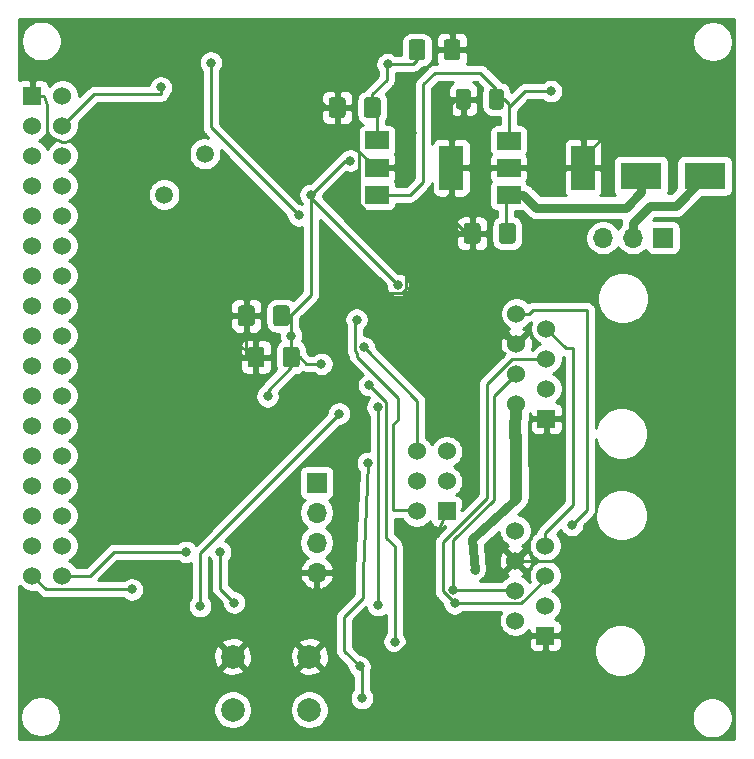
<source format=gbr>
%TF.GenerationSoftware,KiCad,Pcbnew,5.1.6-c6e7f7d~87~ubuntu18.04.1*%
%TF.CreationDate,2021-03-27T09:05:47+01:00*%
%TF.ProjectId,sboxnet-modul,73626f78-6e65-4742-9d6d-6f64756c2e6b,rev?*%
%TF.SameCoordinates,Original*%
%TF.FileFunction,Copper,L2,Bot*%
%TF.FilePolarity,Positive*%
%FSLAX46Y46*%
G04 Gerber Fmt 4.6, Leading zero omitted, Abs format (unit mm)*
G04 Created by KiCad (PCBNEW 5.1.6-c6e7f7d~87~ubuntu18.04.1) date 2021-03-27 09:05:47*
%MOMM*%
%LPD*%
G01*
G04 APERTURE LIST*
%TA.AperFunction,ComponentPad*%
%ADD10R,1.524000X1.524000*%
%TD*%
%TA.AperFunction,ComponentPad*%
%ADD11C,1.524000*%
%TD*%
%TA.AperFunction,ComponentPad*%
%ADD12O,1.700000X1.700000*%
%TD*%
%TA.AperFunction,ComponentPad*%
%ADD13R,1.700000X1.700000*%
%TD*%
%TA.AperFunction,ComponentPad*%
%ADD14C,1.500000*%
%TD*%
%TA.AperFunction,SMDPad,CuDef*%
%ADD15R,3.500000X2.300000*%
%TD*%
%TA.AperFunction,SMDPad,CuDef*%
%ADD16R,2.000000X1.500000*%
%TD*%
%TA.AperFunction,SMDPad,CuDef*%
%ADD17R,2.000000X3.800000*%
%TD*%
%TA.AperFunction,ComponentPad*%
%ADD18C,2.000000*%
%TD*%
%TA.AperFunction,ViaPad*%
%ADD19C,0.800000*%
%TD*%
%TA.AperFunction,Conductor*%
%ADD20C,0.250000*%
%TD*%
%TA.AperFunction,Conductor*%
%ADD21C,0.800000*%
%TD*%
%TA.AperFunction,Conductor*%
%ADD22C,1.000000*%
%TD*%
%TA.AperFunction,Conductor*%
%ADD23C,0.254000*%
%TD*%
G04 APERTURE END LIST*
D10*
X136956800Y-121407000D03*
D11*
X134416800Y-120137000D03*
X136956800Y-118867000D03*
X134416800Y-117597000D03*
X136956800Y-116327000D03*
X136956800Y-113787000D03*
X134416800Y-115062000D03*
X134416800Y-112522000D03*
D10*
X137060000Y-103040000D03*
D11*
X134520000Y-101770000D03*
X137060000Y-100500000D03*
X134520000Y-99230000D03*
X137060000Y-97960000D03*
X137060000Y-95420000D03*
X134520000Y-96695000D03*
X134520000Y-94155000D03*
D10*
X128625600Y-110896400D03*
D11*
X126085600Y-110896400D03*
X128625600Y-108356400D03*
X126085600Y-108356400D03*
X128625600Y-105816400D03*
X126085600Y-105816400D03*
D12*
X117602000Y-116078000D03*
X117602000Y-113538000D03*
X117602000Y-110998000D03*
D13*
X117602000Y-108458000D03*
%TA.AperFunction,SMDPad,CuDef*%
G36*
G01*
X133032800Y-87975600D02*
X133032800Y-86725600D01*
G75*
G02*
X133282800Y-86475600I250000J0D01*
G01*
X134207800Y-86475600D01*
G75*
G02*
X134457800Y-86725600I0J-250000D01*
G01*
X134457800Y-87975600D01*
G75*
G02*
X134207800Y-88225600I-250000J0D01*
G01*
X133282800Y-88225600D01*
G75*
G02*
X133032800Y-87975600I0J250000D01*
G01*
G37*
%TD.AperFunction*%
%TA.AperFunction,SMDPad,CuDef*%
G36*
G01*
X130057800Y-87975600D02*
X130057800Y-86725600D01*
G75*
G02*
X130307800Y-86475600I250000J0D01*
G01*
X131232800Y-86475600D01*
G75*
G02*
X131482800Y-86725600I0J-250000D01*
G01*
X131482800Y-87975600D01*
G75*
G02*
X131232800Y-88225600I-250000J0D01*
G01*
X130307800Y-88225600D01*
G75*
G02*
X130057800Y-87975600I0J250000D01*
G01*
G37*
%TD.AperFunction*%
D12*
X141846300Y-87731600D03*
X144386300Y-87731600D03*
D13*
X146926300Y-87731600D03*
D14*
X108140681Y-80619319D03*
X104690000Y-84070000D03*
%TA.AperFunction,SMDPad,CuDef*%
G36*
G01*
X121602800Y-77333000D02*
X121602800Y-76083000D01*
G75*
G02*
X121852800Y-75833000I250000J0D01*
G01*
X122777800Y-75833000D01*
G75*
G02*
X123027800Y-76083000I0J-250000D01*
G01*
X123027800Y-77333000D01*
G75*
G02*
X122777800Y-77583000I-250000J0D01*
G01*
X121852800Y-77583000D01*
G75*
G02*
X121602800Y-77333000I0J250000D01*
G01*
G37*
%TD.AperFunction*%
%TA.AperFunction,SMDPad,CuDef*%
G36*
G01*
X118627800Y-77333000D02*
X118627800Y-76083000D01*
G75*
G02*
X118877800Y-75833000I250000J0D01*
G01*
X119802800Y-75833000D01*
G75*
G02*
X120052800Y-76083000I0J-250000D01*
G01*
X120052800Y-77333000D01*
G75*
G02*
X119802800Y-77583000I-250000J0D01*
G01*
X118877800Y-77583000D01*
G75*
G02*
X118627800Y-77333000I0J250000D01*
G01*
G37*
%TD.AperFunction*%
D15*
X150450000Y-82490000D03*
X145050000Y-82490000D03*
D16*
X133857600Y-84113400D03*
X133857600Y-79513400D03*
X133857600Y-81813400D03*
D17*
X140157600Y-81813400D03*
D16*
X122707000Y-84088000D03*
X122707000Y-79488000D03*
X122707000Y-81788000D03*
D17*
X129007000Y-81788000D03*
D18*
X116990000Y-127690000D03*
X110490000Y-127690000D03*
X116990000Y-123190000D03*
X110490000Y-123190000D03*
D11*
X96075500Y-98552000D03*
X96075500Y-116332000D03*
X96075500Y-96012000D03*
X96075500Y-80772000D03*
X96075500Y-83312000D03*
X96075500Y-88392000D03*
X96075500Y-93472000D03*
X96075500Y-85852000D03*
X96075500Y-90932000D03*
X96075500Y-101092000D03*
X96075500Y-103632000D03*
X96075500Y-78232000D03*
X96075500Y-111252000D03*
X96075500Y-113792000D03*
X96075500Y-106172000D03*
X96075500Y-108712000D03*
X96075500Y-75692000D03*
D10*
X93535500Y-75692000D03*
D11*
X93535500Y-78232000D03*
X93535500Y-80772000D03*
X93535500Y-83312000D03*
X93535500Y-85852000D03*
X93535500Y-88392000D03*
X93535500Y-90932000D03*
X93535500Y-93472000D03*
X93535500Y-96012000D03*
X93535500Y-98552000D03*
X93535500Y-101092000D03*
X93535500Y-103632000D03*
X93535500Y-106172000D03*
X93535500Y-108712000D03*
X93535500Y-111252000D03*
X93535500Y-113792000D03*
X93535500Y-116332000D03*
%TA.AperFunction,SMDPad,CuDef*%
G36*
G01*
X114732100Y-98453100D02*
X114732100Y-97203100D01*
G75*
G02*
X114982100Y-96953100I250000J0D01*
G01*
X115907100Y-96953100D01*
G75*
G02*
X116157100Y-97203100I0J-250000D01*
G01*
X116157100Y-98453100D01*
G75*
G02*
X115907100Y-98703100I-250000J0D01*
G01*
X114982100Y-98703100D01*
G75*
G02*
X114732100Y-98453100I0J250000D01*
G01*
G37*
%TD.AperFunction*%
%TA.AperFunction,SMDPad,CuDef*%
G36*
G01*
X111757100Y-98453100D02*
X111757100Y-97203100D01*
G75*
G02*
X112007100Y-96953100I250000J0D01*
G01*
X112932100Y-96953100D01*
G75*
G02*
X113182100Y-97203100I0J-250000D01*
G01*
X113182100Y-98453100D01*
G75*
G02*
X112932100Y-98703100I-250000J0D01*
G01*
X112007100Y-98703100D01*
G75*
G02*
X111757100Y-98453100I0J250000D01*
G01*
G37*
%TD.AperFunction*%
%TA.AperFunction,SMDPad,CuDef*%
G36*
G01*
X113906600Y-94960600D02*
X113906600Y-93710600D01*
G75*
G02*
X114156600Y-93460600I250000J0D01*
G01*
X115081600Y-93460600D01*
G75*
G02*
X115331600Y-93710600I0J-250000D01*
G01*
X115331600Y-94960600D01*
G75*
G02*
X115081600Y-95210600I-250000J0D01*
G01*
X114156600Y-95210600D01*
G75*
G02*
X113906600Y-94960600I0J250000D01*
G01*
G37*
%TD.AperFunction*%
%TA.AperFunction,SMDPad,CuDef*%
G36*
G01*
X110931600Y-94960600D02*
X110931600Y-93710600D01*
G75*
G02*
X111181600Y-93460600I250000J0D01*
G01*
X112106600Y-93460600D01*
G75*
G02*
X112356600Y-93710600I0J-250000D01*
G01*
X112356600Y-94960600D01*
G75*
G02*
X112106600Y-95210600I-250000J0D01*
G01*
X111181600Y-95210600D01*
G75*
G02*
X110931600Y-94960600I0J250000D01*
G01*
G37*
%TD.AperFunction*%
%TA.AperFunction,SMDPad,CuDef*%
G36*
G01*
X130644600Y-75371800D02*
X130644600Y-76621800D01*
G75*
G02*
X130394600Y-76871800I-250000J0D01*
G01*
X129644600Y-76871800D01*
G75*
G02*
X129394600Y-76621800I0J250000D01*
G01*
X129394600Y-75371800D01*
G75*
G02*
X129644600Y-75121800I250000J0D01*
G01*
X130394600Y-75121800D01*
G75*
G02*
X130644600Y-75371800I0J-250000D01*
G01*
G37*
%TD.AperFunction*%
%TA.AperFunction,SMDPad,CuDef*%
G36*
G01*
X133444600Y-75371800D02*
X133444600Y-76621800D01*
G75*
G02*
X133194600Y-76871800I-250000J0D01*
G01*
X132444600Y-76871800D01*
G75*
G02*
X132194600Y-76621800I0J250000D01*
G01*
X132194600Y-75371800D01*
G75*
G02*
X132444600Y-75121800I250000J0D01*
G01*
X133194600Y-75121800D01*
G75*
G02*
X133444600Y-75371800I0J-250000D01*
G01*
G37*
%TD.AperFunction*%
%TA.AperFunction,SMDPad,CuDef*%
G36*
G01*
X128357600Y-72430800D02*
X128357600Y-71180800D01*
G75*
G02*
X128607600Y-70930800I250000J0D01*
G01*
X129532600Y-70930800D01*
G75*
G02*
X129782600Y-71180800I0J-250000D01*
G01*
X129782600Y-72430800D01*
G75*
G02*
X129532600Y-72680800I-250000J0D01*
G01*
X128607600Y-72680800D01*
G75*
G02*
X128357600Y-72430800I0J250000D01*
G01*
G37*
%TD.AperFunction*%
%TA.AperFunction,SMDPad,CuDef*%
G36*
G01*
X125382600Y-72430800D02*
X125382600Y-71180800D01*
G75*
G02*
X125632600Y-70930800I250000J0D01*
G01*
X126557600Y-70930800D01*
G75*
G02*
X126807600Y-71180800I0J-250000D01*
G01*
X126807600Y-72430800D01*
G75*
G02*
X126557600Y-72680800I-250000J0D01*
G01*
X125632600Y-72680800D01*
G75*
G02*
X125382600Y-72430800I0J250000D01*
G01*
G37*
%TD.AperFunction*%
D19*
X114860000Y-80570000D03*
X129108200Y-71882000D03*
X114757200Y-73025000D03*
X147180300Y-75488800D03*
X129007000Y-78866600D03*
X125653800Y-78841600D03*
X130019600Y-75996800D03*
X112469600Y-97828100D03*
X111644100Y-94455900D03*
X121196100Y-120989700D03*
X119070000Y-91240000D03*
X118566000Y-121614000D03*
X99409250Y-82962750D03*
X124470000Y-91720000D03*
X117100000Y-84100000D03*
X122320850Y-76713550D03*
X121246900Y-124028200D03*
X121424700Y-126707900D03*
X104406450Y-74993550D03*
X120450000Y-81200000D03*
X122707000Y-79488000D03*
X118000000Y-98400000D03*
X113450000Y-101150000D03*
X115444600Y-96005400D03*
X123605000Y-73025000D03*
X121945400Y-106781600D03*
X122795000Y-84088000D03*
X137436200Y-75311000D03*
X116080000Y-85840000D03*
X108640000Y-72900000D03*
X130971801Y-115826599D03*
X129180000Y-117510000D03*
X129280999Y-118684001D03*
X106519000Y-114329500D03*
X109444500Y-114329500D03*
X110617000Y-118618000D03*
X139217400Y-112039400D03*
X101955600Y-117500400D03*
X119507000Y-102616000D03*
X107746800Y-118908500D03*
X122796300Y-118833900D03*
X122759795Y-102081005D03*
X122047000Y-100203000D03*
X124206000Y-121920000D03*
X124206000Y-121920000D03*
X121600000Y-97010000D03*
X120996000Y-94650000D03*
D20*
X133657800Y-84313200D02*
X133857600Y-84113400D01*
X133657800Y-87350600D02*
X133657800Y-84313200D01*
D21*
X145050000Y-83890000D02*
X145050000Y-82490000D01*
X143770000Y-85170000D02*
X145050000Y-83890000D01*
X136164200Y-85170000D02*
X143770000Y-85170000D01*
X135107600Y-84113400D02*
X136164200Y-85170000D01*
X133857600Y-84113400D02*
X135107600Y-84113400D01*
D20*
X137968800Y-121407000D02*
X138861800Y-120514000D01*
X136956800Y-121407000D02*
X137968800Y-121407000D01*
X138861800Y-116623238D02*
X138887200Y-116597838D01*
X138861800Y-120514000D02*
X138861800Y-116623238D01*
X138887200Y-116597838D02*
X138887200Y-115011200D01*
X138836400Y-115062000D02*
X134416800Y-115062000D01*
X138887200Y-115011200D02*
X138836400Y-115062000D01*
X133857600Y-81813400D02*
X140157600Y-81813400D01*
X133832200Y-81788000D02*
X133857600Y-81813400D01*
X129007000Y-81788000D02*
X133832200Y-81788000D01*
X129007000Y-76384400D02*
X129394600Y-75996800D01*
X129394600Y-75996800D02*
X130019600Y-75996800D01*
X129007000Y-81788000D02*
X129007000Y-78866600D01*
X129007000Y-83938000D02*
X128549400Y-84395600D01*
X129007000Y-81788000D02*
X129007000Y-83938000D01*
X130232800Y-87350600D02*
X130857800Y-87350600D01*
X128549400Y-85667200D02*
X130232800Y-87350600D01*
X128549400Y-84395600D02*
X128549400Y-85667200D01*
X119340300Y-77583000D02*
X119303800Y-77619500D01*
X119340300Y-76708000D02*
X119340300Y-77583000D01*
X119303800Y-77619500D02*
X119303800Y-79634800D01*
X129007000Y-78866600D02*
X129007000Y-76384400D01*
X123957000Y-81788000D02*
X125653800Y-80091200D01*
X122707000Y-81788000D02*
X123957000Y-81788000D01*
X125653800Y-80091200D02*
X125653800Y-78841600D01*
X125653800Y-78841600D02*
X125653800Y-78841600D01*
X140157600Y-80913400D02*
X143855000Y-77216000D01*
X140157600Y-81813400D02*
X140157600Y-80913400D01*
X143855000Y-77216000D02*
X147053300Y-77216000D01*
X147180300Y-77089000D02*
X147180300Y-75488800D01*
X147053300Y-77216000D02*
X147180300Y-77089000D01*
X118440200Y-76708000D02*
X119340300Y-76708000D01*
X114757200Y-73025000D02*
X118440200Y-76708000D01*
X130019600Y-75996800D02*
X130019600Y-75996800D01*
X111757100Y-97828100D02*
X112469600Y-97828100D01*
X111644100Y-97715100D02*
X111757100Y-97828100D01*
X111644100Y-94335600D02*
X111644100Y-94335600D01*
X111644100Y-94335600D02*
X111644100Y-94455900D01*
X112469600Y-97828100D02*
X112469600Y-97828100D01*
X119303800Y-79634800D02*
X121050000Y-80250000D01*
X112469600Y-97828100D02*
X112469600Y-97828100D01*
X111644100Y-94455900D02*
X111644100Y-97715100D01*
X116059999Y-80969999D02*
X117000000Y-81910000D01*
X115259999Y-80969999D02*
X116059999Y-80969999D01*
X114860000Y-80570000D02*
X115259999Y-80969999D01*
X117000000Y-81910000D02*
X119303800Y-79634800D01*
X121175001Y-84891003D02*
X121175001Y-80525001D01*
X121175001Y-80525001D02*
X121070000Y-80420000D01*
X125195001Y-88911003D02*
X121175001Y-84891003D01*
X125195001Y-92068001D02*
X125195001Y-88911003D01*
X120275001Y-92445001D02*
X124818001Y-92445001D01*
X124818001Y-92445001D02*
X125195001Y-92068001D01*
X119070000Y-91240000D02*
X120275001Y-92445001D01*
X121070000Y-80420000D02*
X122707000Y-81788000D01*
X121050000Y-80250000D02*
X121070000Y-80420000D01*
X129489200Y-93827600D02*
X134520000Y-96695000D01*
X129489200Y-92887800D02*
X129489200Y-93827600D01*
X130857800Y-87350600D02*
X130857800Y-91519200D01*
X130857800Y-91519200D02*
X129489200Y-92887800D01*
X117602000Y-116078000D02*
X117602000Y-120650000D01*
X117602000Y-120650000D02*
X118491000Y-121539000D01*
X99409250Y-82962750D02*
X110628250Y-96520000D01*
X110628250Y-96520000D02*
X112469600Y-97828100D01*
X99409250Y-82496988D02*
X99409250Y-82962750D01*
X94547500Y-75692000D02*
X94805500Y-76454000D01*
X93535500Y-75692000D02*
X94547500Y-75692000D01*
X94805500Y-76454000D02*
X94805500Y-79057500D01*
X94805500Y-79057500D02*
X96075500Y-79629000D01*
X96075500Y-79629000D02*
X96774000Y-79565500D01*
X96774000Y-79565500D02*
X99409250Y-82496988D01*
X126898400Y-114943281D02*
X128676400Y-110769400D01*
X122071100Y-120989700D02*
X122821700Y-122135900D01*
X121196100Y-120989700D02*
X122071100Y-120989700D01*
X123190000Y-122872500D02*
X124396500Y-122872500D01*
X124396500Y-122872500D02*
X126898400Y-120654602D01*
X122821700Y-122135900D02*
X123190000Y-122872500D01*
X126898400Y-120654602D02*
X126898400Y-114943281D01*
X122707000Y-77099700D02*
X122320850Y-76713550D01*
X122707000Y-79488000D02*
X122707000Y-79488000D01*
X122315300Y-76708000D02*
X122315300Y-75588800D01*
X123574200Y-74329900D02*
X123574200Y-73025000D01*
X122315300Y-75588800D02*
X123574200Y-74329900D01*
X126095100Y-72680800D02*
X126095100Y-71805800D01*
X125750900Y-73025000D02*
X126095100Y-72680800D01*
X123574200Y-73025000D02*
X123605000Y-73025000D01*
X122320850Y-76713550D02*
X122315300Y-76708000D01*
X121246900Y-124028200D02*
X121259600Y-124040900D01*
X121424700Y-124206000D02*
X121246900Y-124028200D01*
X121424700Y-126707900D02*
X121424700Y-124206000D01*
X115444600Y-94448600D02*
X115331600Y-94335600D01*
X115444600Y-97828100D02*
X115444600Y-96005400D01*
X117100000Y-84100000D02*
X120000000Y-81200000D01*
X120000000Y-81200000D02*
X120450000Y-81200000D01*
X120450000Y-81200000D02*
X120450000Y-81200000D01*
X122707000Y-79488000D02*
X122707000Y-77099700D01*
X116157100Y-97828100D02*
X116729000Y-98400000D01*
X115444600Y-97828100D02*
X116157100Y-97828100D01*
X116729000Y-98400000D02*
X118000000Y-98400000D01*
X118000000Y-98400000D02*
X118000000Y-98400000D01*
X115444600Y-98703100D02*
X113450000Y-100697700D01*
X115444600Y-97828100D02*
X115444600Y-98703100D01*
X113450000Y-100697700D02*
X113450000Y-101150000D01*
X113450000Y-101150000D02*
X113450000Y-101150000D01*
X117100000Y-84665685D02*
X117100000Y-84100000D01*
X117100000Y-92567200D02*
X117100000Y-84665685D01*
X115331600Y-94335600D02*
X117100000Y-92567200D01*
X114619100Y-94335600D02*
X115331600Y-94335600D01*
X115444600Y-96005400D02*
X115444600Y-94448600D01*
X117100000Y-84350000D02*
X117100000Y-84100000D01*
X124470000Y-91720000D02*
X117100000Y-84350000D01*
X123605000Y-73025000D02*
X125750900Y-73025000D01*
X104406450Y-74993550D02*
X104406450Y-75559235D01*
X119926100Y-122707400D02*
X121246900Y-124028200D01*
X121945400Y-106781600D02*
X121545401Y-116109699D01*
X119926100Y-119811800D02*
X119926100Y-122707400D01*
X121545401Y-116109699D02*
X121545401Y-118192499D01*
X121545401Y-118192499D02*
X119926100Y-119811800D01*
X98748265Y-75559235D02*
X96075500Y-78232000D01*
X104406450Y-75559235D02*
X98748265Y-75559235D01*
X133444600Y-75996800D02*
X132819600Y-75996800D01*
X133857600Y-76409800D02*
X133444600Y-75996800D01*
X125501400Y-84099400D02*
X125490000Y-84088000D01*
X132819600Y-75121800D02*
X131459400Y-73761600D01*
X125490000Y-84088000D02*
X122795000Y-84088000D01*
X131459400Y-73761600D02*
X127609600Y-73761600D01*
X132819600Y-75996800D02*
X132819600Y-75121800D01*
X127609600Y-73761600D02*
X126619000Y-74752200D01*
X126619000Y-74752200D02*
X126619000Y-82981800D01*
X126619000Y-82981800D02*
X125501400Y-84099400D01*
X135216900Y-75311000D02*
X137436200Y-75311000D01*
X133857600Y-76670300D02*
X135216900Y-75311000D01*
X133857600Y-76670300D02*
X133857600Y-76409800D01*
X133857600Y-79513400D02*
X133857600Y-76670300D01*
X122795000Y-84088000D02*
X122707000Y-84088000D01*
X122795000Y-84088000D02*
X122795000Y-84088000D01*
X137436200Y-75311000D02*
X137436200Y-75311000D01*
X108623100Y-72885300D02*
X108623100Y-78383100D01*
X108623100Y-78383100D02*
X116080000Y-85840000D01*
X116080000Y-85840000D02*
X116080000Y-85840000D01*
D21*
X144386300Y-87731600D02*
X144386300Y-86461600D01*
X144386300Y-86461600D02*
X145834100Y-85013800D01*
X145834100Y-85013800D02*
X147853400Y-85013800D01*
D20*
X147853400Y-85013800D02*
X148018500Y-85013800D01*
D21*
X148018500Y-85013800D02*
X150342600Y-82689700D01*
D20*
X130962400Y-113411000D02*
X130962400Y-113411000D01*
X130842498Y-115448602D02*
X130835400Y-115214400D01*
X134450000Y-104530000D02*
X134429500Y-104559100D01*
D22*
X134429500Y-104559100D02*
X134520000Y-101770000D01*
D20*
X130842498Y-115448602D02*
X130848100Y-115633500D01*
D22*
X134493000Y-109728000D02*
X134450000Y-104530000D01*
D21*
X130771900Y-113271300D02*
X134518400Y-109855000D01*
X130971801Y-115826599D02*
X130771900Y-113271300D01*
D20*
X134329800Y-117510000D02*
X134416800Y-117597000D01*
X129180000Y-117510000D02*
X134329800Y-117510000D01*
X129180000Y-117510000D02*
X129180000Y-113339200D01*
X129180000Y-113339200D02*
X132613400Y-109905800D01*
X132613400Y-101136600D02*
X134520000Y-99230000D01*
X132613400Y-109905800D02*
X132613400Y-101136600D01*
X132022010Y-100119228D02*
X132022010Y-109760590D01*
X137060000Y-97960000D02*
X134181238Y-97960000D01*
X134181238Y-97960000D02*
X132022010Y-100119228D01*
X132022010Y-109760590D02*
X128270000Y-113512600D01*
X134938561Y-118684001D02*
X136956800Y-116665762D01*
X136956800Y-116665762D02*
X136956800Y-116327000D01*
X129280999Y-118684001D02*
X129280999Y-118684001D01*
X128270000Y-117673002D02*
X129280999Y-118684001D01*
X128270000Y-113512600D02*
X128270000Y-117673002D01*
X129280999Y-118684001D02*
X134938561Y-118684001D01*
X136956800Y-113787000D02*
X136956800Y-112709370D01*
X139303170Y-110363000D02*
X139303170Y-97088370D01*
X136956800Y-112709370D02*
X139303170Y-110363000D01*
X138728370Y-97088370D02*
X137060000Y-95420000D01*
X139303170Y-97088370D02*
X138728370Y-97088370D01*
X96075500Y-116332000D02*
X98425000Y-116332000D01*
X98425000Y-116332000D02*
X100457000Y-114300000D01*
X100486500Y-114329500D02*
X106519000Y-114329500D01*
X100457000Y-114300000D02*
X100486500Y-114329500D01*
X106519000Y-114329500D02*
X106519000Y-114329500D01*
X109444500Y-114329500D02*
X109444500Y-117445500D01*
X109444500Y-117445500D02*
X110617000Y-118618000D01*
X110617000Y-118618000D02*
X110617000Y-118618000D01*
X139217400Y-112039400D02*
X139217400Y-112039400D01*
X140480000Y-110776800D02*
X139217400Y-112039400D01*
X135597630Y-94155000D02*
X135902630Y-93850000D01*
X134520000Y-94155000D02*
X135597630Y-94155000D01*
X135902630Y-93850000D02*
X140500000Y-93850000D01*
X140500000Y-93850000D02*
X140500000Y-100970000D01*
X140500000Y-100970000D02*
X140480000Y-100990000D01*
X140480000Y-100990000D02*
X140480000Y-110776800D01*
X94703900Y-117500400D02*
X93535500Y-116332000D01*
X101955600Y-117500400D02*
X94703900Y-117500400D01*
X119507000Y-102616000D02*
X119507000Y-102616000D01*
X107746800Y-114452400D02*
X119507000Y-102616000D01*
X107746800Y-118908500D02*
X107746800Y-114452400D01*
X122796300Y-118833900D02*
X122758200Y-118872000D01*
X122809000Y-118287800D02*
X122796300Y-118833900D01*
X122783600Y-114730000D02*
X122809000Y-118287800D01*
X122783600Y-114223800D02*
X122783600Y-114730000D01*
X122790000Y-112700000D02*
X122783600Y-114223800D01*
X122759795Y-102081005D02*
X122790000Y-105390000D01*
X122790000Y-105390000D02*
X122790000Y-112700000D01*
X123484796Y-101640796D02*
X123484796Y-113116204D01*
X122047000Y-100203000D02*
X123484796Y-101640796D01*
X123484796Y-113116204D02*
X124206000Y-113837408D01*
X124206000Y-113837408D02*
X124206000Y-121920000D01*
X124206000Y-121920000D02*
X124206000Y-121920000D01*
X124206000Y-121920000D02*
X124206000Y-121920000D01*
X126136400Y-101546400D02*
X126136400Y-105689400D01*
X121600000Y-97010000D02*
X126136400Y-101546400D01*
X126136400Y-110769400D02*
X124056851Y-110769400D01*
X124031451Y-110744000D02*
X124031317Y-110744000D01*
X124056851Y-110769400D02*
X124031451Y-110744000D01*
X124031317Y-110744000D02*
X124031317Y-103552683D01*
X124499201Y-103084799D02*
X124499201Y-101258201D01*
X124031317Y-103552683D02*
X124499201Y-103084799D01*
X124499201Y-101258201D02*
X121031000Y-97790000D01*
X120874999Y-94771001D02*
X120996000Y-94650000D01*
X120874999Y-97358001D02*
X120874999Y-94771001D01*
X121031000Y-97514002D02*
X120874999Y-97358001D01*
X121031000Y-97790000D02*
X121031000Y-97514002D01*
D23*
G36*
X152909498Y-130201060D02*
G01*
X92442500Y-130188654D01*
X92442500Y-128099117D01*
X92499000Y-128099117D01*
X92499000Y-128440883D01*
X92565675Y-128776081D01*
X92696463Y-129091831D01*
X92886337Y-129375998D01*
X93128002Y-129617663D01*
X93412169Y-129807537D01*
X93727919Y-129938325D01*
X94063117Y-130005000D01*
X94404883Y-130005000D01*
X94740081Y-129938325D01*
X95055831Y-129807537D01*
X95339998Y-129617663D01*
X95581663Y-129375998D01*
X95771537Y-129091831D01*
X95902325Y-128776081D01*
X95969000Y-128440883D01*
X95969000Y-128099117D01*
X95902325Y-127763919D01*
X95805005Y-127528967D01*
X108855000Y-127528967D01*
X108855000Y-127851033D01*
X108917832Y-128166912D01*
X109041082Y-128464463D01*
X109220013Y-128732252D01*
X109447748Y-128959987D01*
X109715537Y-129138918D01*
X110013088Y-129262168D01*
X110328967Y-129325000D01*
X110651033Y-129325000D01*
X110966912Y-129262168D01*
X111264463Y-129138918D01*
X111532252Y-128959987D01*
X111759987Y-128732252D01*
X111938918Y-128464463D01*
X112062168Y-128166912D01*
X112125000Y-127851033D01*
X112125000Y-127528967D01*
X115355000Y-127528967D01*
X115355000Y-127851033D01*
X115417832Y-128166912D01*
X115541082Y-128464463D01*
X115720013Y-128732252D01*
X115947748Y-128959987D01*
X116215537Y-129138918D01*
X116513088Y-129262168D01*
X116828967Y-129325000D01*
X117151033Y-129325000D01*
X117466912Y-129262168D01*
X117764463Y-129138918D01*
X118032252Y-128959987D01*
X118259987Y-128732252D01*
X118438918Y-128464463D01*
X118548165Y-128200717D01*
X149344200Y-128200717D01*
X149344200Y-128542483D01*
X149410875Y-128877681D01*
X149541663Y-129193431D01*
X149731537Y-129477598D01*
X149973202Y-129719263D01*
X150257369Y-129909137D01*
X150573119Y-130039925D01*
X150908317Y-130106600D01*
X151250083Y-130106600D01*
X151585281Y-130039925D01*
X151901031Y-129909137D01*
X152185198Y-129719263D01*
X152426863Y-129477598D01*
X152616737Y-129193431D01*
X152747525Y-128877681D01*
X152814200Y-128542483D01*
X152814200Y-128200717D01*
X152747525Y-127865519D01*
X152616737Y-127549769D01*
X152426863Y-127265602D01*
X152185198Y-127023937D01*
X151901031Y-126834063D01*
X151585281Y-126703275D01*
X151250083Y-126636600D01*
X150908317Y-126636600D01*
X150573119Y-126703275D01*
X150257369Y-126834063D01*
X149973202Y-127023937D01*
X149731537Y-127265602D01*
X149541663Y-127549769D01*
X149410875Y-127865519D01*
X149344200Y-128200717D01*
X118548165Y-128200717D01*
X118562168Y-128166912D01*
X118625000Y-127851033D01*
X118625000Y-127528967D01*
X118562168Y-127213088D01*
X118438918Y-126915537D01*
X118259987Y-126647748D01*
X118032252Y-126420013D01*
X117764463Y-126241082D01*
X117466912Y-126117832D01*
X117151033Y-126055000D01*
X116828967Y-126055000D01*
X116513088Y-126117832D01*
X116215537Y-126241082D01*
X115947748Y-126420013D01*
X115720013Y-126647748D01*
X115541082Y-126915537D01*
X115417832Y-127213088D01*
X115355000Y-127528967D01*
X112125000Y-127528967D01*
X112062168Y-127213088D01*
X111938918Y-126915537D01*
X111759987Y-126647748D01*
X111532252Y-126420013D01*
X111264463Y-126241082D01*
X110966912Y-126117832D01*
X110651033Y-126055000D01*
X110328967Y-126055000D01*
X110013088Y-126117832D01*
X109715537Y-126241082D01*
X109447748Y-126420013D01*
X109220013Y-126647748D01*
X109041082Y-126915537D01*
X108917832Y-127213088D01*
X108855000Y-127528967D01*
X95805005Y-127528967D01*
X95771537Y-127448169D01*
X95581663Y-127164002D01*
X95339998Y-126922337D01*
X95055831Y-126732463D01*
X94740081Y-126601675D01*
X94404883Y-126535000D01*
X94063117Y-126535000D01*
X93727919Y-126601675D01*
X93412169Y-126732463D01*
X93128002Y-126922337D01*
X92886337Y-127164002D01*
X92696463Y-127448169D01*
X92565675Y-127763919D01*
X92499000Y-128099117D01*
X92442500Y-128099117D01*
X92442500Y-124325413D01*
X109534192Y-124325413D01*
X109629956Y-124589814D01*
X109919571Y-124730704D01*
X110231108Y-124812384D01*
X110552595Y-124831718D01*
X110871675Y-124787961D01*
X111176088Y-124682795D01*
X111350044Y-124589814D01*
X111445808Y-124325413D01*
X116034192Y-124325413D01*
X116129956Y-124589814D01*
X116419571Y-124730704D01*
X116731108Y-124812384D01*
X117052595Y-124831718D01*
X117371675Y-124787961D01*
X117676088Y-124682795D01*
X117850044Y-124589814D01*
X117945808Y-124325413D01*
X116990000Y-123369605D01*
X116034192Y-124325413D01*
X111445808Y-124325413D01*
X110490000Y-123369605D01*
X109534192Y-124325413D01*
X92442500Y-124325413D01*
X92442500Y-123252595D01*
X108848282Y-123252595D01*
X108892039Y-123571675D01*
X108997205Y-123876088D01*
X109090186Y-124050044D01*
X109354587Y-124145808D01*
X110310395Y-123190000D01*
X110669605Y-123190000D01*
X111625413Y-124145808D01*
X111889814Y-124050044D01*
X112030704Y-123760429D01*
X112112384Y-123448892D01*
X112124189Y-123252595D01*
X115348282Y-123252595D01*
X115392039Y-123571675D01*
X115497205Y-123876088D01*
X115590186Y-124050044D01*
X115854587Y-124145808D01*
X116810395Y-123190000D01*
X117169605Y-123190000D01*
X118125413Y-124145808D01*
X118389814Y-124050044D01*
X118530704Y-123760429D01*
X118612384Y-123448892D01*
X118631718Y-123127405D01*
X118587961Y-122808325D01*
X118482795Y-122503912D01*
X118389814Y-122329956D01*
X118125413Y-122234192D01*
X117169605Y-123190000D01*
X116810395Y-123190000D01*
X115854587Y-122234192D01*
X115590186Y-122329956D01*
X115449296Y-122619571D01*
X115367616Y-122931108D01*
X115348282Y-123252595D01*
X112124189Y-123252595D01*
X112131718Y-123127405D01*
X112087961Y-122808325D01*
X111982795Y-122503912D01*
X111889814Y-122329956D01*
X111625413Y-122234192D01*
X110669605Y-123190000D01*
X110310395Y-123190000D01*
X109354587Y-122234192D01*
X109090186Y-122329956D01*
X108949296Y-122619571D01*
X108867616Y-122931108D01*
X108848282Y-123252595D01*
X92442500Y-123252595D01*
X92442500Y-122054587D01*
X109534192Y-122054587D01*
X110490000Y-123010395D01*
X111445808Y-122054587D01*
X116034192Y-122054587D01*
X116990000Y-123010395D01*
X117945808Y-122054587D01*
X117850044Y-121790186D01*
X117560429Y-121649296D01*
X117248892Y-121567616D01*
X116927405Y-121548282D01*
X116608325Y-121592039D01*
X116303912Y-121697205D01*
X116129956Y-121790186D01*
X116034192Y-122054587D01*
X111445808Y-122054587D01*
X111350044Y-121790186D01*
X111060429Y-121649296D01*
X110748892Y-121567616D01*
X110427405Y-121548282D01*
X110108325Y-121592039D01*
X109803912Y-121697205D01*
X109629956Y-121790186D01*
X109534192Y-122054587D01*
X92442500Y-122054587D01*
X92442500Y-117210742D01*
X92450380Y-117222535D01*
X92644965Y-117417120D01*
X92873773Y-117570005D01*
X93128010Y-117675314D01*
X93397908Y-117729000D01*
X93673092Y-117729000D01*
X93827070Y-117698372D01*
X94140101Y-118011403D01*
X94163899Y-118040401D01*
X94192897Y-118064199D01*
X94279623Y-118135374D01*
X94388827Y-118193745D01*
X94411653Y-118205946D01*
X94554914Y-118249403D01*
X94666567Y-118260400D01*
X94666576Y-118260400D01*
X94703899Y-118264076D01*
X94741222Y-118260400D01*
X101251889Y-118260400D01*
X101295826Y-118304337D01*
X101465344Y-118417605D01*
X101653702Y-118495626D01*
X101853661Y-118535400D01*
X102057539Y-118535400D01*
X102257498Y-118495626D01*
X102445856Y-118417605D01*
X102615374Y-118304337D01*
X102759537Y-118160174D01*
X102872805Y-117990656D01*
X102950826Y-117802298D01*
X102990600Y-117602339D01*
X102990600Y-117398461D01*
X102950826Y-117198502D01*
X102872805Y-117010144D01*
X102759537Y-116840626D01*
X102615374Y-116696463D01*
X102445856Y-116583195D01*
X102257498Y-116505174D01*
X102057539Y-116465400D01*
X101853661Y-116465400D01*
X101653702Y-116505174D01*
X101465344Y-116583195D01*
X101295826Y-116696463D01*
X101251889Y-116740400D01*
X99091401Y-116740400D01*
X100742302Y-115089500D01*
X105815289Y-115089500D01*
X105859226Y-115133437D01*
X106028744Y-115246705D01*
X106217102Y-115324726D01*
X106417061Y-115364500D01*
X106620939Y-115364500D01*
X106820898Y-115324726D01*
X106986801Y-115256006D01*
X106986800Y-118204789D01*
X106942863Y-118248726D01*
X106829595Y-118418244D01*
X106751574Y-118606602D01*
X106711800Y-118806561D01*
X106711800Y-119010439D01*
X106751574Y-119210398D01*
X106829595Y-119398756D01*
X106942863Y-119568274D01*
X107087026Y-119712437D01*
X107256544Y-119825705D01*
X107444902Y-119903726D01*
X107644861Y-119943500D01*
X107848739Y-119943500D01*
X108048698Y-119903726D01*
X108237056Y-119825705D01*
X108257866Y-119811800D01*
X119162424Y-119811800D01*
X119166100Y-119849123D01*
X119166101Y-122670068D01*
X119162424Y-122707400D01*
X119177098Y-122856385D01*
X119220554Y-122999646D01*
X119291126Y-123131676D01*
X119338992Y-123190000D01*
X119386100Y-123247401D01*
X119415098Y-123271199D01*
X120211900Y-124068002D01*
X120211900Y-124130139D01*
X120251674Y-124330098D01*
X120329695Y-124518456D01*
X120442963Y-124687974D01*
X120587126Y-124832137D01*
X120664701Y-124883971D01*
X120664700Y-126004189D01*
X120620763Y-126048126D01*
X120507495Y-126217644D01*
X120429474Y-126406002D01*
X120389700Y-126605961D01*
X120389700Y-126809839D01*
X120429474Y-127009798D01*
X120507495Y-127198156D01*
X120620763Y-127367674D01*
X120764926Y-127511837D01*
X120934444Y-127625105D01*
X121122802Y-127703126D01*
X121322761Y-127742900D01*
X121526639Y-127742900D01*
X121726598Y-127703126D01*
X121914956Y-127625105D01*
X122084474Y-127511837D01*
X122228637Y-127367674D01*
X122341905Y-127198156D01*
X122419926Y-127009798D01*
X122459700Y-126809839D01*
X122459700Y-126605961D01*
X122419926Y-126406002D01*
X122341905Y-126217644D01*
X122228637Y-126048126D01*
X122184700Y-126004189D01*
X122184700Y-124468736D01*
X122242126Y-124330098D01*
X122281900Y-124130139D01*
X122281900Y-123926261D01*
X122242126Y-123726302D01*
X122164105Y-123537944D01*
X122050837Y-123368426D01*
X121906674Y-123224263D01*
X121737156Y-123110995D01*
X121548798Y-123032974D01*
X121348839Y-122993200D01*
X121286702Y-122993200D01*
X120686100Y-122392599D01*
X120686100Y-120126601D01*
X121780473Y-119032229D01*
X121801074Y-119135798D01*
X121879095Y-119324156D01*
X121992363Y-119493674D01*
X122136526Y-119637837D01*
X122306044Y-119751105D01*
X122494402Y-119829126D01*
X122694361Y-119868900D01*
X122898239Y-119868900D01*
X123098198Y-119829126D01*
X123286556Y-119751105D01*
X123446001Y-119644568D01*
X123446001Y-121216288D01*
X123402063Y-121260226D01*
X123288795Y-121429744D01*
X123210774Y-121618102D01*
X123171000Y-121818061D01*
X123171000Y-122021939D01*
X123210774Y-122221898D01*
X123288795Y-122410256D01*
X123402063Y-122579774D01*
X123546226Y-122723937D01*
X123715744Y-122837205D01*
X123904102Y-122915226D01*
X124104061Y-122955000D01*
X124307939Y-122955000D01*
X124507898Y-122915226D01*
X124696256Y-122837205D01*
X124865774Y-122723937D01*
X125009937Y-122579774D01*
X125123205Y-122410256D01*
X125201226Y-122221898D01*
X125211747Y-122169000D01*
X135556728Y-122169000D01*
X135568988Y-122293482D01*
X135605298Y-122413180D01*
X135664263Y-122523494D01*
X135743615Y-122620185D01*
X135840306Y-122699537D01*
X135950620Y-122758502D01*
X136070318Y-122794812D01*
X136194800Y-122807072D01*
X136671050Y-122804000D01*
X136829800Y-122645250D01*
X136829800Y-121534000D01*
X137083800Y-121534000D01*
X137083800Y-122645250D01*
X137242550Y-122804000D01*
X137718800Y-122807072D01*
X137843282Y-122794812D01*
X137962980Y-122758502D01*
X138073294Y-122699537D01*
X138169985Y-122620185D01*
X138249337Y-122523494D01*
X138281485Y-122463349D01*
X141086800Y-122463349D01*
X141086800Y-122900651D01*
X141172113Y-123329550D01*
X141339461Y-123733564D01*
X141582413Y-124097168D01*
X141891632Y-124406387D01*
X142255236Y-124649339D01*
X142659250Y-124816687D01*
X143088149Y-124902000D01*
X143525451Y-124902000D01*
X143954350Y-124816687D01*
X144358364Y-124649339D01*
X144721968Y-124406387D01*
X145031187Y-124097168D01*
X145274139Y-123733564D01*
X145441487Y-123329550D01*
X145526800Y-122900651D01*
X145526800Y-122463349D01*
X145441487Y-122034450D01*
X145274139Y-121630436D01*
X145031187Y-121266832D01*
X144721968Y-120957613D01*
X144358364Y-120714661D01*
X143954350Y-120547313D01*
X143525451Y-120462000D01*
X143088149Y-120462000D01*
X142659250Y-120547313D01*
X142255236Y-120714661D01*
X141891632Y-120957613D01*
X141582413Y-121266832D01*
X141339461Y-121630436D01*
X141172113Y-122034450D01*
X141086800Y-122463349D01*
X138281485Y-122463349D01*
X138308302Y-122413180D01*
X138344612Y-122293482D01*
X138356872Y-122169000D01*
X138353800Y-121692750D01*
X138195050Y-121534000D01*
X137083800Y-121534000D01*
X136829800Y-121534000D01*
X135718550Y-121534000D01*
X135559800Y-121692750D01*
X135556728Y-122169000D01*
X125211747Y-122169000D01*
X125241000Y-122021939D01*
X125241000Y-121818061D01*
X125201226Y-121618102D01*
X125123205Y-121429744D01*
X125009937Y-121260226D01*
X124966000Y-121216289D01*
X124966000Y-113874730D01*
X124969676Y-113837407D01*
X124966000Y-113800084D01*
X124966000Y-113800075D01*
X124955003Y-113688422D01*
X124911546Y-113545161D01*
X124840974Y-113413132D01*
X124813381Y-113379510D01*
X124769799Y-113326404D01*
X124769795Y-113326400D01*
X124746001Y-113297407D01*
X124717009Y-113273614D01*
X124244796Y-112801402D01*
X124244796Y-111529400D01*
X124835696Y-111529400D01*
X124847595Y-111558127D01*
X125000480Y-111786935D01*
X125195065Y-111981520D01*
X125423873Y-112134405D01*
X125678110Y-112239714D01*
X125948008Y-112293400D01*
X126223192Y-112293400D01*
X126493090Y-112239714D01*
X126747327Y-112134405D01*
X126976135Y-111981520D01*
X127170720Y-111786935D01*
X127229520Y-111698935D01*
X127237788Y-111782882D01*
X127274098Y-111902580D01*
X127333063Y-112012894D01*
X127412415Y-112109585D01*
X127509106Y-112188937D01*
X127619420Y-112247902D01*
X127739118Y-112284212D01*
X127863600Y-112296472D01*
X128339850Y-112293400D01*
X128498598Y-112134652D01*
X128498598Y-112209200D01*
X127759003Y-112948796D01*
X127729999Y-112972599D01*
X127706186Y-113001616D01*
X127635026Y-113088324D01*
X127610801Y-113133646D01*
X127564454Y-113220354D01*
X127520997Y-113363615D01*
X127510000Y-113475268D01*
X127510000Y-113475278D01*
X127506324Y-113512600D01*
X127510000Y-113549923D01*
X127510001Y-117635670D01*
X127506324Y-117673002D01*
X127510001Y-117710335D01*
X127520218Y-117814063D01*
X127520998Y-117821987D01*
X127564454Y-117965248D01*
X127635026Y-118097278D01*
X127698094Y-118174126D01*
X127730000Y-118213003D01*
X127758998Y-118236801D01*
X128245999Y-118723803D01*
X128245999Y-118785940D01*
X128285773Y-118985899D01*
X128363794Y-119174257D01*
X128477062Y-119343775D01*
X128621225Y-119487938D01*
X128790743Y-119601206D01*
X128979101Y-119679227D01*
X129179060Y-119719001D01*
X129382938Y-119719001D01*
X129582897Y-119679227D01*
X129771255Y-119601206D01*
X129940773Y-119487938D01*
X129984710Y-119444001D01*
X133199690Y-119444001D01*
X133178795Y-119475273D01*
X133073486Y-119729510D01*
X133019800Y-119999408D01*
X133019800Y-120274592D01*
X133073486Y-120544490D01*
X133178795Y-120798727D01*
X133331680Y-121027535D01*
X133526265Y-121222120D01*
X133755073Y-121375005D01*
X134009310Y-121480314D01*
X134279208Y-121534000D01*
X134554392Y-121534000D01*
X134824290Y-121480314D01*
X135078527Y-121375005D01*
X135307335Y-121222120D01*
X135501920Y-121027535D01*
X135558648Y-120942636D01*
X135559800Y-121121250D01*
X135718550Y-121280000D01*
X136829800Y-121280000D01*
X136829800Y-121260000D01*
X137083800Y-121260000D01*
X137083800Y-121280000D01*
X138195050Y-121280000D01*
X138353800Y-121121250D01*
X138356872Y-120645000D01*
X138344612Y-120520518D01*
X138308302Y-120400820D01*
X138249337Y-120290506D01*
X138169985Y-120193815D01*
X138073294Y-120114463D01*
X137962980Y-120055498D01*
X137843282Y-120019188D01*
X137759335Y-120010920D01*
X137847335Y-119952120D01*
X138041920Y-119757535D01*
X138194805Y-119528727D01*
X138300114Y-119274490D01*
X138353800Y-119004592D01*
X138353800Y-118729408D01*
X138300114Y-118459510D01*
X138194805Y-118205273D01*
X138041920Y-117976465D01*
X137847335Y-117781880D01*
X137618527Y-117628995D01*
X137541285Y-117597000D01*
X137618527Y-117565005D01*
X137847335Y-117412120D01*
X138041920Y-117217535D01*
X138194805Y-116988727D01*
X138300114Y-116734490D01*
X138353800Y-116464592D01*
X138353800Y-116189408D01*
X138300114Y-115919510D01*
X138194805Y-115665273D01*
X138041920Y-115436465D01*
X137847335Y-115241880D01*
X137618527Y-115088995D01*
X137541285Y-115057000D01*
X137618527Y-115025005D01*
X137847335Y-114872120D01*
X138041920Y-114677535D01*
X138194805Y-114448727D01*
X138300114Y-114194490D01*
X138353800Y-113924592D01*
X138353800Y-113649408D01*
X138300114Y-113379510D01*
X138194805Y-113125273D01*
X138041920Y-112896465D01*
X137943213Y-112797758D01*
X138274163Y-112466809D01*
X138300195Y-112529656D01*
X138413463Y-112699174D01*
X138557626Y-112843337D01*
X138727144Y-112956605D01*
X138915502Y-113034626D01*
X139115461Y-113074400D01*
X139319339Y-113074400D01*
X139519298Y-113034626D01*
X139707656Y-112956605D01*
X139877174Y-112843337D01*
X140021337Y-112699174D01*
X140134605Y-112529656D01*
X140212626Y-112341298D01*
X140252400Y-112141339D01*
X140252400Y-112079201D01*
X140991003Y-111340599D01*
X141020001Y-111316801D01*
X141070718Y-111255002D01*
X141114974Y-111201077D01*
X141185546Y-111069047D01*
X141193091Y-111044174D01*
X141219390Y-110957476D01*
X141211260Y-110998349D01*
X141211260Y-111435651D01*
X141296573Y-111864550D01*
X141463921Y-112268564D01*
X141706873Y-112632168D01*
X142016092Y-112941387D01*
X142379696Y-113184339D01*
X142783710Y-113351687D01*
X143212609Y-113437000D01*
X143649911Y-113437000D01*
X144078810Y-113351687D01*
X144482824Y-113184339D01*
X144846428Y-112941387D01*
X145155647Y-112632168D01*
X145398599Y-112268564D01*
X145565947Y-111864550D01*
X145651260Y-111435651D01*
X145651260Y-110998349D01*
X145565947Y-110569450D01*
X145398599Y-110165436D01*
X145155647Y-109801832D01*
X144846428Y-109492613D01*
X144482824Y-109249661D01*
X144078810Y-109082313D01*
X143649911Y-108997000D01*
X143212609Y-108997000D01*
X142783710Y-109082313D01*
X142379696Y-109249661D01*
X142016092Y-109492613D01*
X141706873Y-109801832D01*
X141463921Y-110165436D01*
X141296573Y-110569450D01*
X141232249Y-110892830D01*
X141240000Y-110814133D01*
X141240000Y-110814124D01*
X141243676Y-110776801D01*
X141240000Y-110739478D01*
X141240000Y-104785019D01*
X141275313Y-104962550D01*
X141442661Y-105366564D01*
X141685613Y-105730168D01*
X141994832Y-106039387D01*
X142358436Y-106282339D01*
X142762450Y-106449687D01*
X143191349Y-106535000D01*
X143628651Y-106535000D01*
X144057550Y-106449687D01*
X144461564Y-106282339D01*
X144825168Y-106039387D01*
X145134387Y-105730168D01*
X145377339Y-105366564D01*
X145544687Y-104962550D01*
X145630000Y-104533651D01*
X145630000Y-104096349D01*
X145544687Y-103667450D01*
X145377339Y-103263436D01*
X145134387Y-102899832D01*
X144825168Y-102590613D01*
X144461564Y-102347661D01*
X144057550Y-102180313D01*
X143628651Y-102095000D01*
X143191349Y-102095000D01*
X142762450Y-102180313D01*
X142358436Y-102347661D01*
X141994832Y-102590613D01*
X141685613Y-102899832D01*
X141442661Y-103263436D01*
X141275313Y-103667450D01*
X141240000Y-103844981D01*
X141240000Y-101148665D01*
X141249003Y-101118986D01*
X141260000Y-101007333D01*
X141260000Y-101007323D01*
X141263676Y-100970001D01*
X141260000Y-100932678D01*
X141260000Y-93887333D01*
X141263677Y-93850000D01*
X141249003Y-93701014D01*
X141205546Y-93557753D01*
X141134974Y-93425724D01*
X141040001Y-93309999D01*
X140924276Y-93215026D01*
X140792247Y-93144454D01*
X140648986Y-93100997D01*
X140537333Y-93090000D01*
X140500000Y-93086323D01*
X140462667Y-93090000D01*
X135939952Y-93090000D01*
X135902629Y-93086324D01*
X135865306Y-93090000D01*
X135865297Y-93090000D01*
X135753644Y-93100997D01*
X135610383Y-93144454D01*
X135528746Y-93188091D01*
X135410535Y-93069880D01*
X135181727Y-92916995D01*
X134927490Y-92811686D01*
X134657592Y-92758000D01*
X134382408Y-92758000D01*
X134112510Y-92811686D01*
X133858273Y-92916995D01*
X133629465Y-93069880D01*
X133434880Y-93264465D01*
X133281995Y-93493273D01*
X133176686Y-93747510D01*
X133123000Y-94017408D01*
X133123000Y-94292592D01*
X133176686Y-94562490D01*
X133281995Y-94816727D01*
X133434880Y-95045535D01*
X133629465Y-95240120D01*
X133858273Y-95393005D01*
X133929943Y-95422692D01*
X133916977Y-95427364D01*
X133801020Y-95489344D01*
X133734040Y-95729435D01*
X134520000Y-96515395D01*
X135305960Y-95729435D01*
X135238980Y-95489344D01*
X135103240Y-95425515D01*
X135181727Y-95393005D01*
X135410535Y-95240120D01*
X135605120Y-95045535D01*
X135696383Y-94908951D01*
X135746616Y-94904003D01*
X135763789Y-94898794D01*
X135716686Y-95012510D01*
X135663000Y-95282408D01*
X135663000Y-95557592D01*
X135716686Y-95827490D01*
X135821995Y-96081727D01*
X135974880Y-96310535D01*
X136169465Y-96505120D01*
X136398273Y-96658005D01*
X136475515Y-96690000D01*
X136398273Y-96721995D01*
X136169465Y-96874880D01*
X135974880Y-97069465D01*
X135887659Y-97200000D01*
X135826275Y-97200000D01*
X135842756Y-97164952D01*
X135909023Y-96897865D01*
X135921910Y-96622983D01*
X135880922Y-96350867D01*
X135787636Y-96091977D01*
X135725656Y-95976020D01*
X135485565Y-95909040D01*
X134699605Y-96695000D01*
X134713748Y-96709143D01*
X134534143Y-96888748D01*
X134520000Y-96874605D01*
X134505858Y-96888748D01*
X134326253Y-96709143D01*
X134340395Y-96695000D01*
X133554435Y-95909040D01*
X133314344Y-95976020D01*
X133197244Y-96225048D01*
X133130977Y-96492135D01*
X133118090Y-96767017D01*
X133159078Y-97039133D01*
X133252364Y-97298023D01*
X133314344Y-97413980D01*
X133554433Y-97480959D01*
X133438023Y-97597369D01*
X133453545Y-97612891D01*
X131511013Y-99555424D01*
X131482009Y-99579227D01*
X131457194Y-99609465D01*
X131387036Y-99694952D01*
X131342259Y-99778724D01*
X131316464Y-99826982D01*
X131273007Y-99970243D01*
X131262010Y-100081896D01*
X131262010Y-100081906D01*
X131258334Y-100119228D01*
X131262010Y-100156550D01*
X131262011Y-109445786D01*
X129938400Y-110769398D01*
X129863852Y-110769398D01*
X130022600Y-110610650D01*
X130025672Y-110134400D01*
X130013412Y-110009918D01*
X129977102Y-109890220D01*
X129918137Y-109779906D01*
X129838785Y-109683215D01*
X129742094Y-109603863D01*
X129631780Y-109544898D01*
X129512082Y-109508588D01*
X129428135Y-109500320D01*
X129516135Y-109441520D01*
X129710720Y-109246935D01*
X129863605Y-109018127D01*
X129968914Y-108763890D01*
X130022600Y-108493992D01*
X130022600Y-108218808D01*
X129968914Y-107948910D01*
X129863605Y-107694673D01*
X129710720Y-107465865D01*
X129516135Y-107271280D01*
X129287327Y-107118395D01*
X129210085Y-107086400D01*
X129287327Y-107054405D01*
X129516135Y-106901520D01*
X129710720Y-106706935D01*
X129863605Y-106478127D01*
X129968914Y-106223890D01*
X130022600Y-105953992D01*
X130022600Y-105678808D01*
X129968914Y-105408910D01*
X129863605Y-105154673D01*
X129710720Y-104925865D01*
X129516135Y-104731280D01*
X129287327Y-104578395D01*
X129033090Y-104473086D01*
X128763192Y-104419400D01*
X128488008Y-104419400D01*
X128218110Y-104473086D01*
X127963873Y-104578395D01*
X127735065Y-104731280D01*
X127540480Y-104925865D01*
X127387595Y-105154673D01*
X127355600Y-105231915D01*
X127323605Y-105154673D01*
X127170720Y-104925865D01*
X126976135Y-104731280D01*
X126896400Y-104678003D01*
X126896400Y-101583722D01*
X126900076Y-101546399D01*
X126896400Y-101509076D01*
X126896400Y-101509067D01*
X126885403Y-101397414D01*
X126841946Y-101254153D01*
X126771374Y-101122124D01*
X126752616Y-101099267D01*
X126700199Y-101035396D01*
X126700195Y-101035392D01*
X126676401Y-101006399D01*
X126647409Y-100982606D01*
X122635000Y-96970199D01*
X122635000Y-96908061D01*
X122595226Y-96708102D01*
X122517205Y-96519744D01*
X122403937Y-96350226D01*
X122259774Y-96206063D01*
X122090256Y-96092795D01*
X121901898Y-96014774D01*
X121701939Y-95975000D01*
X121634999Y-95975000D01*
X121634999Y-95467818D01*
X121655774Y-95453937D01*
X121799937Y-95309774D01*
X121913205Y-95140256D01*
X121991226Y-94951898D01*
X122031000Y-94751939D01*
X122031000Y-94548061D01*
X121991226Y-94348102D01*
X121913205Y-94159744D01*
X121799937Y-93990226D01*
X121655774Y-93846063D01*
X121486256Y-93732795D01*
X121297898Y-93654774D01*
X121097939Y-93615000D01*
X120894061Y-93615000D01*
X120694102Y-93654774D01*
X120505744Y-93732795D01*
X120336226Y-93846063D01*
X120192063Y-93990226D01*
X120078795Y-94159744D01*
X120000774Y-94348102D01*
X119961000Y-94548061D01*
X119961000Y-94751939D01*
X120000774Y-94951898D01*
X120078795Y-95140256D01*
X120115000Y-95194440D01*
X120114999Y-97320678D01*
X120111323Y-97358001D01*
X120114999Y-97395323D01*
X120114999Y-97395333D01*
X120125996Y-97506986D01*
X120153017Y-97596063D01*
X120169453Y-97650247D01*
X120240025Y-97782277D01*
X120259698Y-97806248D01*
X120270183Y-97819023D01*
X120271000Y-97827322D01*
X120271000Y-97827332D01*
X120281997Y-97938985D01*
X120299764Y-97997555D01*
X120325454Y-98082246D01*
X120396026Y-98214276D01*
X120427294Y-98252376D01*
X120490999Y-98330001D01*
X120520003Y-98353804D01*
X121493951Y-99327752D01*
X121387226Y-99399063D01*
X121243063Y-99543226D01*
X121129795Y-99712744D01*
X121051774Y-99901102D01*
X121012000Y-100101061D01*
X121012000Y-100304939D01*
X121051774Y-100504898D01*
X121129795Y-100693256D01*
X121243063Y-100862774D01*
X121387226Y-101006937D01*
X121556744Y-101120205D01*
X121745102Y-101198226D01*
X121945061Y-101238000D01*
X122007199Y-101238000D01*
X122073144Y-101303945D01*
X121955858Y-101421231D01*
X121842590Y-101590749D01*
X121764569Y-101779107D01*
X121724795Y-101979066D01*
X121724795Y-102182944D01*
X121764569Y-102382903D01*
X121842590Y-102571261D01*
X121955858Y-102740779D01*
X122006246Y-102791167D01*
X122030000Y-105393407D01*
X122030000Y-105746600D01*
X121843461Y-105746600D01*
X121643502Y-105786374D01*
X121455144Y-105864395D01*
X121285626Y-105977663D01*
X121141463Y-106121826D01*
X121028195Y-106291344D01*
X120950174Y-106479702D01*
X120910400Y-106679661D01*
X120910400Y-106883539D01*
X120950174Y-107083498D01*
X121028195Y-107271856D01*
X121141463Y-107441374D01*
X121155796Y-107455707D01*
X120787000Y-116056128D01*
X120785401Y-116072367D01*
X120785401Y-116093426D01*
X120784500Y-116114438D01*
X120785401Y-116130710D01*
X120785402Y-117877695D01*
X119415102Y-119247997D01*
X119386099Y-119271799D01*
X119347384Y-119318974D01*
X119291126Y-119387524D01*
X119258533Y-119448501D01*
X119220554Y-119519554D01*
X119177097Y-119662815D01*
X119166100Y-119774468D01*
X119166100Y-119774478D01*
X119162424Y-119811800D01*
X108257866Y-119811800D01*
X108406574Y-119712437D01*
X108550737Y-119568274D01*
X108664005Y-119398756D01*
X108742026Y-119210398D01*
X108781800Y-119010439D01*
X108781800Y-118806561D01*
X108742026Y-118606602D01*
X108664005Y-118418244D01*
X108550737Y-118248726D01*
X108506800Y-118204789D01*
X108506800Y-114770277D01*
X108527295Y-114819756D01*
X108640563Y-114989274D01*
X108684500Y-115033211D01*
X108684501Y-117408168D01*
X108680824Y-117445500D01*
X108695498Y-117594485D01*
X108738954Y-117737746D01*
X108809526Y-117869776D01*
X108863053Y-117934998D01*
X108904500Y-117985501D01*
X108933498Y-118009299D01*
X109582000Y-118657802D01*
X109582000Y-118719939D01*
X109621774Y-118919898D01*
X109699795Y-119108256D01*
X109813063Y-119277774D01*
X109957226Y-119421937D01*
X110126744Y-119535205D01*
X110315102Y-119613226D01*
X110515061Y-119653000D01*
X110718939Y-119653000D01*
X110918898Y-119613226D01*
X111107256Y-119535205D01*
X111276774Y-119421937D01*
X111420937Y-119277774D01*
X111534205Y-119108256D01*
X111612226Y-118919898D01*
X111652000Y-118719939D01*
X111652000Y-118516061D01*
X111612226Y-118316102D01*
X111534205Y-118127744D01*
X111420937Y-117958226D01*
X111276774Y-117814063D01*
X111107256Y-117700795D01*
X110918898Y-117622774D01*
X110718939Y-117583000D01*
X110656802Y-117583000D01*
X110204500Y-117130699D01*
X110204500Y-116434890D01*
X116160524Y-116434890D01*
X116205175Y-116582099D01*
X116330359Y-116844920D01*
X116504412Y-117078269D01*
X116720645Y-117273178D01*
X116970748Y-117422157D01*
X117245109Y-117519481D01*
X117475000Y-117398814D01*
X117475000Y-116205000D01*
X117729000Y-116205000D01*
X117729000Y-117398814D01*
X117958891Y-117519481D01*
X118233252Y-117422157D01*
X118483355Y-117273178D01*
X118699588Y-117078269D01*
X118873641Y-116844920D01*
X118998825Y-116582099D01*
X119043476Y-116434890D01*
X118922155Y-116205000D01*
X117729000Y-116205000D01*
X117475000Y-116205000D01*
X116281845Y-116205000D01*
X116160524Y-116434890D01*
X110204500Y-116434890D01*
X110204500Y-115033211D01*
X110248437Y-114989274D01*
X110361705Y-114819756D01*
X110439726Y-114631398D01*
X110479500Y-114431439D01*
X110479500Y-114227561D01*
X110439726Y-114027602D01*
X110361705Y-113839244D01*
X110248437Y-113669726D01*
X110104274Y-113525563D01*
X109934756Y-113412295D01*
X109875814Y-113387880D01*
X115618484Y-107608000D01*
X116113928Y-107608000D01*
X116113928Y-109308000D01*
X116126188Y-109432482D01*
X116162498Y-109552180D01*
X116221463Y-109662494D01*
X116300815Y-109759185D01*
X116397506Y-109838537D01*
X116507820Y-109897502D01*
X116580380Y-109919513D01*
X116448525Y-110051368D01*
X116286010Y-110294589D01*
X116174068Y-110564842D01*
X116117000Y-110851740D01*
X116117000Y-111144260D01*
X116174068Y-111431158D01*
X116286010Y-111701411D01*
X116448525Y-111944632D01*
X116655368Y-112151475D01*
X116829760Y-112268000D01*
X116655368Y-112384525D01*
X116448525Y-112591368D01*
X116286010Y-112834589D01*
X116174068Y-113104842D01*
X116117000Y-113391740D01*
X116117000Y-113684260D01*
X116174068Y-113971158D01*
X116286010Y-114241411D01*
X116448525Y-114484632D01*
X116655368Y-114691475D01*
X116837534Y-114813195D01*
X116720645Y-114882822D01*
X116504412Y-115077731D01*
X116330359Y-115311080D01*
X116205175Y-115573901D01*
X116160524Y-115721110D01*
X116281845Y-115951000D01*
X117475000Y-115951000D01*
X117475000Y-115931000D01*
X117729000Y-115931000D01*
X117729000Y-115951000D01*
X118922155Y-115951000D01*
X119043476Y-115721110D01*
X118998825Y-115573901D01*
X118873641Y-115311080D01*
X118699588Y-115077731D01*
X118483355Y-114882822D01*
X118366466Y-114813195D01*
X118548632Y-114691475D01*
X118755475Y-114484632D01*
X118917990Y-114241411D01*
X119029932Y-113971158D01*
X119087000Y-113684260D01*
X119087000Y-113391740D01*
X119029932Y-113104842D01*
X118917990Y-112834589D01*
X118755475Y-112591368D01*
X118548632Y-112384525D01*
X118374240Y-112268000D01*
X118548632Y-112151475D01*
X118755475Y-111944632D01*
X118917990Y-111701411D01*
X119029932Y-111431158D01*
X119087000Y-111144260D01*
X119087000Y-110851740D01*
X119029932Y-110564842D01*
X118917990Y-110294589D01*
X118755475Y-110051368D01*
X118623620Y-109919513D01*
X118696180Y-109897502D01*
X118806494Y-109838537D01*
X118903185Y-109759185D01*
X118982537Y-109662494D01*
X119041502Y-109552180D01*
X119077812Y-109432482D01*
X119090072Y-109308000D01*
X119090072Y-107608000D01*
X119077812Y-107483518D01*
X119041502Y-107363820D01*
X118982537Y-107253506D01*
X118903185Y-107156815D01*
X118806494Y-107077463D01*
X118696180Y-107018498D01*
X118576482Y-106982188D01*
X118452000Y-106969928D01*
X116752000Y-106969928D01*
X116627518Y-106982188D01*
X116507820Y-107018498D01*
X116397506Y-107077463D01*
X116300815Y-107156815D01*
X116221463Y-107253506D01*
X116162498Y-107363820D01*
X116126188Y-107483518D01*
X116113928Y-107608000D01*
X115618484Y-107608000D01*
X119550011Y-103651000D01*
X119608939Y-103651000D01*
X119808898Y-103611226D01*
X119997256Y-103533205D01*
X120166774Y-103419937D01*
X120310937Y-103275774D01*
X120424205Y-103106256D01*
X120502226Y-102917898D01*
X120542000Y-102717939D01*
X120542000Y-102514061D01*
X120502226Y-102314102D01*
X120424205Y-102125744D01*
X120310937Y-101956226D01*
X120166774Y-101812063D01*
X119997256Y-101698795D01*
X119808898Y-101620774D01*
X119608939Y-101581000D01*
X119405061Y-101581000D01*
X119205102Y-101620774D01*
X119016744Y-101698795D01*
X118847226Y-101812063D01*
X118703063Y-101956226D01*
X118589795Y-102125744D01*
X118511774Y-102314102D01*
X118472000Y-102514061D01*
X118472000Y-102579416D01*
X107375270Y-113748048D01*
X107322937Y-113669726D01*
X107178774Y-113525563D01*
X107009256Y-113412295D01*
X106820898Y-113334274D01*
X106620939Y-113294500D01*
X106417061Y-113294500D01*
X106217102Y-113334274D01*
X106028744Y-113412295D01*
X105859226Y-113525563D01*
X105815289Y-113569500D01*
X100666981Y-113569500D01*
X100605986Y-113550998D01*
X100457000Y-113536324D01*
X100308014Y-113550998D01*
X100164753Y-113594454D01*
X100032723Y-113665026D01*
X99949083Y-113733668D01*
X99916999Y-113759999D01*
X99893201Y-113788997D01*
X98110199Y-115572000D01*
X97247841Y-115572000D01*
X97160620Y-115441465D01*
X96966035Y-115246880D01*
X96737227Y-115093995D01*
X96659985Y-115062000D01*
X96737227Y-115030005D01*
X96966035Y-114877120D01*
X97160620Y-114682535D01*
X97313505Y-114453727D01*
X97418814Y-114199490D01*
X97472500Y-113929592D01*
X97472500Y-113654408D01*
X97418814Y-113384510D01*
X97313505Y-113130273D01*
X97160620Y-112901465D01*
X96966035Y-112706880D01*
X96737227Y-112553995D01*
X96659985Y-112522000D01*
X96737227Y-112490005D01*
X96966035Y-112337120D01*
X97160620Y-112142535D01*
X97313505Y-111913727D01*
X97418814Y-111659490D01*
X97472500Y-111389592D01*
X97472500Y-111114408D01*
X97418814Y-110844510D01*
X97313505Y-110590273D01*
X97160620Y-110361465D01*
X96966035Y-110166880D01*
X96737227Y-110013995D01*
X96659985Y-109982000D01*
X96737227Y-109950005D01*
X96966035Y-109797120D01*
X97160620Y-109602535D01*
X97313505Y-109373727D01*
X97418814Y-109119490D01*
X97472500Y-108849592D01*
X97472500Y-108574408D01*
X97418814Y-108304510D01*
X97313505Y-108050273D01*
X97160620Y-107821465D01*
X96966035Y-107626880D01*
X96737227Y-107473995D01*
X96659985Y-107442000D01*
X96737227Y-107410005D01*
X96966035Y-107257120D01*
X97160620Y-107062535D01*
X97313505Y-106833727D01*
X97418814Y-106579490D01*
X97472500Y-106309592D01*
X97472500Y-106034408D01*
X97418814Y-105764510D01*
X97313505Y-105510273D01*
X97160620Y-105281465D01*
X96966035Y-105086880D01*
X96737227Y-104933995D01*
X96659985Y-104902000D01*
X96737227Y-104870005D01*
X96966035Y-104717120D01*
X97160620Y-104522535D01*
X97313505Y-104293727D01*
X97418814Y-104039490D01*
X97472500Y-103769592D01*
X97472500Y-103494408D01*
X97418814Y-103224510D01*
X97313505Y-102970273D01*
X97160620Y-102741465D01*
X96966035Y-102546880D01*
X96737227Y-102393995D01*
X96659985Y-102362000D01*
X96737227Y-102330005D01*
X96966035Y-102177120D01*
X97160620Y-101982535D01*
X97313505Y-101753727D01*
X97418814Y-101499490D01*
X97472500Y-101229592D01*
X97472500Y-100954408D01*
X97418814Y-100684510D01*
X97313505Y-100430273D01*
X97160620Y-100201465D01*
X96966035Y-100006880D01*
X96737227Y-99853995D01*
X96659985Y-99822000D01*
X96737227Y-99790005D01*
X96966035Y-99637120D01*
X97160620Y-99442535D01*
X97313505Y-99213727D01*
X97418814Y-98959490D01*
X97469813Y-98703100D01*
X111119028Y-98703100D01*
X111131288Y-98827582D01*
X111167598Y-98947280D01*
X111226563Y-99057594D01*
X111305915Y-99154285D01*
X111402606Y-99233637D01*
X111512920Y-99292602D01*
X111632618Y-99328912D01*
X111757100Y-99341172D01*
X112183850Y-99338100D01*
X112342600Y-99179350D01*
X112342600Y-97955100D01*
X112596600Y-97955100D01*
X112596600Y-99179350D01*
X112755350Y-99338100D01*
X113182100Y-99341172D01*
X113306582Y-99328912D01*
X113426280Y-99292602D01*
X113536594Y-99233637D01*
X113633285Y-99154285D01*
X113712637Y-99057594D01*
X113771602Y-98947280D01*
X113807912Y-98827582D01*
X113820172Y-98703100D01*
X113817100Y-98113850D01*
X113658350Y-97955100D01*
X112596600Y-97955100D01*
X112342600Y-97955100D01*
X111280850Y-97955100D01*
X111122100Y-98113850D01*
X111119028Y-98703100D01*
X97469813Y-98703100D01*
X97472500Y-98689592D01*
X97472500Y-98414408D01*
X97418814Y-98144510D01*
X97313505Y-97890273D01*
X97160620Y-97661465D01*
X96966035Y-97466880D01*
X96737227Y-97313995D01*
X96659985Y-97282000D01*
X96737227Y-97250005D01*
X96966035Y-97097120D01*
X97110055Y-96953100D01*
X111119028Y-96953100D01*
X111122100Y-97542350D01*
X111280850Y-97701100D01*
X112342600Y-97701100D01*
X112342600Y-96476850D01*
X112596600Y-96476850D01*
X112596600Y-97701100D01*
X113658350Y-97701100D01*
X113817100Y-97542350D01*
X113820172Y-96953100D01*
X113807912Y-96828618D01*
X113771602Y-96708920D01*
X113712637Y-96598606D01*
X113633285Y-96501915D01*
X113536594Y-96422563D01*
X113426280Y-96363598D01*
X113306582Y-96327288D01*
X113182100Y-96315028D01*
X112755350Y-96318100D01*
X112596600Y-96476850D01*
X112342600Y-96476850D01*
X112183850Y-96318100D01*
X111757100Y-96315028D01*
X111632618Y-96327288D01*
X111512920Y-96363598D01*
X111402606Y-96422563D01*
X111305915Y-96501915D01*
X111226563Y-96598606D01*
X111167598Y-96708920D01*
X111131288Y-96828618D01*
X111119028Y-96953100D01*
X97110055Y-96953100D01*
X97160620Y-96902535D01*
X97313505Y-96673727D01*
X97418814Y-96419490D01*
X97472500Y-96149592D01*
X97472500Y-95874408D01*
X97418814Y-95604510D01*
X97313505Y-95350273D01*
X97220179Y-95210600D01*
X110293528Y-95210600D01*
X110305788Y-95335082D01*
X110342098Y-95454780D01*
X110401063Y-95565094D01*
X110480415Y-95661785D01*
X110577106Y-95741137D01*
X110687420Y-95800102D01*
X110807118Y-95836412D01*
X110931600Y-95848672D01*
X111358350Y-95845600D01*
X111517100Y-95686850D01*
X111517100Y-94462600D01*
X111771100Y-94462600D01*
X111771100Y-95686850D01*
X111929850Y-95845600D01*
X112356600Y-95848672D01*
X112481082Y-95836412D01*
X112600780Y-95800102D01*
X112711094Y-95741137D01*
X112807785Y-95661785D01*
X112887137Y-95565094D01*
X112946102Y-95454780D01*
X112982412Y-95335082D01*
X112994672Y-95210600D01*
X112991600Y-94621350D01*
X112832850Y-94462600D01*
X111771100Y-94462600D01*
X111517100Y-94462600D01*
X110455350Y-94462600D01*
X110296600Y-94621350D01*
X110293528Y-95210600D01*
X97220179Y-95210600D01*
X97160620Y-95121465D01*
X96966035Y-94926880D01*
X96737227Y-94773995D01*
X96659985Y-94742000D01*
X96737227Y-94710005D01*
X96966035Y-94557120D01*
X97160620Y-94362535D01*
X97313505Y-94133727D01*
X97418814Y-93879490D01*
X97472500Y-93609592D01*
X97472500Y-93460600D01*
X110293528Y-93460600D01*
X110296600Y-94049850D01*
X110455350Y-94208600D01*
X111517100Y-94208600D01*
X111517100Y-92984350D01*
X111771100Y-92984350D01*
X111771100Y-94208600D01*
X112832850Y-94208600D01*
X112991600Y-94049850D01*
X112994672Y-93460600D01*
X112982412Y-93336118D01*
X112946102Y-93216420D01*
X112887137Y-93106106D01*
X112807785Y-93009415D01*
X112711094Y-92930063D01*
X112600780Y-92871098D01*
X112481082Y-92834788D01*
X112356600Y-92822528D01*
X111929850Y-92825600D01*
X111771100Y-92984350D01*
X111517100Y-92984350D01*
X111358350Y-92825600D01*
X110931600Y-92822528D01*
X110807118Y-92834788D01*
X110687420Y-92871098D01*
X110577106Y-92930063D01*
X110480415Y-93009415D01*
X110401063Y-93106106D01*
X110342098Y-93216420D01*
X110305788Y-93336118D01*
X110293528Y-93460600D01*
X97472500Y-93460600D01*
X97472500Y-93334408D01*
X97418814Y-93064510D01*
X97313505Y-92810273D01*
X97160620Y-92581465D01*
X96966035Y-92386880D01*
X96737227Y-92233995D01*
X96659985Y-92202000D01*
X96737227Y-92170005D01*
X96966035Y-92017120D01*
X97160620Y-91822535D01*
X97313505Y-91593727D01*
X97418814Y-91339490D01*
X97472500Y-91069592D01*
X97472500Y-90794408D01*
X97418814Y-90524510D01*
X97313505Y-90270273D01*
X97160620Y-90041465D01*
X96966035Y-89846880D01*
X96737227Y-89693995D01*
X96659985Y-89662000D01*
X96737227Y-89630005D01*
X96966035Y-89477120D01*
X97160620Y-89282535D01*
X97313505Y-89053727D01*
X97418814Y-88799490D01*
X97472500Y-88529592D01*
X97472500Y-88254408D01*
X97418814Y-87984510D01*
X97313505Y-87730273D01*
X97160620Y-87501465D01*
X96966035Y-87306880D01*
X96737227Y-87153995D01*
X96659985Y-87122000D01*
X96737227Y-87090005D01*
X96966035Y-86937120D01*
X97160620Y-86742535D01*
X97313505Y-86513727D01*
X97418814Y-86259490D01*
X97472500Y-85989592D01*
X97472500Y-85714408D01*
X97418814Y-85444510D01*
X97313505Y-85190273D01*
X97160620Y-84961465D01*
X96966035Y-84766880D01*
X96737227Y-84613995D01*
X96659985Y-84582000D01*
X96737227Y-84550005D01*
X96966035Y-84397120D01*
X97160620Y-84202535D01*
X97313505Y-83973727D01*
X97330130Y-83933589D01*
X103305000Y-83933589D01*
X103305000Y-84206411D01*
X103358225Y-84473989D01*
X103462629Y-84726043D01*
X103614201Y-84952886D01*
X103807114Y-85145799D01*
X104033957Y-85297371D01*
X104286011Y-85401775D01*
X104553589Y-85455000D01*
X104826411Y-85455000D01*
X105093989Y-85401775D01*
X105346043Y-85297371D01*
X105572886Y-85145799D01*
X105765799Y-84952886D01*
X105917371Y-84726043D01*
X106021775Y-84473989D01*
X106075000Y-84206411D01*
X106075000Y-83933589D01*
X106021775Y-83666011D01*
X105917371Y-83413957D01*
X105765799Y-83187114D01*
X105572886Y-82994201D01*
X105346043Y-82842629D01*
X105093989Y-82738225D01*
X104826411Y-82685000D01*
X104553589Y-82685000D01*
X104286011Y-82738225D01*
X104033957Y-82842629D01*
X103807114Y-82994201D01*
X103614201Y-83187114D01*
X103462629Y-83413957D01*
X103358225Y-83666011D01*
X103305000Y-83933589D01*
X97330130Y-83933589D01*
X97418814Y-83719490D01*
X97472500Y-83449592D01*
X97472500Y-83174408D01*
X97418814Y-82904510D01*
X97313505Y-82650273D01*
X97160620Y-82421465D01*
X96966035Y-82226880D01*
X96737227Y-82073995D01*
X96659985Y-82042000D01*
X96737227Y-82010005D01*
X96966035Y-81857120D01*
X97160620Y-81662535D01*
X97313505Y-81433727D01*
X97418814Y-81179490D01*
X97472500Y-80909592D01*
X97472500Y-80634408D01*
X97442365Y-80482908D01*
X106755681Y-80482908D01*
X106755681Y-80755730D01*
X106808906Y-81023308D01*
X106913310Y-81275362D01*
X107064882Y-81502205D01*
X107257795Y-81695118D01*
X107484638Y-81846690D01*
X107736692Y-81951094D01*
X108004270Y-82004319D01*
X108277092Y-82004319D01*
X108544670Y-81951094D01*
X108796724Y-81846690D01*
X109023567Y-81695118D01*
X109216480Y-81502205D01*
X109368052Y-81275362D01*
X109472456Y-81023308D01*
X109525681Y-80755730D01*
X109525681Y-80482908D01*
X109495282Y-80330083D01*
X115045000Y-85879802D01*
X115045000Y-85941939D01*
X115084774Y-86141898D01*
X115162795Y-86330256D01*
X115276063Y-86499774D01*
X115420226Y-86643937D01*
X115589744Y-86757205D01*
X115778102Y-86835226D01*
X115978061Y-86875000D01*
X116181939Y-86875000D01*
X116340001Y-86843560D01*
X116340000Y-92252398D01*
X115599822Y-92992577D01*
X115574986Y-92972195D01*
X115421450Y-92890128D01*
X115254854Y-92839592D01*
X115081600Y-92822528D01*
X114156600Y-92822528D01*
X113983346Y-92839592D01*
X113816750Y-92890128D01*
X113663214Y-92972195D01*
X113528638Y-93082638D01*
X113418195Y-93217214D01*
X113336128Y-93370750D01*
X113285592Y-93537346D01*
X113268528Y-93710600D01*
X113268528Y-94960600D01*
X113285592Y-95133854D01*
X113336128Y-95300450D01*
X113418195Y-95453986D01*
X113528638Y-95588562D01*
X113663214Y-95699005D01*
X113816750Y-95781072D01*
X113983346Y-95831608D01*
X114156600Y-95848672D01*
X114420498Y-95848672D01*
X114409600Y-95903461D01*
X114409600Y-96107339D01*
X114449374Y-96307298D01*
X114509883Y-96453380D01*
X114488714Y-96464695D01*
X114354138Y-96575138D01*
X114243695Y-96709714D01*
X114161628Y-96863250D01*
X114111092Y-97029846D01*
X114094028Y-97203100D01*
X114094028Y-98453100D01*
X114111092Y-98626354D01*
X114161628Y-98792950D01*
X114202842Y-98870056D01*
X112939003Y-100133896D01*
X112909999Y-100157699D01*
X112874082Y-100201465D01*
X112815026Y-100273424D01*
X112773034Y-100351985D01*
X112760093Y-100376196D01*
X112646063Y-100490226D01*
X112532795Y-100659744D01*
X112454774Y-100848102D01*
X112415000Y-101048061D01*
X112415000Y-101251939D01*
X112454774Y-101451898D01*
X112532795Y-101640256D01*
X112646063Y-101809774D01*
X112790226Y-101953937D01*
X112959744Y-102067205D01*
X113148102Y-102145226D01*
X113348061Y-102185000D01*
X113551939Y-102185000D01*
X113751898Y-102145226D01*
X113940256Y-102067205D01*
X114109774Y-101953937D01*
X114253937Y-101809774D01*
X114367205Y-101640256D01*
X114445226Y-101451898D01*
X114485000Y-101251939D01*
X114485000Y-101048061D01*
X114445226Y-100848102D01*
X114424481Y-100798020D01*
X115881330Y-99341172D01*
X115907100Y-99341172D01*
X116080354Y-99324108D01*
X116246950Y-99273572D01*
X116400486Y-99191505D01*
X116486748Y-99120712D01*
X116580014Y-99149003D01*
X116691667Y-99160000D01*
X116691675Y-99160000D01*
X116729000Y-99163676D01*
X116766325Y-99160000D01*
X117296289Y-99160000D01*
X117340226Y-99203937D01*
X117509744Y-99317205D01*
X117698102Y-99395226D01*
X117898061Y-99435000D01*
X118101939Y-99435000D01*
X118301898Y-99395226D01*
X118490256Y-99317205D01*
X118659774Y-99203937D01*
X118803937Y-99059774D01*
X118917205Y-98890256D01*
X118995226Y-98701898D01*
X119035000Y-98501939D01*
X119035000Y-98298061D01*
X118995226Y-98098102D01*
X118917205Y-97909744D01*
X118803937Y-97740226D01*
X118659774Y-97596063D01*
X118490256Y-97482795D01*
X118301898Y-97404774D01*
X118101939Y-97365000D01*
X117898061Y-97365000D01*
X117698102Y-97404774D01*
X117509744Y-97482795D01*
X117340226Y-97596063D01*
X117296289Y-97640000D01*
X117043802Y-97640000D01*
X116795172Y-97391371D01*
X116795172Y-97203100D01*
X116778108Y-97029846D01*
X116727572Y-96863250D01*
X116645505Y-96709714D01*
X116535062Y-96575138D01*
X116400486Y-96464695D01*
X116379317Y-96453380D01*
X116439826Y-96307298D01*
X116479600Y-96107339D01*
X116479600Y-95903461D01*
X116439826Y-95703502D01*
X116361805Y-95515144D01*
X116248537Y-95345626D01*
X116204600Y-95301689D01*
X116204600Y-94537401D01*
X117611004Y-93130998D01*
X117640001Y-93107201D01*
X117734974Y-92991476D01*
X117805546Y-92859447D01*
X117849003Y-92716186D01*
X117860000Y-92604533D01*
X117860000Y-92604524D01*
X117863676Y-92567201D01*
X117860000Y-92529878D01*
X117860000Y-86184801D01*
X123435000Y-91759802D01*
X123435000Y-91821939D01*
X123474774Y-92021898D01*
X123552795Y-92210256D01*
X123666063Y-92379774D01*
X123810226Y-92523937D01*
X123979744Y-92637205D01*
X124168102Y-92715226D01*
X124368061Y-92755000D01*
X124571939Y-92755000D01*
X124771898Y-92715226D01*
X124960256Y-92637205D01*
X124969020Y-92631349D01*
X141314460Y-92631349D01*
X141314460Y-93068651D01*
X141399773Y-93497550D01*
X141567121Y-93901564D01*
X141810073Y-94265168D01*
X142119292Y-94574387D01*
X142482896Y-94817339D01*
X142886910Y-94984687D01*
X143315809Y-95070000D01*
X143753111Y-95070000D01*
X144182010Y-94984687D01*
X144586024Y-94817339D01*
X144949628Y-94574387D01*
X145258847Y-94265168D01*
X145501799Y-93901564D01*
X145669147Y-93497550D01*
X145754460Y-93068651D01*
X145754460Y-92631349D01*
X145669147Y-92202450D01*
X145501799Y-91798436D01*
X145258847Y-91434832D01*
X144949628Y-91125613D01*
X144586024Y-90882661D01*
X144182010Y-90715313D01*
X143753111Y-90630000D01*
X143315809Y-90630000D01*
X142886910Y-90715313D01*
X142482896Y-90882661D01*
X142119292Y-91125613D01*
X141810073Y-91434832D01*
X141567121Y-91798436D01*
X141399773Y-92202450D01*
X141314460Y-92631349D01*
X124969020Y-92631349D01*
X125129774Y-92523937D01*
X125273937Y-92379774D01*
X125387205Y-92210256D01*
X125465226Y-92021898D01*
X125505000Y-91821939D01*
X125505000Y-91618061D01*
X125465226Y-91418102D01*
X125387205Y-91229744D01*
X125273937Y-91060226D01*
X125129774Y-90916063D01*
X124960256Y-90802795D01*
X124771898Y-90724774D01*
X124571939Y-90685000D01*
X124509802Y-90685000D01*
X122050402Y-88225600D01*
X129419728Y-88225600D01*
X129431988Y-88350082D01*
X129468298Y-88469780D01*
X129527263Y-88580094D01*
X129606615Y-88676785D01*
X129703306Y-88756137D01*
X129813620Y-88815102D01*
X129933318Y-88851412D01*
X130057800Y-88863672D01*
X130484550Y-88860600D01*
X130643300Y-88701850D01*
X130643300Y-87477600D01*
X130897300Y-87477600D01*
X130897300Y-88701850D01*
X131056050Y-88860600D01*
X131482800Y-88863672D01*
X131607282Y-88851412D01*
X131726980Y-88815102D01*
X131837294Y-88756137D01*
X131933985Y-88676785D01*
X132013337Y-88580094D01*
X132072302Y-88469780D01*
X132108612Y-88350082D01*
X132120872Y-88225600D01*
X132117800Y-87636350D01*
X131959050Y-87477600D01*
X130897300Y-87477600D01*
X130643300Y-87477600D01*
X129581550Y-87477600D01*
X129422800Y-87636350D01*
X129419728Y-88225600D01*
X122050402Y-88225600D01*
X120300402Y-86475600D01*
X129419728Y-86475600D01*
X129422800Y-87064850D01*
X129581550Y-87223600D01*
X130643300Y-87223600D01*
X130643300Y-85999350D01*
X130897300Y-85999350D01*
X130897300Y-87223600D01*
X131959050Y-87223600D01*
X132117800Y-87064850D01*
X132120872Y-86475600D01*
X132108612Y-86351118D01*
X132072302Y-86231420D01*
X132013337Y-86121106D01*
X131933985Y-86024415D01*
X131837294Y-85945063D01*
X131726980Y-85886098D01*
X131607282Y-85849788D01*
X131482800Y-85837528D01*
X131056050Y-85840600D01*
X130897300Y-85999350D01*
X130643300Y-85999350D01*
X130484550Y-85840600D01*
X130057800Y-85837528D01*
X129933318Y-85849788D01*
X129813620Y-85886098D01*
X129703306Y-85945063D01*
X129606615Y-86024415D01*
X129527263Y-86121106D01*
X129468298Y-86231420D01*
X129431988Y-86351118D01*
X129419728Y-86475600D01*
X120300402Y-86475600D01*
X118117039Y-84292238D01*
X118135000Y-84201939D01*
X118135000Y-84139801D01*
X120099647Y-82175155D01*
X120148102Y-82195226D01*
X120348061Y-82235000D01*
X120551939Y-82235000D01*
X120751898Y-82195226D01*
X120940256Y-82117205D01*
X121109774Y-82003937D01*
X121198709Y-81915002D01*
X121230748Y-81915002D01*
X121072000Y-82073750D01*
X121068928Y-82538000D01*
X121081188Y-82662482D01*
X121117498Y-82782180D01*
X121176463Y-82892494D01*
X121213809Y-82938000D01*
X121176463Y-82983506D01*
X121117498Y-83093820D01*
X121081188Y-83213518D01*
X121068928Y-83338000D01*
X121068928Y-84838000D01*
X121081188Y-84962482D01*
X121117498Y-85082180D01*
X121176463Y-85192494D01*
X121255815Y-85289185D01*
X121352506Y-85368537D01*
X121462820Y-85427502D01*
X121582518Y-85463812D01*
X121707000Y-85476072D01*
X123707000Y-85476072D01*
X123831482Y-85463812D01*
X123951180Y-85427502D01*
X124061494Y-85368537D01*
X124158185Y-85289185D01*
X124237537Y-85192494D01*
X124296502Y-85082180D01*
X124332812Y-84962482D01*
X124344087Y-84848000D01*
X125351089Y-84848000D01*
X125352414Y-84848402D01*
X125501399Y-84863076D01*
X125501400Y-84863076D01*
X125650385Y-84848402D01*
X125793646Y-84804946D01*
X125925676Y-84734374D01*
X125963883Y-84703018D01*
X126041401Y-84639401D01*
X126065204Y-84610398D01*
X127130003Y-83545599D01*
X127159001Y-83521801D01*
X127205595Y-83465026D01*
X127253974Y-83406077D01*
X127324546Y-83274047D01*
X127350916Y-83187114D01*
X127368003Y-83130786D01*
X127370028Y-83110231D01*
X127368928Y-83688000D01*
X127381188Y-83812482D01*
X127417498Y-83932180D01*
X127476463Y-84042494D01*
X127555815Y-84139185D01*
X127652506Y-84218537D01*
X127762820Y-84277502D01*
X127882518Y-84313812D01*
X128007000Y-84326072D01*
X128721250Y-84323000D01*
X128880000Y-84164250D01*
X128880000Y-81915000D01*
X129134000Y-81915000D01*
X129134000Y-84164250D01*
X129292750Y-84323000D01*
X130007000Y-84326072D01*
X130131482Y-84313812D01*
X130251180Y-84277502D01*
X130361494Y-84218537D01*
X130458185Y-84139185D01*
X130537537Y-84042494D01*
X130596502Y-83932180D01*
X130632812Y-83812482D01*
X130645072Y-83688000D01*
X130642932Y-82563400D01*
X132219528Y-82563400D01*
X132231788Y-82687882D01*
X132268098Y-82807580D01*
X132327063Y-82917894D01*
X132364409Y-82963400D01*
X132327063Y-83008906D01*
X132268098Y-83119220D01*
X132231788Y-83238918D01*
X132219528Y-83363400D01*
X132219528Y-84863400D01*
X132231788Y-84987882D01*
X132268098Y-85107580D01*
X132327063Y-85217894D01*
X132406415Y-85314585D01*
X132503106Y-85393937D01*
X132613420Y-85452902D01*
X132733118Y-85489212D01*
X132857600Y-85501472D01*
X132897801Y-85501472D01*
X132897800Y-85929261D01*
X132789414Y-85987195D01*
X132654838Y-86097638D01*
X132544395Y-86232214D01*
X132462328Y-86385750D01*
X132411792Y-86552346D01*
X132394728Y-86725600D01*
X132394728Y-87975600D01*
X132411792Y-88148854D01*
X132462328Y-88315450D01*
X132544395Y-88468986D01*
X132654838Y-88603562D01*
X132789414Y-88714005D01*
X132942950Y-88796072D01*
X133109546Y-88846608D01*
X133282800Y-88863672D01*
X134207800Y-88863672D01*
X134381054Y-88846608D01*
X134547650Y-88796072D01*
X134701186Y-88714005D01*
X134835762Y-88603562D01*
X134946205Y-88468986D01*
X135028272Y-88315450D01*
X135078808Y-88148854D01*
X135095872Y-87975600D01*
X135095872Y-86725600D01*
X135078808Y-86552346D01*
X135028272Y-86385750D01*
X134946205Y-86232214D01*
X134835762Y-86097638D01*
X134701186Y-85987195D01*
X134547650Y-85905128D01*
X134417800Y-85865739D01*
X134417800Y-85501472D01*
X134857600Y-85501472D01*
X134982082Y-85489212D01*
X135010946Y-85480456D01*
X135396397Y-85865908D01*
X135428804Y-85905396D01*
X135468292Y-85937803D01*
X135586402Y-86034734D01*
X135682509Y-86086104D01*
X135766207Y-86130841D01*
X135961305Y-86190024D01*
X136113362Y-86205000D01*
X136113371Y-86205000D01*
X136164199Y-86210006D01*
X136215027Y-86205000D01*
X143382568Y-86205000D01*
X143366277Y-86258705D01*
X143346294Y-86461600D01*
X143351301Y-86512437D01*
X143351301Y-86666492D01*
X143232825Y-86784968D01*
X143116300Y-86959360D01*
X142999775Y-86784968D01*
X142792932Y-86578125D01*
X142549711Y-86415610D01*
X142279458Y-86303668D01*
X141992560Y-86246600D01*
X141700040Y-86246600D01*
X141413142Y-86303668D01*
X141142889Y-86415610D01*
X140899668Y-86578125D01*
X140692825Y-86784968D01*
X140530310Y-87028189D01*
X140418368Y-87298442D01*
X140361300Y-87585340D01*
X140361300Y-87877860D01*
X140418368Y-88164758D01*
X140530310Y-88435011D01*
X140692825Y-88678232D01*
X140899668Y-88885075D01*
X141142889Y-89047590D01*
X141413142Y-89159532D01*
X141700040Y-89216600D01*
X141992560Y-89216600D01*
X142279458Y-89159532D01*
X142549711Y-89047590D01*
X142792932Y-88885075D01*
X142999775Y-88678232D01*
X143116300Y-88503840D01*
X143232825Y-88678232D01*
X143439668Y-88885075D01*
X143682889Y-89047590D01*
X143953142Y-89159532D01*
X144240040Y-89216600D01*
X144532560Y-89216600D01*
X144819458Y-89159532D01*
X145089711Y-89047590D01*
X145332932Y-88885075D01*
X145464787Y-88753220D01*
X145486798Y-88825780D01*
X145545763Y-88936094D01*
X145625115Y-89032785D01*
X145721806Y-89112137D01*
X145832120Y-89171102D01*
X145951818Y-89207412D01*
X146076300Y-89219672D01*
X147776300Y-89219672D01*
X147900782Y-89207412D01*
X148020480Y-89171102D01*
X148130794Y-89112137D01*
X148227485Y-89032785D01*
X148306837Y-88936094D01*
X148365802Y-88825780D01*
X148402112Y-88706082D01*
X148414372Y-88581600D01*
X148414372Y-86881600D01*
X148402112Y-86757118D01*
X148365802Y-86637420D01*
X148306837Y-86527106D01*
X148227485Y-86430415D01*
X148130794Y-86351063D01*
X148020480Y-86292098D01*
X147900782Y-86255788D01*
X147776300Y-86243528D01*
X146076300Y-86243528D01*
X146067185Y-86244426D01*
X146262811Y-86048800D01*
X147904238Y-86048800D01*
X147935955Y-86045676D01*
X148018500Y-86053806D01*
X148221395Y-86033823D01*
X148416493Y-85974640D01*
X148596297Y-85878534D01*
X148714407Y-85781603D01*
X150217939Y-84278072D01*
X152200000Y-84278072D01*
X152324482Y-84265812D01*
X152444180Y-84229502D01*
X152554494Y-84170537D01*
X152651185Y-84091185D01*
X152730537Y-83994494D01*
X152789502Y-83884180D01*
X152825812Y-83764482D01*
X152838072Y-83640000D01*
X152838072Y-81340000D01*
X152825812Y-81215518D01*
X152789502Y-81095820D01*
X152730537Y-80985506D01*
X152651185Y-80888815D01*
X152554494Y-80809463D01*
X152444180Y-80750498D01*
X152324482Y-80714188D01*
X152200000Y-80701928D01*
X148700000Y-80701928D01*
X148575518Y-80714188D01*
X148455820Y-80750498D01*
X148345506Y-80809463D01*
X148248815Y-80888815D01*
X148169463Y-80985506D01*
X148110498Y-81095820D01*
X148074188Y-81215518D01*
X148061928Y-81340000D01*
X148061928Y-83506662D01*
X147589790Y-83978800D01*
X147338926Y-83978800D01*
X147389502Y-83884180D01*
X147425812Y-83764482D01*
X147438072Y-83640000D01*
X147438072Y-81340000D01*
X147425812Y-81215518D01*
X147389502Y-81095820D01*
X147330537Y-80985506D01*
X147251185Y-80888815D01*
X147154494Y-80809463D01*
X147044180Y-80750498D01*
X146924482Y-80714188D01*
X146800000Y-80701928D01*
X143300000Y-80701928D01*
X143175518Y-80714188D01*
X143055820Y-80750498D01*
X142945506Y-80809463D01*
X142848815Y-80888815D01*
X142769463Y-80985506D01*
X142710498Y-81095820D01*
X142674188Y-81215518D01*
X142661928Y-81340000D01*
X142661928Y-83640000D01*
X142674188Y-83764482D01*
X142710498Y-83884180D01*
X142769463Y-83994494D01*
X142848815Y-84091185D01*
X142902204Y-84135000D01*
X141633065Y-84135000D01*
X141688137Y-84067894D01*
X141747102Y-83957580D01*
X141783412Y-83837882D01*
X141795672Y-83713400D01*
X141792600Y-82099150D01*
X141633850Y-81940400D01*
X140284600Y-81940400D01*
X140284600Y-81960400D01*
X140030600Y-81960400D01*
X140030600Y-81940400D01*
X138681350Y-81940400D01*
X138522600Y-82099150D01*
X138519528Y-83713400D01*
X138531788Y-83837882D01*
X138568098Y-83957580D01*
X138627063Y-84067894D01*
X138682135Y-84135000D01*
X136592911Y-84135000D01*
X135875407Y-83417497D01*
X135842996Y-83378004D01*
X135685397Y-83248666D01*
X135505593Y-83152559D01*
X135452312Y-83136396D01*
X135447102Y-83119220D01*
X135388137Y-83008906D01*
X135350791Y-82963400D01*
X135388137Y-82917894D01*
X135447102Y-82807580D01*
X135483412Y-82687882D01*
X135495672Y-82563400D01*
X135492600Y-82099150D01*
X135333850Y-81940400D01*
X133984600Y-81940400D01*
X133984600Y-81960400D01*
X133730600Y-81960400D01*
X133730600Y-81940400D01*
X132381350Y-81940400D01*
X132222600Y-82099150D01*
X132219528Y-82563400D01*
X130642932Y-82563400D01*
X130642000Y-82073750D01*
X130483250Y-81915000D01*
X129134000Y-81915000D01*
X128880000Y-81915000D01*
X128860000Y-81915000D01*
X128860000Y-81661000D01*
X128880000Y-81661000D01*
X128880000Y-79411750D01*
X129134000Y-79411750D01*
X129134000Y-81661000D01*
X130483250Y-81661000D01*
X130642000Y-81502250D01*
X130645072Y-79888000D01*
X130632812Y-79763518D01*
X130596502Y-79643820D01*
X130537537Y-79533506D01*
X130458185Y-79436815D01*
X130361494Y-79357463D01*
X130251180Y-79298498D01*
X130131482Y-79262188D01*
X130007000Y-79249928D01*
X129292750Y-79253000D01*
X129134000Y-79411750D01*
X128880000Y-79411750D01*
X128721250Y-79253000D01*
X128007000Y-79249928D01*
X127882518Y-79262188D01*
X127762820Y-79298498D01*
X127652506Y-79357463D01*
X127555815Y-79436815D01*
X127476463Y-79533506D01*
X127417498Y-79643820D01*
X127381188Y-79763518D01*
X127379000Y-79785734D01*
X127379000Y-76871800D01*
X128756528Y-76871800D01*
X128768788Y-76996282D01*
X128805098Y-77115980D01*
X128864063Y-77226294D01*
X128943415Y-77322985D01*
X129040106Y-77402337D01*
X129150420Y-77461302D01*
X129270118Y-77497612D01*
X129394600Y-77509872D01*
X129733850Y-77506800D01*
X129892600Y-77348050D01*
X129892600Y-76123800D01*
X130146600Y-76123800D01*
X130146600Y-77348050D01*
X130305350Y-77506800D01*
X130644600Y-77509872D01*
X130769082Y-77497612D01*
X130888780Y-77461302D01*
X130999094Y-77402337D01*
X131095785Y-77322985D01*
X131175137Y-77226294D01*
X131234102Y-77115980D01*
X131270412Y-76996282D01*
X131282672Y-76871800D01*
X131279600Y-76282550D01*
X131120850Y-76123800D01*
X130146600Y-76123800D01*
X129892600Y-76123800D01*
X128918350Y-76123800D01*
X128759600Y-76282550D01*
X128756528Y-76871800D01*
X127379000Y-76871800D01*
X127379000Y-75067001D01*
X127924402Y-74521600D01*
X129185687Y-74521600D01*
X129150420Y-74532298D01*
X129040106Y-74591263D01*
X128943415Y-74670615D01*
X128864063Y-74767306D01*
X128805098Y-74877620D01*
X128768788Y-74997318D01*
X128756528Y-75121800D01*
X128759600Y-75711050D01*
X128918350Y-75869800D01*
X129892600Y-75869800D01*
X129892600Y-75849800D01*
X130146600Y-75849800D01*
X130146600Y-75869800D01*
X131120850Y-75869800D01*
X131279600Y-75711050D01*
X131282672Y-75121800D01*
X131270412Y-74997318D01*
X131234102Y-74877620D01*
X131175137Y-74767306D01*
X131095785Y-74670615D01*
X130999094Y-74591263D01*
X130888780Y-74532298D01*
X130853513Y-74521600D01*
X131144599Y-74521600D01*
X131634864Y-75011865D01*
X131624128Y-75031950D01*
X131573592Y-75198546D01*
X131556528Y-75371800D01*
X131556528Y-76621800D01*
X131573592Y-76795054D01*
X131624128Y-76961650D01*
X131706195Y-77115186D01*
X131816638Y-77249762D01*
X131951214Y-77360205D01*
X132104750Y-77442272D01*
X132271346Y-77492808D01*
X132444600Y-77509872D01*
X133097601Y-77509872D01*
X133097600Y-78125328D01*
X132857600Y-78125328D01*
X132733118Y-78137588D01*
X132613420Y-78173898D01*
X132503106Y-78232863D01*
X132406415Y-78312215D01*
X132327063Y-78408906D01*
X132268098Y-78519220D01*
X132231788Y-78638918D01*
X132219528Y-78763400D01*
X132219528Y-80263400D01*
X132231788Y-80387882D01*
X132268098Y-80507580D01*
X132327063Y-80617894D01*
X132364409Y-80663400D01*
X132327063Y-80708906D01*
X132268098Y-80819220D01*
X132231788Y-80938918D01*
X132219528Y-81063400D01*
X132222600Y-81527650D01*
X132381350Y-81686400D01*
X133730600Y-81686400D01*
X133730600Y-81666400D01*
X133984600Y-81666400D01*
X133984600Y-81686400D01*
X135333850Y-81686400D01*
X135492600Y-81527650D01*
X135495672Y-81063400D01*
X135483412Y-80938918D01*
X135447102Y-80819220D01*
X135388137Y-80708906D01*
X135350791Y-80663400D01*
X135388137Y-80617894D01*
X135447102Y-80507580D01*
X135483412Y-80387882D01*
X135495672Y-80263400D01*
X135495672Y-79913400D01*
X138519528Y-79913400D01*
X138522600Y-81527650D01*
X138681350Y-81686400D01*
X140030600Y-81686400D01*
X140030600Y-79437150D01*
X140284600Y-79437150D01*
X140284600Y-81686400D01*
X141633850Y-81686400D01*
X141792600Y-81527650D01*
X141795672Y-79913400D01*
X141783412Y-79788918D01*
X141747102Y-79669220D01*
X141688137Y-79558906D01*
X141608785Y-79462215D01*
X141512094Y-79382863D01*
X141401780Y-79323898D01*
X141282082Y-79287588D01*
X141157600Y-79275328D01*
X140443350Y-79278400D01*
X140284600Y-79437150D01*
X140030600Y-79437150D01*
X139871850Y-79278400D01*
X139157600Y-79275328D01*
X139033118Y-79287588D01*
X138913420Y-79323898D01*
X138803106Y-79382863D01*
X138706415Y-79462215D01*
X138627063Y-79558906D01*
X138568098Y-79669220D01*
X138531788Y-79788918D01*
X138519528Y-79913400D01*
X135495672Y-79913400D01*
X135495672Y-78763400D01*
X135483412Y-78638918D01*
X135447102Y-78519220D01*
X135388137Y-78408906D01*
X135308785Y-78312215D01*
X135212094Y-78232863D01*
X135101780Y-78173898D01*
X134982082Y-78137588D01*
X134857600Y-78125328D01*
X134617600Y-78125328D01*
X134617600Y-76985101D01*
X135531703Y-76071000D01*
X136732489Y-76071000D01*
X136776426Y-76114937D01*
X136945944Y-76228205D01*
X137134302Y-76306226D01*
X137334261Y-76346000D01*
X137538139Y-76346000D01*
X137738098Y-76306226D01*
X137926456Y-76228205D01*
X138095974Y-76114937D01*
X138240137Y-75970774D01*
X138353405Y-75801256D01*
X138431426Y-75612898D01*
X138471200Y-75412939D01*
X138471200Y-75209061D01*
X138431426Y-75009102D01*
X138353405Y-74820744D01*
X138240137Y-74651226D01*
X138095974Y-74507063D01*
X137926456Y-74393795D01*
X137738098Y-74315774D01*
X137538139Y-74276000D01*
X137334261Y-74276000D01*
X137134302Y-74315774D01*
X136945944Y-74393795D01*
X136776426Y-74507063D01*
X136732489Y-74551000D01*
X135254222Y-74551000D01*
X135216899Y-74547324D01*
X135179576Y-74551000D01*
X135179567Y-74551000D01*
X135067914Y-74561997D01*
X134924653Y-74605454D01*
X134792624Y-74676026D01*
X134792622Y-74676027D01*
X134792623Y-74676027D01*
X134705896Y-74747201D01*
X134705892Y-74747205D01*
X134676899Y-74770999D01*
X134653105Y-74799992D01*
X134082549Y-75370549D01*
X134065608Y-75198546D01*
X134015072Y-75031950D01*
X133933005Y-74878414D01*
X133822562Y-74743838D01*
X133687986Y-74633395D01*
X133534450Y-74551328D01*
X133367854Y-74500792D01*
X133263074Y-74490472D01*
X132023204Y-73250603D01*
X131999401Y-73221599D01*
X131883676Y-73126626D01*
X131751647Y-73056054D01*
X131608386Y-73012597D01*
X131496733Y-73001600D01*
X131496722Y-73001600D01*
X131459400Y-72997924D01*
X131422078Y-73001600D01*
X130331147Y-73001600D01*
X130372102Y-72924980D01*
X130408412Y-72805282D01*
X130420672Y-72680800D01*
X130417600Y-72091550D01*
X130258850Y-71932800D01*
X129197100Y-71932800D01*
X129197100Y-71952800D01*
X128943100Y-71952800D01*
X128943100Y-71932800D01*
X127881350Y-71932800D01*
X127722600Y-72091550D01*
X127719528Y-72680800D01*
X127731788Y-72805282D01*
X127768098Y-72924980D01*
X127809053Y-73001600D01*
X127646923Y-73001600D01*
X127609600Y-72997924D01*
X127572277Y-73001600D01*
X127572267Y-73001600D01*
X127460614Y-73012597D01*
X127317353Y-73056054D01*
X127185323Y-73126626D01*
X127105907Y-73191802D01*
X127069599Y-73221599D01*
X127045801Y-73250597D01*
X126108002Y-74188396D01*
X126078999Y-74212199D01*
X126029428Y-74272602D01*
X125984026Y-74327924D01*
X125936812Y-74416254D01*
X125913454Y-74459954D01*
X125869997Y-74603215D01*
X125859000Y-74714868D01*
X125859000Y-74714878D01*
X125855324Y-74752200D01*
X125859000Y-74789522D01*
X125859001Y-82666997D01*
X125197999Y-83328000D01*
X124344087Y-83328000D01*
X124332812Y-83213518D01*
X124296502Y-83093820D01*
X124237537Y-82983506D01*
X124200191Y-82938000D01*
X124237537Y-82892494D01*
X124296502Y-82782180D01*
X124332812Y-82662482D01*
X124345072Y-82538000D01*
X124342000Y-82073750D01*
X124183250Y-81915000D01*
X122834000Y-81915000D01*
X122834000Y-81935000D01*
X122580000Y-81935000D01*
X122580000Y-81915000D01*
X122560000Y-81915000D01*
X122560000Y-81661000D01*
X122580000Y-81661000D01*
X122580000Y-81641000D01*
X122834000Y-81641000D01*
X122834000Y-81661000D01*
X124183250Y-81661000D01*
X124342000Y-81502250D01*
X124345072Y-81038000D01*
X124332812Y-80913518D01*
X124296502Y-80793820D01*
X124237537Y-80683506D01*
X124200191Y-80638000D01*
X124237537Y-80592494D01*
X124296502Y-80482180D01*
X124332812Y-80362482D01*
X124345072Y-80238000D01*
X124345072Y-78738000D01*
X124332812Y-78613518D01*
X124296502Y-78493820D01*
X124237537Y-78383506D01*
X124158185Y-78286815D01*
X124061494Y-78207463D01*
X123951180Y-78148498D01*
X123831482Y-78112188D01*
X123707000Y-78099928D01*
X123467000Y-78099928D01*
X123467000Y-77886343D01*
X123516205Y-77826386D01*
X123598272Y-77672850D01*
X123648808Y-77506254D01*
X123665872Y-77333000D01*
X123665872Y-76083000D01*
X123648808Y-75909746D01*
X123598272Y-75743150D01*
X123516205Y-75589614D01*
X123458997Y-75519905D01*
X124085209Y-74893694D01*
X124114201Y-74869901D01*
X124137995Y-74840908D01*
X124137999Y-74840904D01*
X124209173Y-74754177D01*
X124209174Y-74754176D01*
X124279746Y-74622147D01*
X124323203Y-74478886D01*
X124334200Y-74367233D01*
X124334200Y-74367224D01*
X124337876Y-74329901D01*
X124334200Y-74292578D01*
X124334200Y-73785000D01*
X125713578Y-73785000D01*
X125750900Y-73788676D01*
X125788222Y-73785000D01*
X125788233Y-73785000D01*
X125899886Y-73774003D01*
X126043147Y-73730546D01*
X126175176Y-73659974D01*
X126290901Y-73565001D01*
X126314704Y-73535997D01*
X126531829Y-73318872D01*
X126557600Y-73318872D01*
X126730854Y-73301808D01*
X126897450Y-73251272D01*
X127050986Y-73169205D01*
X127185562Y-73058762D01*
X127296005Y-72924186D01*
X127378072Y-72770650D01*
X127428608Y-72604054D01*
X127445672Y-72430800D01*
X127445672Y-71180800D01*
X127428608Y-71007546D01*
X127405328Y-70930800D01*
X127719528Y-70930800D01*
X127722600Y-71520050D01*
X127881350Y-71678800D01*
X128943100Y-71678800D01*
X128943100Y-70454550D01*
X129197100Y-70454550D01*
X129197100Y-71678800D01*
X130258850Y-71678800D01*
X130417600Y-71520050D01*
X130420576Y-70949117D01*
X149395000Y-70949117D01*
X149395000Y-71290883D01*
X149461675Y-71626081D01*
X149592463Y-71941831D01*
X149782337Y-72225998D01*
X150024002Y-72467663D01*
X150308169Y-72657537D01*
X150623919Y-72788325D01*
X150959117Y-72855000D01*
X151300883Y-72855000D01*
X151636081Y-72788325D01*
X151951831Y-72657537D01*
X152235998Y-72467663D01*
X152477663Y-72225998D01*
X152667537Y-71941831D01*
X152798325Y-71626081D01*
X152865000Y-71290883D01*
X152865000Y-70949117D01*
X152798325Y-70613919D01*
X152667537Y-70298169D01*
X152477663Y-70014002D01*
X152235998Y-69772337D01*
X151951831Y-69582463D01*
X151636081Y-69451675D01*
X151300883Y-69385000D01*
X150959117Y-69385000D01*
X150623919Y-69451675D01*
X150308169Y-69582463D01*
X150024002Y-69772337D01*
X149782337Y-70014002D01*
X149592463Y-70298169D01*
X149461675Y-70613919D01*
X149395000Y-70949117D01*
X130420576Y-70949117D01*
X130420672Y-70930800D01*
X130408412Y-70806318D01*
X130372102Y-70686620D01*
X130313137Y-70576306D01*
X130233785Y-70479615D01*
X130137094Y-70400263D01*
X130026780Y-70341298D01*
X129907082Y-70304988D01*
X129782600Y-70292728D01*
X129355850Y-70295800D01*
X129197100Y-70454550D01*
X128943100Y-70454550D01*
X128784350Y-70295800D01*
X128357600Y-70292728D01*
X128233118Y-70304988D01*
X128113420Y-70341298D01*
X128003106Y-70400263D01*
X127906415Y-70479615D01*
X127827063Y-70576306D01*
X127768098Y-70686620D01*
X127731788Y-70806318D01*
X127719528Y-70930800D01*
X127405328Y-70930800D01*
X127378072Y-70840950D01*
X127296005Y-70687414D01*
X127185562Y-70552838D01*
X127050986Y-70442395D01*
X126897450Y-70360328D01*
X126730854Y-70309792D01*
X126557600Y-70292728D01*
X125632600Y-70292728D01*
X125459346Y-70309792D01*
X125292750Y-70360328D01*
X125139214Y-70442395D01*
X125004638Y-70552838D01*
X124894195Y-70687414D01*
X124812128Y-70840950D01*
X124761592Y-71007546D01*
X124744528Y-71180800D01*
X124744528Y-72265000D01*
X124308711Y-72265000D01*
X124264774Y-72221063D01*
X124095256Y-72107795D01*
X123906898Y-72029774D01*
X123706939Y-71990000D01*
X123503061Y-71990000D01*
X123303102Y-72029774D01*
X123114744Y-72107795D01*
X122945226Y-72221063D01*
X122801063Y-72365226D01*
X122687795Y-72534744D01*
X122609774Y-72723102D01*
X122570000Y-72923061D01*
X122570000Y-73126939D01*
X122609774Y-73326898D01*
X122687795Y-73515256D01*
X122801063Y-73684774D01*
X122814200Y-73697911D01*
X122814200Y-74015097D01*
X121804298Y-75025001D01*
X121775300Y-75048799D01*
X121751502Y-75077797D01*
X121751501Y-75077798D01*
X121680326Y-75164524D01*
X121650195Y-75220896D01*
X121512950Y-75262528D01*
X121359414Y-75344595D01*
X121224838Y-75455038D01*
X121114395Y-75589614D01*
X121032328Y-75743150D01*
X120981792Y-75909746D01*
X120964728Y-76083000D01*
X120964728Y-77333000D01*
X120981792Y-77506254D01*
X121032328Y-77672850D01*
X121114395Y-77826386D01*
X121224838Y-77960962D01*
X121359414Y-78071405D01*
X121488864Y-78140598D01*
X121462820Y-78148498D01*
X121352506Y-78207463D01*
X121255815Y-78286815D01*
X121176463Y-78383506D01*
X121117498Y-78493820D01*
X121081188Y-78613518D01*
X121068928Y-78738000D01*
X121068928Y-80238000D01*
X121081188Y-80362482D01*
X121086697Y-80380644D01*
X120940256Y-80282795D01*
X120751898Y-80204774D01*
X120551939Y-80165000D01*
X120348061Y-80165000D01*
X120148102Y-80204774D01*
X119959744Y-80282795D01*
X119790226Y-80396063D01*
X119673556Y-80512733D01*
X119575724Y-80565026D01*
X119459999Y-80659999D01*
X119436201Y-80688997D01*
X117060199Y-83065000D01*
X116998061Y-83065000D01*
X116798102Y-83104774D01*
X116609744Y-83182795D01*
X116440226Y-83296063D01*
X116296063Y-83440226D01*
X116182795Y-83609744D01*
X116104774Y-83798102D01*
X116065000Y-83998061D01*
X116065000Y-84201939D01*
X116104774Y-84401898D01*
X116182795Y-84590256D01*
X116296063Y-84759774D01*
X116340001Y-84803712D01*
X116340001Y-84836440D01*
X116181939Y-84805000D01*
X116119802Y-84805000D01*
X109383100Y-78068299D01*
X109383100Y-77583000D01*
X117989728Y-77583000D01*
X118001988Y-77707482D01*
X118038298Y-77827180D01*
X118097263Y-77937494D01*
X118176615Y-78034185D01*
X118273306Y-78113537D01*
X118383620Y-78172502D01*
X118503318Y-78208812D01*
X118627800Y-78221072D01*
X119054550Y-78218000D01*
X119213300Y-78059250D01*
X119213300Y-76835000D01*
X119467300Y-76835000D01*
X119467300Y-78059250D01*
X119626050Y-78218000D01*
X120052800Y-78221072D01*
X120177282Y-78208812D01*
X120296980Y-78172502D01*
X120407294Y-78113537D01*
X120503985Y-78034185D01*
X120583337Y-77937494D01*
X120642302Y-77827180D01*
X120678612Y-77707482D01*
X120690872Y-77583000D01*
X120687800Y-76993750D01*
X120529050Y-76835000D01*
X119467300Y-76835000D01*
X119213300Y-76835000D01*
X118151550Y-76835000D01*
X117992800Y-76993750D01*
X117989728Y-77583000D01*
X109383100Y-77583000D01*
X109383100Y-75833000D01*
X117989728Y-75833000D01*
X117992800Y-76422250D01*
X118151550Y-76581000D01*
X119213300Y-76581000D01*
X119213300Y-75356750D01*
X119467300Y-75356750D01*
X119467300Y-76581000D01*
X120529050Y-76581000D01*
X120687800Y-76422250D01*
X120690872Y-75833000D01*
X120678612Y-75708518D01*
X120642302Y-75588820D01*
X120583337Y-75478506D01*
X120503985Y-75381815D01*
X120407294Y-75302463D01*
X120296980Y-75243498D01*
X120177282Y-75207188D01*
X120052800Y-75194928D01*
X119626050Y-75198000D01*
X119467300Y-75356750D01*
X119213300Y-75356750D01*
X119054550Y-75198000D01*
X118627800Y-75194928D01*
X118503318Y-75207188D01*
X118383620Y-75243498D01*
X118273306Y-75302463D01*
X118176615Y-75381815D01*
X118097263Y-75478506D01*
X118038298Y-75588820D01*
X118001988Y-75708518D01*
X117989728Y-75833000D01*
X109383100Y-75833000D01*
X109383100Y-73620611D01*
X109443937Y-73559774D01*
X109557205Y-73390256D01*
X109635226Y-73201898D01*
X109675000Y-73001939D01*
X109675000Y-72798061D01*
X109635226Y-72598102D01*
X109557205Y-72409744D01*
X109443937Y-72240226D01*
X109299774Y-72096063D01*
X109130256Y-71982795D01*
X108941898Y-71904774D01*
X108741939Y-71865000D01*
X108538061Y-71865000D01*
X108338102Y-71904774D01*
X108149744Y-71982795D01*
X107980226Y-72096063D01*
X107836063Y-72240226D01*
X107722795Y-72409744D01*
X107644774Y-72598102D01*
X107605000Y-72798061D01*
X107605000Y-73001939D01*
X107644774Y-73201898D01*
X107722795Y-73390256D01*
X107836063Y-73559774D01*
X107863100Y-73586811D01*
X107863101Y-78345768D01*
X107859424Y-78383100D01*
X107874098Y-78532085D01*
X107917554Y-78675346D01*
X107988126Y-78807376D01*
X108058993Y-78893727D01*
X108083100Y-78923101D01*
X108112098Y-78946899D01*
X108429917Y-79264718D01*
X108277092Y-79234319D01*
X108004270Y-79234319D01*
X107736692Y-79287544D01*
X107484638Y-79391948D01*
X107257795Y-79543520D01*
X107064882Y-79736433D01*
X106913310Y-79963276D01*
X106808906Y-80215330D01*
X106755681Y-80482908D01*
X97442365Y-80482908D01*
X97418814Y-80364510D01*
X97313505Y-80110273D01*
X97160620Y-79881465D01*
X96966035Y-79686880D01*
X96737227Y-79533995D01*
X96659985Y-79502000D01*
X96737227Y-79470005D01*
X96966035Y-79317120D01*
X97160620Y-79122535D01*
X97313505Y-78893727D01*
X97418814Y-78639490D01*
X97472500Y-78369592D01*
X97472500Y-78094408D01*
X97441872Y-77940430D01*
X99063067Y-76319235D01*
X104369117Y-76319235D01*
X104406450Y-76322912D01*
X104555436Y-76308238D01*
X104698697Y-76264781D01*
X104830726Y-76194209D01*
X104946451Y-76099236D01*
X105041424Y-75983511D01*
X105111996Y-75851482D01*
X105155437Y-75708274D01*
X105210387Y-75653324D01*
X105323655Y-75483806D01*
X105401676Y-75295448D01*
X105441450Y-75095489D01*
X105441450Y-74891611D01*
X105401676Y-74691652D01*
X105323655Y-74503294D01*
X105210387Y-74333776D01*
X105066224Y-74189613D01*
X104896706Y-74076345D01*
X104708348Y-73998324D01*
X104508389Y-73958550D01*
X104304511Y-73958550D01*
X104104552Y-73998324D01*
X103916194Y-74076345D01*
X103746676Y-74189613D01*
X103602513Y-74333776D01*
X103489245Y-74503294D01*
X103411224Y-74691652D01*
X103389825Y-74799235D01*
X98785598Y-74799235D01*
X98748265Y-74795558D01*
X98710932Y-74799235D01*
X98599279Y-74810232D01*
X98456018Y-74853689D01*
X98323989Y-74924261D01*
X98208264Y-75019234D01*
X98184466Y-75048232D01*
X97472500Y-75760198D01*
X97472500Y-75554408D01*
X97418814Y-75284510D01*
X97313505Y-75030273D01*
X97160620Y-74801465D01*
X96966035Y-74606880D01*
X96737227Y-74453995D01*
X96482990Y-74348686D01*
X96213092Y-74295000D01*
X95937908Y-74295000D01*
X95668010Y-74348686D01*
X95413773Y-74453995D01*
X95184965Y-74606880D01*
X94990380Y-74801465D01*
X94931580Y-74889465D01*
X94923312Y-74805518D01*
X94887002Y-74685820D01*
X94828037Y-74575506D01*
X94748685Y-74478815D01*
X94651994Y-74399463D01*
X94541680Y-74340498D01*
X94421982Y-74304188D01*
X94297500Y-74291928D01*
X93821250Y-74295000D01*
X93662500Y-74453750D01*
X93662500Y-75565000D01*
X93682500Y-75565000D01*
X93682500Y-75819000D01*
X93662500Y-75819000D01*
X93662500Y-75839000D01*
X93408500Y-75839000D01*
X93408500Y-75819000D01*
X93388500Y-75819000D01*
X93388500Y-75565000D01*
X93408500Y-75565000D01*
X93408500Y-74453750D01*
X93249750Y-74295000D01*
X92773500Y-74291928D01*
X92649018Y-74304188D01*
X92529320Y-74340498D01*
X92442500Y-74386905D01*
X92442500Y-70898317D01*
X92549800Y-70898317D01*
X92549800Y-71240083D01*
X92616475Y-71575281D01*
X92747263Y-71891031D01*
X92937137Y-72175198D01*
X93178802Y-72416863D01*
X93462969Y-72606737D01*
X93778719Y-72737525D01*
X94113917Y-72804200D01*
X94455683Y-72804200D01*
X94790881Y-72737525D01*
X95106631Y-72606737D01*
X95390798Y-72416863D01*
X95632463Y-72175198D01*
X95822337Y-71891031D01*
X95953125Y-71575281D01*
X96019800Y-71240083D01*
X96019800Y-70898317D01*
X95953125Y-70563119D01*
X95822337Y-70247369D01*
X95632463Y-69963202D01*
X95390798Y-69721537D01*
X95106631Y-69531663D01*
X94790881Y-69400875D01*
X94455683Y-69334200D01*
X94113917Y-69334200D01*
X93778719Y-69400875D01*
X93462969Y-69531663D01*
X93178802Y-69721537D01*
X92937137Y-69963202D01*
X92747263Y-70247369D01*
X92616475Y-70563119D01*
X92549800Y-70898317D01*
X92442500Y-70898317D01*
X92442500Y-69201500D01*
X152971603Y-69201500D01*
X152909498Y-130201060D01*
G37*
X152909498Y-130201060D02*
X92442500Y-130188654D01*
X92442500Y-128099117D01*
X92499000Y-128099117D01*
X92499000Y-128440883D01*
X92565675Y-128776081D01*
X92696463Y-129091831D01*
X92886337Y-129375998D01*
X93128002Y-129617663D01*
X93412169Y-129807537D01*
X93727919Y-129938325D01*
X94063117Y-130005000D01*
X94404883Y-130005000D01*
X94740081Y-129938325D01*
X95055831Y-129807537D01*
X95339998Y-129617663D01*
X95581663Y-129375998D01*
X95771537Y-129091831D01*
X95902325Y-128776081D01*
X95969000Y-128440883D01*
X95969000Y-128099117D01*
X95902325Y-127763919D01*
X95805005Y-127528967D01*
X108855000Y-127528967D01*
X108855000Y-127851033D01*
X108917832Y-128166912D01*
X109041082Y-128464463D01*
X109220013Y-128732252D01*
X109447748Y-128959987D01*
X109715537Y-129138918D01*
X110013088Y-129262168D01*
X110328967Y-129325000D01*
X110651033Y-129325000D01*
X110966912Y-129262168D01*
X111264463Y-129138918D01*
X111532252Y-128959987D01*
X111759987Y-128732252D01*
X111938918Y-128464463D01*
X112062168Y-128166912D01*
X112125000Y-127851033D01*
X112125000Y-127528967D01*
X115355000Y-127528967D01*
X115355000Y-127851033D01*
X115417832Y-128166912D01*
X115541082Y-128464463D01*
X115720013Y-128732252D01*
X115947748Y-128959987D01*
X116215537Y-129138918D01*
X116513088Y-129262168D01*
X116828967Y-129325000D01*
X117151033Y-129325000D01*
X117466912Y-129262168D01*
X117764463Y-129138918D01*
X118032252Y-128959987D01*
X118259987Y-128732252D01*
X118438918Y-128464463D01*
X118548165Y-128200717D01*
X149344200Y-128200717D01*
X149344200Y-128542483D01*
X149410875Y-128877681D01*
X149541663Y-129193431D01*
X149731537Y-129477598D01*
X149973202Y-129719263D01*
X150257369Y-129909137D01*
X150573119Y-130039925D01*
X150908317Y-130106600D01*
X151250083Y-130106600D01*
X151585281Y-130039925D01*
X151901031Y-129909137D01*
X152185198Y-129719263D01*
X152426863Y-129477598D01*
X152616737Y-129193431D01*
X152747525Y-128877681D01*
X152814200Y-128542483D01*
X152814200Y-128200717D01*
X152747525Y-127865519D01*
X152616737Y-127549769D01*
X152426863Y-127265602D01*
X152185198Y-127023937D01*
X151901031Y-126834063D01*
X151585281Y-126703275D01*
X151250083Y-126636600D01*
X150908317Y-126636600D01*
X150573119Y-126703275D01*
X150257369Y-126834063D01*
X149973202Y-127023937D01*
X149731537Y-127265602D01*
X149541663Y-127549769D01*
X149410875Y-127865519D01*
X149344200Y-128200717D01*
X118548165Y-128200717D01*
X118562168Y-128166912D01*
X118625000Y-127851033D01*
X118625000Y-127528967D01*
X118562168Y-127213088D01*
X118438918Y-126915537D01*
X118259987Y-126647748D01*
X118032252Y-126420013D01*
X117764463Y-126241082D01*
X117466912Y-126117832D01*
X117151033Y-126055000D01*
X116828967Y-126055000D01*
X116513088Y-126117832D01*
X116215537Y-126241082D01*
X115947748Y-126420013D01*
X115720013Y-126647748D01*
X115541082Y-126915537D01*
X115417832Y-127213088D01*
X115355000Y-127528967D01*
X112125000Y-127528967D01*
X112062168Y-127213088D01*
X111938918Y-126915537D01*
X111759987Y-126647748D01*
X111532252Y-126420013D01*
X111264463Y-126241082D01*
X110966912Y-126117832D01*
X110651033Y-126055000D01*
X110328967Y-126055000D01*
X110013088Y-126117832D01*
X109715537Y-126241082D01*
X109447748Y-126420013D01*
X109220013Y-126647748D01*
X109041082Y-126915537D01*
X108917832Y-127213088D01*
X108855000Y-127528967D01*
X95805005Y-127528967D01*
X95771537Y-127448169D01*
X95581663Y-127164002D01*
X95339998Y-126922337D01*
X95055831Y-126732463D01*
X94740081Y-126601675D01*
X94404883Y-126535000D01*
X94063117Y-126535000D01*
X93727919Y-126601675D01*
X93412169Y-126732463D01*
X93128002Y-126922337D01*
X92886337Y-127164002D01*
X92696463Y-127448169D01*
X92565675Y-127763919D01*
X92499000Y-128099117D01*
X92442500Y-128099117D01*
X92442500Y-124325413D01*
X109534192Y-124325413D01*
X109629956Y-124589814D01*
X109919571Y-124730704D01*
X110231108Y-124812384D01*
X110552595Y-124831718D01*
X110871675Y-124787961D01*
X111176088Y-124682795D01*
X111350044Y-124589814D01*
X111445808Y-124325413D01*
X116034192Y-124325413D01*
X116129956Y-124589814D01*
X116419571Y-124730704D01*
X116731108Y-124812384D01*
X117052595Y-124831718D01*
X117371675Y-124787961D01*
X117676088Y-124682795D01*
X117850044Y-124589814D01*
X117945808Y-124325413D01*
X116990000Y-123369605D01*
X116034192Y-124325413D01*
X111445808Y-124325413D01*
X110490000Y-123369605D01*
X109534192Y-124325413D01*
X92442500Y-124325413D01*
X92442500Y-123252595D01*
X108848282Y-123252595D01*
X108892039Y-123571675D01*
X108997205Y-123876088D01*
X109090186Y-124050044D01*
X109354587Y-124145808D01*
X110310395Y-123190000D01*
X110669605Y-123190000D01*
X111625413Y-124145808D01*
X111889814Y-124050044D01*
X112030704Y-123760429D01*
X112112384Y-123448892D01*
X112124189Y-123252595D01*
X115348282Y-123252595D01*
X115392039Y-123571675D01*
X115497205Y-123876088D01*
X115590186Y-124050044D01*
X115854587Y-124145808D01*
X116810395Y-123190000D01*
X117169605Y-123190000D01*
X118125413Y-124145808D01*
X118389814Y-124050044D01*
X118530704Y-123760429D01*
X118612384Y-123448892D01*
X118631718Y-123127405D01*
X118587961Y-122808325D01*
X118482795Y-122503912D01*
X118389814Y-122329956D01*
X118125413Y-122234192D01*
X117169605Y-123190000D01*
X116810395Y-123190000D01*
X115854587Y-122234192D01*
X115590186Y-122329956D01*
X115449296Y-122619571D01*
X115367616Y-122931108D01*
X115348282Y-123252595D01*
X112124189Y-123252595D01*
X112131718Y-123127405D01*
X112087961Y-122808325D01*
X111982795Y-122503912D01*
X111889814Y-122329956D01*
X111625413Y-122234192D01*
X110669605Y-123190000D01*
X110310395Y-123190000D01*
X109354587Y-122234192D01*
X109090186Y-122329956D01*
X108949296Y-122619571D01*
X108867616Y-122931108D01*
X108848282Y-123252595D01*
X92442500Y-123252595D01*
X92442500Y-122054587D01*
X109534192Y-122054587D01*
X110490000Y-123010395D01*
X111445808Y-122054587D01*
X116034192Y-122054587D01*
X116990000Y-123010395D01*
X117945808Y-122054587D01*
X117850044Y-121790186D01*
X117560429Y-121649296D01*
X117248892Y-121567616D01*
X116927405Y-121548282D01*
X116608325Y-121592039D01*
X116303912Y-121697205D01*
X116129956Y-121790186D01*
X116034192Y-122054587D01*
X111445808Y-122054587D01*
X111350044Y-121790186D01*
X111060429Y-121649296D01*
X110748892Y-121567616D01*
X110427405Y-121548282D01*
X110108325Y-121592039D01*
X109803912Y-121697205D01*
X109629956Y-121790186D01*
X109534192Y-122054587D01*
X92442500Y-122054587D01*
X92442500Y-117210742D01*
X92450380Y-117222535D01*
X92644965Y-117417120D01*
X92873773Y-117570005D01*
X93128010Y-117675314D01*
X93397908Y-117729000D01*
X93673092Y-117729000D01*
X93827070Y-117698372D01*
X94140101Y-118011403D01*
X94163899Y-118040401D01*
X94192897Y-118064199D01*
X94279623Y-118135374D01*
X94388827Y-118193745D01*
X94411653Y-118205946D01*
X94554914Y-118249403D01*
X94666567Y-118260400D01*
X94666576Y-118260400D01*
X94703899Y-118264076D01*
X94741222Y-118260400D01*
X101251889Y-118260400D01*
X101295826Y-118304337D01*
X101465344Y-118417605D01*
X101653702Y-118495626D01*
X101853661Y-118535400D01*
X102057539Y-118535400D01*
X102257498Y-118495626D01*
X102445856Y-118417605D01*
X102615374Y-118304337D01*
X102759537Y-118160174D01*
X102872805Y-117990656D01*
X102950826Y-117802298D01*
X102990600Y-117602339D01*
X102990600Y-117398461D01*
X102950826Y-117198502D01*
X102872805Y-117010144D01*
X102759537Y-116840626D01*
X102615374Y-116696463D01*
X102445856Y-116583195D01*
X102257498Y-116505174D01*
X102057539Y-116465400D01*
X101853661Y-116465400D01*
X101653702Y-116505174D01*
X101465344Y-116583195D01*
X101295826Y-116696463D01*
X101251889Y-116740400D01*
X99091401Y-116740400D01*
X100742302Y-115089500D01*
X105815289Y-115089500D01*
X105859226Y-115133437D01*
X106028744Y-115246705D01*
X106217102Y-115324726D01*
X106417061Y-115364500D01*
X106620939Y-115364500D01*
X106820898Y-115324726D01*
X106986801Y-115256006D01*
X106986800Y-118204789D01*
X106942863Y-118248726D01*
X106829595Y-118418244D01*
X106751574Y-118606602D01*
X106711800Y-118806561D01*
X106711800Y-119010439D01*
X106751574Y-119210398D01*
X106829595Y-119398756D01*
X106942863Y-119568274D01*
X107087026Y-119712437D01*
X107256544Y-119825705D01*
X107444902Y-119903726D01*
X107644861Y-119943500D01*
X107848739Y-119943500D01*
X108048698Y-119903726D01*
X108237056Y-119825705D01*
X108257866Y-119811800D01*
X119162424Y-119811800D01*
X119166100Y-119849123D01*
X119166101Y-122670068D01*
X119162424Y-122707400D01*
X119177098Y-122856385D01*
X119220554Y-122999646D01*
X119291126Y-123131676D01*
X119338992Y-123190000D01*
X119386100Y-123247401D01*
X119415098Y-123271199D01*
X120211900Y-124068002D01*
X120211900Y-124130139D01*
X120251674Y-124330098D01*
X120329695Y-124518456D01*
X120442963Y-124687974D01*
X120587126Y-124832137D01*
X120664701Y-124883971D01*
X120664700Y-126004189D01*
X120620763Y-126048126D01*
X120507495Y-126217644D01*
X120429474Y-126406002D01*
X120389700Y-126605961D01*
X120389700Y-126809839D01*
X120429474Y-127009798D01*
X120507495Y-127198156D01*
X120620763Y-127367674D01*
X120764926Y-127511837D01*
X120934444Y-127625105D01*
X121122802Y-127703126D01*
X121322761Y-127742900D01*
X121526639Y-127742900D01*
X121726598Y-127703126D01*
X121914956Y-127625105D01*
X122084474Y-127511837D01*
X122228637Y-127367674D01*
X122341905Y-127198156D01*
X122419926Y-127009798D01*
X122459700Y-126809839D01*
X122459700Y-126605961D01*
X122419926Y-126406002D01*
X122341905Y-126217644D01*
X122228637Y-126048126D01*
X122184700Y-126004189D01*
X122184700Y-124468736D01*
X122242126Y-124330098D01*
X122281900Y-124130139D01*
X122281900Y-123926261D01*
X122242126Y-123726302D01*
X122164105Y-123537944D01*
X122050837Y-123368426D01*
X121906674Y-123224263D01*
X121737156Y-123110995D01*
X121548798Y-123032974D01*
X121348839Y-122993200D01*
X121286702Y-122993200D01*
X120686100Y-122392599D01*
X120686100Y-120126601D01*
X121780473Y-119032229D01*
X121801074Y-119135798D01*
X121879095Y-119324156D01*
X121992363Y-119493674D01*
X122136526Y-119637837D01*
X122306044Y-119751105D01*
X122494402Y-119829126D01*
X122694361Y-119868900D01*
X122898239Y-119868900D01*
X123098198Y-119829126D01*
X123286556Y-119751105D01*
X123446001Y-119644568D01*
X123446001Y-121216288D01*
X123402063Y-121260226D01*
X123288795Y-121429744D01*
X123210774Y-121618102D01*
X123171000Y-121818061D01*
X123171000Y-122021939D01*
X123210774Y-122221898D01*
X123288795Y-122410256D01*
X123402063Y-122579774D01*
X123546226Y-122723937D01*
X123715744Y-122837205D01*
X123904102Y-122915226D01*
X124104061Y-122955000D01*
X124307939Y-122955000D01*
X124507898Y-122915226D01*
X124696256Y-122837205D01*
X124865774Y-122723937D01*
X125009937Y-122579774D01*
X125123205Y-122410256D01*
X125201226Y-122221898D01*
X125211747Y-122169000D01*
X135556728Y-122169000D01*
X135568988Y-122293482D01*
X135605298Y-122413180D01*
X135664263Y-122523494D01*
X135743615Y-122620185D01*
X135840306Y-122699537D01*
X135950620Y-122758502D01*
X136070318Y-122794812D01*
X136194800Y-122807072D01*
X136671050Y-122804000D01*
X136829800Y-122645250D01*
X136829800Y-121534000D01*
X137083800Y-121534000D01*
X137083800Y-122645250D01*
X137242550Y-122804000D01*
X137718800Y-122807072D01*
X137843282Y-122794812D01*
X137962980Y-122758502D01*
X138073294Y-122699537D01*
X138169985Y-122620185D01*
X138249337Y-122523494D01*
X138281485Y-122463349D01*
X141086800Y-122463349D01*
X141086800Y-122900651D01*
X141172113Y-123329550D01*
X141339461Y-123733564D01*
X141582413Y-124097168D01*
X141891632Y-124406387D01*
X142255236Y-124649339D01*
X142659250Y-124816687D01*
X143088149Y-124902000D01*
X143525451Y-124902000D01*
X143954350Y-124816687D01*
X144358364Y-124649339D01*
X144721968Y-124406387D01*
X145031187Y-124097168D01*
X145274139Y-123733564D01*
X145441487Y-123329550D01*
X145526800Y-122900651D01*
X145526800Y-122463349D01*
X145441487Y-122034450D01*
X145274139Y-121630436D01*
X145031187Y-121266832D01*
X144721968Y-120957613D01*
X144358364Y-120714661D01*
X143954350Y-120547313D01*
X143525451Y-120462000D01*
X143088149Y-120462000D01*
X142659250Y-120547313D01*
X142255236Y-120714661D01*
X141891632Y-120957613D01*
X141582413Y-121266832D01*
X141339461Y-121630436D01*
X141172113Y-122034450D01*
X141086800Y-122463349D01*
X138281485Y-122463349D01*
X138308302Y-122413180D01*
X138344612Y-122293482D01*
X138356872Y-122169000D01*
X138353800Y-121692750D01*
X138195050Y-121534000D01*
X137083800Y-121534000D01*
X136829800Y-121534000D01*
X135718550Y-121534000D01*
X135559800Y-121692750D01*
X135556728Y-122169000D01*
X125211747Y-122169000D01*
X125241000Y-122021939D01*
X125241000Y-121818061D01*
X125201226Y-121618102D01*
X125123205Y-121429744D01*
X125009937Y-121260226D01*
X124966000Y-121216289D01*
X124966000Y-113874730D01*
X124969676Y-113837407D01*
X124966000Y-113800084D01*
X124966000Y-113800075D01*
X124955003Y-113688422D01*
X124911546Y-113545161D01*
X124840974Y-113413132D01*
X124813381Y-113379510D01*
X124769799Y-113326404D01*
X124769795Y-113326400D01*
X124746001Y-113297407D01*
X124717009Y-113273614D01*
X124244796Y-112801402D01*
X124244796Y-111529400D01*
X124835696Y-111529400D01*
X124847595Y-111558127D01*
X125000480Y-111786935D01*
X125195065Y-111981520D01*
X125423873Y-112134405D01*
X125678110Y-112239714D01*
X125948008Y-112293400D01*
X126223192Y-112293400D01*
X126493090Y-112239714D01*
X126747327Y-112134405D01*
X126976135Y-111981520D01*
X127170720Y-111786935D01*
X127229520Y-111698935D01*
X127237788Y-111782882D01*
X127274098Y-111902580D01*
X127333063Y-112012894D01*
X127412415Y-112109585D01*
X127509106Y-112188937D01*
X127619420Y-112247902D01*
X127739118Y-112284212D01*
X127863600Y-112296472D01*
X128339850Y-112293400D01*
X128498598Y-112134652D01*
X128498598Y-112209200D01*
X127759003Y-112948796D01*
X127729999Y-112972599D01*
X127706186Y-113001616D01*
X127635026Y-113088324D01*
X127610801Y-113133646D01*
X127564454Y-113220354D01*
X127520997Y-113363615D01*
X127510000Y-113475268D01*
X127510000Y-113475278D01*
X127506324Y-113512600D01*
X127510000Y-113549923D01*
X127510001Y-117635670D01*
X127506324Y-117673002D01*
X127510001Y-117710335D01*
X127520218Y-117814063D01*
X127520998Y-117821987D01*
X127564454Y-117965248D01*
X127635026Y-118097278D01*
X127698094Y-118174126D01*
X127730000Y-118213003D01*
X127758998Y-118236801D01*
X128245999Y-118723803D01*
X128245999Y-118785940D01*
X128285773Y-118985899D01*
X128363794Y-119174257D01*
X128477062Y-119343775D01*
X128621225Y-119487938D01*
X128790743Y-119601206D01*
X128979101Y-119679227D01*
X129179060Y-119719001D01*
X129382938Y-119719001D01*
X129582897Y-119679227D01*
X129771255Y-119601206D01*
X129940773Y-119487938D01*
X129984710Y-119444001D01*
X133199690Y-119444001D01*
X133178795Y-119475273D01*
X133073486Y-119729510D01*
X133019800Y-119999408D01*
X133019800Y-120274592D01*
X133073486Y-120544490D01*
X133178795Y-120798727D01*
X133331680Y-121027535D01*
X133526265Y-121222120D01*
X133755073Y-121375005D01*
X134009310Y-121480314D01*
X134279208Y-121534000D01*
X134554392Y-121534000D01*
X134824290Y-121480314D01*
X135078527Y-121375005D01*
X135307335Y-121222120D01*
X135501920Y-121027535D01*
X135558648Y-120942636D01*
X135559800Y-121121250D01*
X135718550Y-121280000D01*
X136829800Y-121280000D01*
X136829800Y-121260000D01*
X137083800Y-121260000D01*
X137083800Y-121280000D01*
X138195050Y-121280000D01*
X138353800Y-121121250D01*
X138356872Y-120645000D01*
X138344612Y-120520518D01*
X138308302Y-120400820D01*
X138249337Y-120290506D01*
X138169985Y-120193815D01*
X138073294Y-120114463D01*
X137962980Y-120055498D01*
X137843282Y-120019188D01*
X137759335Y-120010920D01*
X137847335Y-119952120D01*
X138041920Y-119757535D01*
X138194805Y-119528727D01*
X138300114Y-119274490D01*
X138353800Y-119004592D01*
X138353800Y-118729408D01*
X138300114Y-118459510D01*
X138194805Y-118205273D01*
X138041920Y-117976465D01*
X137847335Y-117781880D01*
X137618527Y-117628995D01*
X137541285Y-117597000D01*
X137618527Y-117565005D01*
X137847335Y-117412120D01*
X138041920Y-117217535D01*
X138194805Y-116988727D01*
X138300114Y-116734490D01*
X138353800Y-116464592D01*
X138353800Y-116189408D01*
X138300114Y-115919510D01*
X138194805Y-115665273D01*
X138041920Y-115436465D01*
X137847335Y-115241880D01*
X137618527Y-115088995D01*
X137541285Y-115057000D01*
X137618527Y-115025005D01*
X137847335Y-114872120D01*
X138041920Y-114677535D01*
X138194805Y-114448727D01*
X138300114Y-114194490D01*
X138353800Y-113924592D01*
X138353800Y-113649408D01*
X138300114Y-113379510D01*
X138194805Y-113125273D01*
X138041920Y-112896465D01*
X137943213Y-112797758D01*
X138274163Y-112466809D01*
X138300195Y-112529656D01*
X138413463Y-112699174D01*
X138557626Y-112843337D01*
X138727144Y-112956605D01*
X138915502Y-113034626D01*
X139115461Y-113074400D01*
X139319339Y-113074400D01*
X139519298Y-113034626D01*
X139707656Y-112956605D01*
X139877174Y-112843337D01*
X140021337Y-112699174D01*
X140134605Y-112529656D01*
X140212626Y-112341298D01*
X140252400Y-112141339D01*
X140252400Y-112079201D01*
X140991003Y-111340599D01*
X141020001Y-111316801D01*
X141070718Y-111255002D01*
X141114974Y-111201077D01*
X141185546Y-111069047D01*
X141193091Y-111044174D01*
X141219390Y-110957476D01*
X141211260Y-110998349D01*
X141211260Y-111435651D01*
X141296573Y-111864550D01*
X141463921Y-112268564D01*
X141706873Y-112632168D01*
X142016092Y-112941387D01*
X142379696Y-113184339D01*
X142783710Y-113351687D01*
X143212609Y-113437000D01*
X143649911Y-113437000D01*
X144078810Y-113351687D01*
X144482824Y-113184339D01*
X144846428Y-112941387D01*
X145155647Y-112632168D01*
X145398599Y-112268564D01*
X145565947Y-111864550D01*
X145651260Y-111435651D01*
X145651260Y-110998349D01*
X145565947Y-110569450D01*
X145398599Y-110165436D01*
X145155647Y-109801832D01*
X144846428Y-109492613D01*
X144482824Y-109249661D01*
X144078810Y-109082313D01*
X143649911Y-108997000D01*
X143212609Y-108997000D01*
X142783710Y-109082313D01*
X142379696Y-109249661D01*
X142016092Y-109492613D01*
X141706873Y-109801832D01*
X141463921Y-110165436D01*
X141296573Y-110569450D01*
X141232249Y-110892830D01*
X141240000Y-110814133D01*
X141240000Y-110814124D01*
X141243676Y-110776801D01*
X141240000Y-110739478D01*
X141240000Y-104785019D01*
X141275313Y-104962550D01*
X141442661Y-105366564D01*
X141685613Y-105730168D01*
X141994832Y-106039387D01*
X142358436Y-106282339D01*
X142762450Y-106449687D01*
X143191349Y-106535000D01*
X143628651Y-106535000D01*
X144057550Y-106449687D01*
X144461564Y-106282339D01*
X144825168Y-106039387D01*
X145134387Y-105730168D01*
X145377339Y-105366564D01*
X145544687Y-104962550D01*
X145630000Y-104533651D01*
X145630000Y-104096349D01*
X145544687Y-103667450D01*
X145377339Y-103263436D01*
X145134387Y-102899832D01*
X144825168Y-102590613D01*
X144461564Y-102347661D01*
X144057550Y-102180313D01*
X143628651Y-102095000D01*
X143191349Y-102095000D01*
X142762450Y-102180313D01*
X142358436Y-102347661D01*
X141994832Y-102590613D01*
X141685613Y-102899832D01*
X141442661Y-103263436D01*
X141275313Y-103667450D01*
X141240000Y-103844981D01*
X141240000Y-101148665D01*
X141249003Y-101118986D01*
X141260000Y-101007333D01*
X141260000Y-101007323D01*
X141263676Y-100970001D01*
X141260000Y-100932678D01*
X141260000Y-93887333D01*
X141263677Y-93850000D01*
X141249003Y-93701014D01*
X141205546Y-93557753D01*
X141134974Y-93425724D01*
X141040001Y-93309999D01*
X140924276Y-93215026D01*
X140792247Y-93144454D01*
X140648986Y-93100997D01*
X140537333Y-93090000D01*
X140500000Y-93086323D01*
X140462667Y-93090000D01*
X135939952Y-93090000D01*
X135902629Y-93086324D01*
X135865306Y-93090000D01*
X135865297Y-93090000D01*
X135753644Y-93100997D01*
X135610383Y-93144454D01*
X135528746Y-93188091D01*
X135410535Y-93069880D01*
X135181727Y-92916995D01*
X134927490Y-92811686D01*
X134657592Y-92758000D01*
X134382408Y-92758000D01*
X134112510Y-92811686D01*
X133858273Y-92916995D01*
X133629465Y-93069880D01*
X133434880Y-93264465D01*
X133281995Y-93493273D01*
X133176686Y-93747510D01*
X133123000Y-94017408D01*
X133123000Y-94292592D01*
X133176686Y-94562490D01*
X133281995Y-94816727D01*
X133434880Y-95045535D01*
X133629465Y-95240120D01*
X133858273Y-95393005D01*
X133929943Y-95422692D01*
X133916977Y-95427364D01*
X133801020Y-95489344D01*
X133734040Y-95729435D01*
X134520000Y-96515395D01*
X135305960Y-95729435D01*
X135238980Y-95489344D01*
X135103240Y-95425515D01*
X135181727Y-95393005D01*
X135410535Y-95240120D01*
X135605120Y-95045535D01*
X135696383Y-94908951D01*
X135746616Y-94904003D01*
X135763789Y-94898794D01*
X135716686Y-95012510D01*
X135663000Y-95282408D01*
X135663000Y-95557592D01*
X135716686Y-95827490D01*
X135821995Y-96081727D01*
X135974880Y-96310535D01*
X136169465Y-96505120D01*
X136398273Y-96658005D01*
X136475515Y-96690000D01*
X136398273Y-96721995D01*
X136169465Y-96874880D01*
X135974880Y-97069465D01*
X135887659Y-97200000D01*
X135826275Y-97200000D01*
X135842756Y-97164952D01*
X135909023Y-96897865D01*
X135921910Y-96622983D01*
X135880922Y-96350867D01*
X135787636Y-96091977D01*
X135725656Y-95976020D01*
X135485565Y-95909040D01*
X134699605Y-96695000D01*
X134713748Y-96709143D01*
X134534143Y-96888748D01*
X134520000Y-96874605D01*
X134505858Y-96888748D01*
X134326253Y-96709143D01*
X134340395Y-96695000D01*
X133554435Y-95909040D01*
X133314344Y-95976020D01*
X133197244Y-96225048D01*
X133130977Y-96492135D01*
X133118090Y-96767017D01*
X133159078Y-97039133D01*
X133252364Y-97298023D01*
X133314344Y-97413980D01*
X133554433Y-97480959D01*
X133438023Y-97597369D01*
X133453545Y-97612891D01*
X131511013Y-99555424D01*
X131482009Y-99579227D01*
X131457194Y-99609465D01*
X131387036Y-99694952D01*
X131342259Y-99778724D01*
X131316464Y-99826982D01*
X131273007Y-99970243D01*
X131262010Y-100081896D01*
X131262010Y-100081906D01*
X131258334Y-100119228D01*
X131262010Y-100156550D01*
X131262011Y-109445786D01*
X129938400Y-110769398D01*
X129863852Y-110769398D01*
X130022600Y-110610650D01*
X130025672Y-110134400D01*
X130013412Y-110009918D01*
X129977102Y-109890220D01*
X129918137Y-109779906D01*
X129838785Y-109683215D01*
X129742094Y-109603863D01*
X129631780Y-109544898D01*
X129512082Y-109508588D01*
X129428135Y-109500320D01*
X129516135Y-109441520D01*
X129710720Y-109246935D01*
X129863605Y-109018127D01*
X129968914Y-108763890D01*
X130022600Y-108493992D01*
X130022600Y-108218808D01*
X129968914Y-107948910D01*
X129863605Y-107694673D01*
X129710720Y-107465865D01*
X129516135Y-107271280D01*
X129287327Y-107118395D01*
X129210085Y-107086400D01*
X129287327Y-107054405D01*
X129516135Y-106901520D01*
X129710720Y-106706935D01*
X129863605Y-106478127D01*
X129968914Y-106223890D01*
X130022600Y-105953992D01*
X130022600Y-105678808D01*
X129968914Y-105408910D01*
X129863605Y-105154673D01*
X129710720Y-104925865D01*
X129516135Y-104731280D01*
X129287327Y-104578395D01*
X129033090Y-104473086D01*
X128763192Y-104419400D01*
X128488008Y-104419400D01*
X128218110Y-104473086D01*
X127963873Y-104578395D01*
X127735065Y-104731280D01*
X127540480Y-104925865D01*
X127387595Y-105154673D01*
X127355600Y-105231915D01*
X127323605Y-105154673D01*
X127170720Y-104925865D01*
X126976135Y-104731280D01*
X126896400Y-104678003D01*
X126896400Y-101583722D01*
X126900076Y-101546399D01*
X126896400Y-101509076D01*
X126896400Y-101509067D01*
X126885403Y-101397414D01*
X126841946Y-101254153D01*
X126771374Y-101122124D01*
X126752616Y-101099267D01*
X126700199Y-101035396D01*
X126700195Y-101035392D01*
X126676401Y-101006399D01*
X126647409Y-100982606D01*
X122635000Y-96970199D01*
X122635000Y-96908061D01*
X122595226Y-96708102D01*
X122517205Y-96519744D01*
X122403937Y-96350226D01*
X122259774Y-96206063D01*
X122090256Y-96092795D01*
X121901898Y-96014774D01*
X121701939Y-95975000D01*
X121634999Y-95975000D01*
X121634999Y-95467818D01*
X121655774Y-95453937D01*
X121799937Y-95309774D01*
X121913205Y-95140256D01*
X121991226Y-94951898D01*
X122031000Y-94751939D01*
X122031000Y-94548061D01*
X121991226Y-94348102D01*
X121913205Y-94159744D01*
X121799937Y-93990226D01*
X121655774Y-93846063D01*
X121486256Y-93732795D01*
X121297898Y-93654774D01*
X121097939Y-93615000D01*
X120894061Y-93615000D01*
X120694102Y-93654774D01*
X120505744Y-93732795D01*
X120336226Y-93846063D01*
X120192063Y-93990226D01*
X120078795Y-94159744D01*
X120000774Y-94348102D01*
X119961000Y-94548061D01*
X119961000Y-94751939D01*
X120000774Y-94951898D01*
X120078795Y-95140256D01*
X120115000Y-95194440D01*
X120114999Y-97320678D01*
X120111323Y-97358001D01*
X120114999Y-97395323D01*
X120114999Y-97395333D01*
X120125996Y-97506986D01*
X120153017Y-97596063D01*
X120169453Y-97650247D01*
X120240025Y-97782277D01*
X120259698Y-97806248D01*
X120270183Y-97819023D01*
X120271000Y-97827322D01*
X120271000Y-97827332D01*
X120281997Y-97938985D01*
X120299764Y-97997555D01*
X120325454Y-98082246D01*
X120396026Y-98214276D01*
X120427294Y-98252376D01*
X120490999Y-98330001D01*
X120520003Y-98353804D01*
X121493951Y-99327752D01*
X121387226Y-99399063D01*
X121243063Y-99543226D01*
X121129795Y-99712744D01*
X121051774Y-99901102D01*
X121012000Y-100101061D01*
X121012000Y-100304939D01*
X121051774Y-100504898D01*
X121129795Y-100693256D01*
X121243063Y-100862774D01*
X121387226Y-101006937D01*
X121556744Y-101120205D01*
X121745102Y-101198226D01*
X121945061Y-101238000D01*
X122007199Y-101238000D01*
X122073144Y-101303945D01*
X121955858Y-101421231D01*
X121842590Y-101590749D01*
X121764569Y-101779107D01*
X121724795Y-101979066D01*
X121724795Y-102182944D01*
X121764569Y-102382903D01*
X121842590Y-102571261D01*
X121955858Y-102740779D01*
X122006246Y-102791167D01*
X122030000Y-105393407D01*
X122030000Y-105746600D01*
X121843461Y-105746600D01*
X121643502Y-105786374D01*
X121455144Y-105864395D01*
X121285626Y-105977663D01*
X121141463Y-106121826D01*
X121028195Y-106291344D01*
X120950174Y-106479702D01*
X120910400Y-106679661D01*
X120910400Y-106883539D01*
X120950174Y-107083498D01*
X121028195Y-107271856D01*
X121141463Y-107441374D01*
X121155796Y-107455707D01*
X120787000Y-116056128D01*
X120785401Y-116072367D01*
X120785401Y-116093426D01*
X120784500Y-116114438D01*
X120785401Y-116130710D01*
X120785402Y-117877695D01*
X119415102Y-119247997D01*
X119386099Y-119271799D01*
X119347384Y-119318974D01*
X119291126Y-119387524D01*
X119258533Y-119448501D01*
X119220554Y-119519554D01*
X119177097Y-119662815D01*
X119166100Y-119774468D01*
X119166100Y-119774478D01*
X119162424Y-119811800D01*
X108257866Y-119811800D01*
X108406574Y-119712437D01*
X108550737Y-119568274D01*
X108664005Y-119398756D01*
X108742026Y-119210398D01*
X108781800Y-119010439D01*
X108781800Y-118806561D01*
X108742026Y-118606602D01*
X108664005Y-118418244D01*
X108550737Y-118248726D01*
X108506800Y-118204789D01*
X108506800Y-114770277D01*
X108527295Y-114819756D01*
X108640563Y-114989274D01*
X108684500Y-115033211D01*
X108684501Y-117408168D01*
X108680824Y-117445500D01*
X108695498Y-117594485D01*
X108738954Y-117737746D01*
X108809526Y-117869776D01*
X108863053Y-117934998D01*
X108904500Y-117985501D01*
X108933498Y-118009299D01*
X109582000Y-118657802D01*
X109582000Y-118719939D01*
X109621774Y-118919898D01*
X109699795Y-119108256D01*
X109813063Y-119277774D01*
X109957226Y-119421937D01*
X110126744Y-119535205D01*
X110315102Y-119613226D01*
X110515061Y-119653000D01*
X110718939Y-119653000D01*
X110918898Y-119613226D01*
X111107256Y-119535205D01*
X111276774Y-119421937D01*
X111420937Y-119277774D01*
X111534205Y-119108256D01*
X111612226Y-118919898D01*
X111652000Y-118719939D01*
X111652000Y-118516061D01*
X111612226Y-118316102D01*
X111534205Y-118127744D01*
X111420937Y-117958226D01*
X111276774Y-117814063D01*
X111107256Y-117700795D01*
X110918898Y-117622774D01*
X110718939Y-117583000D01*
X110656802Y-117583000D01*
X110204500Y-117130699D01*
X110204500Y-116434890D01*
X116160524Y-116434890D01*
X116205175Y-116582099D01*
X116330359Y-116844920D01*
X116504412Y-117078269D01*
X116720645Y-117273178D01*
X116970748Y-117422157D01*
X117245109Y-117519481D01*
X117475000Y-117398814D01*
X117475000Y-116205000D01*
X117729000Y-116205000D01*
X117729000Y-117398814D01*
X117958891Y-117519481D01*
X118233252Y-117422157D01*
X118483355Y-117273178D01*
X118699588Y-117078269D01*
X118873641Y-116844920D01*
X118998825Y-116582099D01*
X119043476Y-116434890D01*
X118922155Y-116205000D01*
X117729000Y-116205000D01*
X117475000Y-116205000D01*
X116281845Y-116205000D01*
X116160524Y-116434890D01*
X110204500Y-116434890D01*
X110204500Y-115033211D01*
X110248437Y-114989274D01*
X110361705Y-114819756D01*
X110439726Y-114631398D01*
X110479500Y-114431439D01*
X110479500Y-114227561D01*
X110439726Y-114027602D01*
X110361705Y-113839244D01*
X110248437Y-113669726D01*
X110104274Y-113525563D01*
X109934756Y-113412295D01*
X109875814Y-113387880D01*
X115618484Y-107608000D01*
X116113928Y-107608000D01*
X116113928Y-109308000D01*
X116126188Y-109432482D01*
X116162498Y-109552180D01*
X116221463Y-109662494D01*
X116300815Y-109759185D01*
X116397506Y-109838537D01*
X116507820Y-109897502D01*
X116580380Y-109919513D01*
X116448525Y-110051368D01*
X116286010Y-110294589D01*
X116174068Y-110564842D01*
X116117000Y-110851740D01*
X116117000Y-111144260D01*
X116174068Y-111431158D01*
X116286010Y-111701411D01*
X116448525Y-111944632D01*
X116655368Y-112151475D01*
X116829760Y-112268000D01*
X116655368Y-112384525D01*
X116448525Y-112591368D01*
X116286010Y-112834589D01*
X116174068Y-113104842D01*
X116117000Y-113391740D01*
X116117000Y-113684260D01*
X116174068Y-113971158D01*
X116286010Y-114241411D01*
X116448525Y-114484632D01*
X116655368Y-114691475D01*
X116837534Y-114813195D01*
X116720645Y-114882822D01*
X116504412Y-115077731D01*
X116330359Y-115311080D01*
X116205175Y-115573901D01*
X116160524Y-115721110D01*
X116281845Y-115951000D01*
X117475000Y-115951000D01*
X117475000Y-115931000D01*
X117729000Y-115931000D01*
X117729000Y-115951000D01*
X118922155Y-115951000D01*
X119043476Y-115721110D01*
X118998825Y-115573901D01*
X118873641Y-115311080D01*
X118699588Y-115077731D01*
X118483355Y-114882822D01*
X118366466Y-114813195D01*
X118548632Y-114691475D01*
X118755475Y-114484632D01*
X118917990Y-114241411D01*
X119029932Y-113971158D01*
X119087000Y-113684260D01*
X119087000Y-113391740D01*
X119029932Y-113104842D01*
X118917990Y-112834589D01*
X118755475Y-112591368D01*
X118548632Y-112384525D01*
X118374240Y-112268000D01*
X118548632Y-112151475D01*
X118755475Y-111944632D01*
X118917990Y-111701411D01*
X119029932Y-111431158D01*
X119087000Y-111144260D01*
X119087000Y-110851740D01*
X119029932Y-110564842D01*
X118917990Y-110294589D01*
X118755475Y-110051368D01*
X118623620Y-109919513D01*
X118696180Y-109897502D01*
X118806494Y-109838537D01*
X118903185Y-109759185D01*
X118982537Y-109662494D01*
X119041502Y-109552180D01*
X119077812Y-109432482D01*
X119090072Y-109308000D01*
X119090072Y-107608000D01*
X119077812Y-107483518D01*
X119041502Y-107363820D01*
X118982537Y-107253506D01*
X118903185Y-107156815D01*
X118806494Y-107077463D01*
X118696180Y-107018498D01*
X118576482Y-106982188D01*
X118452000Y-106969928D01*
X116752000Y-106969928D01*
X116627518Y-106982188D01*
X116507820Y-107018498D01*
X116397506Y-107077463D01*
X116300815Y-107156815D01*
X116221463Y-107253506D01*
X116162498Y-107363820D01*
X116126188Y-107483518D01*
X116113928Y-107608000D01*
X115618484Y-107608000D01*
X119550011Y-103651000D01*
X119608939Y-103651000D01*
X119808898Y-103611226D01*
X119997256Y-103533205D01*
X120166774Y-103419937D01*
X120310937Y-103275774D01*
X120424205Y-103106256D01*
X120502226Y-102917898D01*
X120542000Y-102717939D01*
X120542000Y-102514061D01*
X120502226Y-102314102D01*
X120424205Y-102125744D01*
X120310937Y-101956226D01*
X120166774Y-101812063D01*
X119997256Y-101698795D01*
X119808898Y-101620774D01*
X119608939Y-101581000D01*
X119405061Y-101581000D01*
X119205102Y-101620774D01*
X119016744Y-101698795D01*
X118847226Y-101812063D01*
X118703063Y-101956226D01*
X118589795Y-102125744D01*
X118511774Y-102314102D01*
X118472000Y-102514061D01*
X118472000Y-102579416D01*
X107375270Y-113748048D01*
X107322937Y-113669726D01*
X107178774Y-113525563D01*
X107009256Y-113412295D01*
X106820898Y-113334274D01*
X106620939Y-113294500D01*
X106417061Y-113294500D01*
X106217102Y-113334274D01*
X106028744Y-113412295D01*
X105859226Y-113525563D01*
X105815289Y-113569500D01*
X100666981Y-113569500D01*
X100605986Y-113550998D01*
X100457000Y-113536324D01*
X100308014Y-113550998D01*
X100164753Y-113594454D01*
X100032723Y-113665026D01*
X99949083Y-113733668D01*
X99916999Y-113759999D01*
X99893201Y-113788997D01*
X98110199Y-115572000D01*
X97247841Y-115572000D01*
X97160620Y-115441465D01*
X96966035Y-115246880D01*
X96737227Y-115093995D01*
X96659985Y-115062000D01*
X96737227Y-115030005D01*
X96966035Y-114877120D01*
X97160620Y-114682535D01*
X97313505Y-114453727D01*
X97418814Y-114199490D01*
X97472500Y-113929592D01*
X97472500Y-113654408D01*
X97418814Y-113384510D01*
X97313505Y-113130273D01*
X97160620Y-112901465D01*
X96966035Y-112706880D01*
X96737227Y-112553995D01*
X96659985Y-112522000D01*
X96737227Y-112490005D01*
X96966035Y-112337120D01*
X97160620Y-112142535D01*
X97313505Y-111913727D01*
X97418814Y-111659490D01*
X97472500Y-111389592D01*
X97472500Y-111114408D01*
X97418814Y-110844510D01*
X97313505Y-110590273D01*
X97160620Y-110361465D01*
X96966035Y-110166880D01*
X96737227Y-110013995D01*
X96659985Y-109982000D01*
X96737227Y-109950005D01*
X96966035Y-109797120D01*
X97160620Y-109602535D01*
X97313505Y-109373727D01*
X97418814Y-109119490D01*
X97472500Y-108849592D01*
X97472500Y-108574408D01*
X97418814Y-108304510D01*
X97313505Y-108050273D01*
X97160620Y-107821465D01*
X96966035Y-107626880D01*
X96737227Y-107473995D01*
X96659985Y-107442000D01*
X96737227Y-107410005D01*
X96966035Y-107257120D01*
X97160620Y-107062535D01*
X97313505Y-106833727D01*
X97418814Y-106579490D01*
X97472500Y-106309592D01*
X97472500Y-106034408D01*
X97418814Y-105764510D01*
X97313505Y-105510273D01*
X97160620Y-105281465D01*
X96966035Y-105086880D01*
X96737227Y-104933995D01*
X96659985Y-104902000D01*
X96737227Y-104870005D01*
X96966035Y-104717120D01*
X97160620Y-104522535D01*
X97313505Y-104293727D01*
X97418814Y-104039490D01*
X97472500Y-103769592D01*
X97472500Y-103494408D01*
X97418814Y-103224510D01*
X97313505Y-102970273D01*
X97160620Y-102741465D01*
X96966035Y-102546880D01*
X96737227Y-102393995D01*
X96659985Y-102362000D01*
X96737227Y-102330005D01*
X96966035Y-102177120D01*
X97160620Y-101982535D01*
X97313505Y-101753727D01*
X97418814Y-101499490D01*
X97472500Y-101229592D01*
X97472500Y-100954408D01*
X97418814Y-100684510D01*
X97313505Y-100430273D01*
X97160620Y-100201465D01*
X96966035Y-100006880D01*
X96737227Y-99853995D01*
X96659985Y-99822000D01*
X96737227Y-99790005D01*
X96966035Y-99637120D01*
X97160620Y-99442535D01*
X97313505Y-99213727D01*
X97418814Y-98959490D01*
X97469813Y-98703100D01*
X111119028Y-98703100D01*
X111131288Y-98827582D01*
X111167598Y-98947280D01*
X111226563Y-99057594D01*
X111305915Y-99154285D01*
X111402606Y-99233637D01*
X111512920Y-99292602D01*
X111632618Y-99328912D01*
X111757100Y-99341172D01*
X112183850Y-99338100D01*
X112342600Y-99179350D01*
X112342600Y-97955100D01*
X112596600Y-97955100D01*
X112596600Y-99179350D01*
X112755350Y-99338100D01*
X113182100Y-99341172D01*
X113306582Y-99328912D01*
X113426280Y-99292602D01*
X113536594Y-99233637D01*
X113633285Y-99154285D01*
X113712637Y-99057594D01*
X113771602Y-98947280D01*
X113807912Y-98827582D01*
X113820172Y-98703100D01*
X113817100Y-98113850D01*
X113658350Y-97955100D01*
X112596600Y-97955100D01*
X112342600Y-97955100D01*
X111280850Y-97955100D01*
X111122100Y-98113850D01*
X111119028Y-98703100D01*
X97469813Y-98703100D01*
X97472500Y-98689592D01*
X97472500Y-98414408D01*
X97418814Y-98144510D01*
X97313505Y-97890273D01*
X97160620Y-97661465D01*
X96966035Y-97466880D01*
X96737227Y-97313995D01*
X96659985Y-97282000D01*
X96737227Y-97250005D01*
X96966035Y-97097120D01*
X97110055Y-96953100D01*
X111119028Y-96953100D01*
X111122100Y-97542350D01*
X111280850Y-97701100D01*
X112342600Y-97701100D01*
X112342600Y-96476850D01*
X112596600Y-96476850D01*
X112596600Y-97701100D01*
X113658350Y-97701100D01*
X113817100Y-97542350D01*
X113820172Y-96953100D01*
X113807912Y-96828618D01*
X113771602Y-96708920D01*
X113712637Y-96598606D01*
X113633285Y-96501915D01*
X113536594Y-96422563D01*
X113426280Y-96363598D01*
X113306582Y-96327288D01*
X113182100Y-96315028D01*
X112755350Y-96318100D01*
X112596600Y-96476850D01*
X112342600Y-96476850D01*
X112183850Y-96318100D01*
X111757100Y-96315028D01*
X111632618Y-96327288D01*
X111512920Y-96363598D01*
X111402606Y-96422563D01*
X111305915Y-96501915D01*
X111226563Y-96598606D01*
X111167598Y-96708920D01*
X111131288Y-96828618D01*
X111119028Y-96953100D01*
X97110055Y-96953100D01*
X97160620Y-96902535D01*
X97313505Y-96673727D01*
X97418814Y-96419490D01*
X97472500Y-96149592D01*
X97472500Y-95874408D01*
X97418814Y-95604510D01*
X97313505Y-95350273D01*
X97220179Y-95210600D01*
X110293528Y-95210600D01*
X110305788Y-95335082D01*
X110342098Y-95454780D01*
X110401063Y-95565094D01*
X110480415Y-95661785D01*
X110577106Y-95741137D01*
X110687420Y-95800102D01*
X110807118Y-95836412D01*
X110931600Y-95848672D01*
X111358350Y-95845600D01*
X111517100Y-95686850D01*
X111517100Y-94462600D01*
X111771100Y-94462600D01*
X111771100Y-95686850D01*
X111929850Y-95845600D01*
X112356600Y-95848672D01*
X112481082Y-95836412D01*
X112600780Y-95800102D01*
X112711094Y-95741137D01*
X112807785Y-95661785D01*
X112887137Y-95565094D01*
X112946102Y-95454780D01*
X112982412Y-95335082D01*
X112994672Y-95210600D01*
X112991600Y-94621350D01*
X112832850Y-94462600D01*
X111771100Y-94462600D01*
X111517100Y-94462600D01*
X110455350Y-94462600D01*
X110296600Y-94621350D01*
X110293528Y-95210600D01*
X97220179Y-95210600D01*
X97160620Y-95121465D01*
X96966035Y-94926880D01*
X96737227Y-94773995D01*
X96659985Y-94742000D01*
X96737227Y-94710005D01*
X96966035Y-94557120D01*
X97160620Y-94362535D01*
X97313505Y-94133727D01*
X97418814Y-93879490D01*
X97472500Y-93609592D01*
X97472500Y-93460600D01*
X110293528Y-93460600D01*
X110296600Y-94049850D01*
X110455350Y-94208600D01*
X111517100Y-94208600D01*
X111517100Y-92984350D01*
X111771100Y-92984350D01*
X111771100Y-94208600D01*
X112832850Y-94208600D01*
X112991600Y-94049850D01*
X112994672Y-93460600D01*
X112982412Y-93336118D01*
X112946102Y-93216420D01*
X112887137Y-93106106D01*
X112807785Y-93009415D01*
X112711094Y-92930063D01*
X112600780Y-92871098D01*
X112481082Y-92834788D01*
X112356600Y-92822528D01*
X111929850Y-92825600D01*
X111771100Y-92984350D01*
X111517100Y-92984350D01*
X111358350Y-92825600D01*
X110931600Y-92822528D01*
X110807118Y-92834788D01*
X110687420Y-92871098D01*
X110577106Y-92930063D01*
X110480415Y-93009415D01*
X110401063Y-93106106D01*
X110342098Y-93216420D01*
X110305788Y-93336118D01*
X110293528Y-93460600D01*
X97472500Y-93460600D01*
X97472500Y-93334408D01*
X97418814Y-93064510D01*
X97313505Y-92810273D01*
X97160620Y-92581465D01*
X96966035Y-92386880D01*
X96737227Y-92233995D01*
X96659985Y-92202000D01*
X96737227Y-92170005D01*
X96966035Y-92017120D01*
X97160620Y-91822535D01*
X97313505Y-91593727D01*
X97418814Y-91339490D01*
X97472500Y-91069592D01*
X97472500Y-90794408D01*
X97418814Y-90524510D01*
X97313505Y-90270273D01*
X97160620Y-90041465D01*
X96966035Y-89846880D01*
X96737227Y-89693995D01*
X96659985Y-89662000D01*
X96737227Y-89630005D01*
X96966035Y-89477120D01*
X97160620Y-89282535D01*
X97313505Y-89053727D01*
X97418814Y-88799490D01*
X97472500Y-88529592D01*
X97472500Y-88254408D01*
X97418814Y-87984510D01*
X97313505Y-87730273D01*
X97160620Y-87501465D01*
X96966035Y-87306880D01*
X96737227Y-87153995D01*
X96659985Y-87122000D01*
X96737227Y-87090005D01*
X96966035Y-86937120D01*
X97160620Y-86742535D01*
X97313505Y-86513727D01*
X97418814Y-86259490D01*
X97472500Y-85989592D01*
X97472500Y-85714408D01*
X97418814Y-85444510D01*
X97313505Y-85190273D01*
X97160620Y-84961465D01*
X96966035Y-84766880D01*
X96737227Y-84613995D01*
X96659985Y-84582000D01*
X96737227Y-84550005D01*
X96966035Y-84397120D01*
X97160620Y-84202535D01*
X97313505Y-83973727D01*
X97330130Y-83933589D01*
X103305000Y-83933589D01*
X103305000Y-84206411D01*
X103358225Y-84473989D01*
X103462629Y-84726043D01*
X103614201Y-84952886D01*
X103807114Y-85145799D01*
X104033957Y-85297371D01*
X104286011Y-85401775D01*
X104553589Y-85455000D01*
X104826411Y-85455000D01*
X105093989Y-85401775D01*
X105346043Y-85297371D01*
X105572886Y-85145799D01*
X105765799Y-84952886D01*
X105917371Y-84726043D01*
X106021775Y-84473989D01*
X106075000Y-84206411D01*
X106075000Y-83933589D01*
X106021775Y-83666011D01*
X105917371Y-83413957D01*
X105765799Y-83187114D01*
X105572886Y-82994201D01*
X105346043Y-82842629D01*
X105093989Y-82738225D01*
X104826411Y-82685000D01*
X104553589Y-82685000D01*
X104286011Y-82738225D01*
X104033957Y-82842629D01*
X103807114Y-82994201D01*
X103614201Y-83187114D01*
X103462629Y-83413957D01*
X103358225Y-83666011D01*
X103305000Y-83933589D01*
X97330130Y-83933589D01*
X97418814Y-83719490D01*
X97472500Y-83449592D01*
X97472500Y-83174408D01*
X97418814Y-82904510D01*
X97313505Y-82650273D01*
X97160620Y-82421465D01*
X96966035Y-82226880D01*
X96737227Y-82073995D01*
X96659985Y-82042000D01*
X96737227Y-82010005D01*
X96966035Y-81857120D01*
X97160620Y-81662535D01*
X97313505Y-81433727D01*
X97418814Y-81179490D01*
X97472500Y-80909592D01*
X97472500Y-80634408D01*
X97442365Y-80482908D01*
X106755681Y-80482908D01*
X106755681Y-80755730D01*
X106808906Y-81023308D01*
X106913310Y-81275362D01*
X107064882Y-81502205D01*
X107257795Y-81695118D01*
X107484638Y-81846690D01*
X107736692Y-81951094D01*
X108004270Y-82004319D01*
X108277092Y-82004319D01*
X108544670Y-81951094D01*
X108796724Y-81846690D01*
X109023567Y-81695118D01*
X109216480Y-81502205D01*
X109368052Y-81275362D01*
X109472456Y-81023308D01*
X109525681Y-80755730D01*
X109525681Y-80482908D01*
X109495282Y-80330083D01*
X115045000Y-85879802D01*
X115045000Y-85941939D01*
X115084774Y-86141898D01*
X115162795Y-86330256D01*
X115276063Y-86499774D01*
X115420226Y-86643937D01*
X115589744Y-86757205D01*
X115778102Y-86835226D01*
X115978061Y-86875000D01*
X116181939Y-86875000D01*
X116340001Y-86843560D01*
X116340000Y-92252398D01*
X115599822Y-92992577D01*
X115574986Y-92972195D01*
X115421450Y-92890128D01*
X115254854Y-92839592D01*
X115081600Y-92822528D01*
X114156600Y-92822528D01*
X113983346Y-92839592D01*
X113816750Y-92890128D01*
X113663214Y-92972195D01*
X113528638Y-93082638D01*
X113418195Y-93217214D01*
X113336128Y-93370750D01*
X113285592Y-93537346D01*
X113268528Y-93710600D01*
X113268528Y-94960600D01*
X113285592Y-95133854D01*
X113336128Y-95300450D01*
X113418195Y-95453986D01*
X113528638Y-95588562D01*
X113663214Y-95699005D01*
X113816750Y-95781072D01*
X113983346Y-95831608D01*
X114156600Y-95848672D01*
X114420498Y-95848672D01*
X114409600Y-95903461D01*
X114409600Y-96107339D01*
X114449374Y-96307298D01*
X114509883Y-96453380D01*
X114488714Y-96464695D01*
X114354138Y-96575138D01*
X114243695Y-96709714D01*
X114161628Y-96863250D01*
X114111092Y-97029846D01*
X114094028Y-97203100D01*
X114094028Y-98453100D01*
X114111092Y-98626354D01*
X114161628Y-98792950D01*
X114202842Y-98870056D01*
X112939003Y-100133896D01*
X112909999Y-100157699D01*
X112874082Y-100201465D01*
X112815026Y-100273424D01*
X112773034Y-100351985D01*
X112760093Y-100376196D01*
X112646063Y-100490226D01*
X112532795Y-100659744D01*
X112454774Y-100848102D01*
X112415000Y-101048061D01*
X112415000Y-101251939D01*
X112454774Y-101451898D01*
X112532795Y-101640256D01*
X112646063Y-101809774D01*
X112790226Y-101953937D01*
X112959744Y-102067205D01*
X113148102Y-102145226D01*
X113348061Y-102185000D01*
X113551939Y-102185000D01*
X113751898Y-102145226D01*
X113940256Y-102067205D01*
X114109774Y-101953937D01*
X114253937Y-101809774D01*
X114367205Y-101640256D01*
X114445226Y-101451898D01*
X114485000Y-101251939D01*
X114485000Y-101048061D01*
X114445226Y-100848102D01*
X114424481Y-100798020D01*
X115881330Y-99341172D01*
X115907100Y-99341172D01*
X116080354Y-99324108D01*
X116246950Y-99273572D01*
X116400486Y-99191505D01*
X116486748Y-99120712D01*
X116580014Y-99149003D01*
X116691667Y-99160000D01*
X116691675Y-99160000D01*
X116729000Y-99163676D01*
X116766325Y-99160000D01*
X117296289Y-99160000D01*
X117340226Y-99203937D01*
X117509744Y-99317205D01*
X117698102Y-99395226D01*
X117898061Y-99435000D01*
X118101939Y-99435000D01*
X118301898Y-99395226D01*
X118490256Y-99317205D01*
X118659774Y-99203937D01*
X118803937Y-99059774D01*
X118917205Y-98890256D01*
X118995226Y-98701898D01*
X119035000Y-98501939D01*
X119035000Y-98298061D01*
X118995226Y-98098102D01*
X118917205Y-97909744D01*
X118803937Y-97740226D01*
X118659774Y-97596063D01*
X118490256Y-97482795D01*
X118301898Y-97404774D01*
X118101939Y-97365000D01*
X117898061Y-97365000D01*
X117698102Y-97404774D01*
X117509744Y-97482795D01*
X117340226Y-97596063D01*
X117296289Y-97640000D01*
X117043802Y-97640000D01*
X116795172Y-97391371D01*
X116795172Y-97203100D01*
X116778108Y-97029846D01*
X116727572Y-96863250D01*
X116645505Y-96709714D01*
X116535062Y-96575138D01*
X116400486Y-96464695D01*
X116379317Y-96453380D01*
X116439826Y-96307298D01*
X116479600Y-96107339D01*
X116479600Y-95903461D01*
X116439826Y-95703502D01*
X116361805Y-95515144D01*
X116248537Y-95345626D01*
X116204600Y-95301689D01*
X116204600Y-94537401D01*
X117611004Y-93130998D01*
X117640001Y-93107201D01*
X117734974Y-92991476D01*
X117805546Y-92859447D01*
X117849003Y-92716186D01*
X117860000Y-92604533D01*
X117860000Y-92604524D01*
X117863676Y-92567201D01*
X117860000Y-92529878D01*
X117860000Y-86184801D01*
X123435000Y-91759802D01*
X123435000Y-91821939D01*
X123474774Y-92021898D01*
X123552795Y-92210256D01*
X123666063Y-92379774D01*
X123810226Y-92523937D01*
X123979744Y-92637205D01*
X124168102Y-92715226D01*
X124368061Y-92755000D01*
X124571939Y-92755000D01*
X124771898Y-92715226D01*
X124960256Y-92637205D01*
X124969020Y-92631349D01*
X141314460Y-92631349D01*
X141314460Y-93068651D01*
X141399773Y-93497550D01*
X141567121Y-93901564D01*
X141810073Y-94265168D01*
X142119292Y-94574387D01*
X142482896Y-94817339D01*
X142886910Y-94984687D01*
X143315809Y-95070000D01*
X143753111Y-95070000D01*
X144182010Y-94984687D01*
X144586024Y-94817339D01*
X144949628Y-94574387D01*
X145258847Y-94265168D01*
X145501799Y-93901564D01*
X145669147Y-93497550D01*
X145754460Y-93068651D01*
X145754460Y-92631349D01*
X145669147Y-92202450D01*
X145501799Y-91798436D01*
X145258847Y-91434832D01*
X144949628Y-91125613D01*
X144586024Y-90882661D01*
X144182010Y-90715313D01*
X143753111Y-90630000D01*
X143315809Y-90630000D01*
X142886910Y-90715313D01*
X142482896Y-90882661D01*
X142119292Y-91125613D01*
X141810073Y-91434832D01*
X141567121Y-91798436D01*
X141399773Y-92202450D01*
X141314460Y-92631349D01*
X124969020Y-92631349D01*
X125129774Y-92523937D01*
X125273937Y-92379774D01*
X125387205Y-92210256D01*
X125465226Y-92021898D01*
X125505000Y-91821939D01*
X125505000Y-91618061D01*
X125465226Y-91418102D01*
X125387205Y-91229744D01*
X125273937Y-91060226D01*
X125129774Y-90916063D01*
X124960256Y-90802795D01*
X124771898Y-90724774D01*
X124571939Y-90685000D01*
X124509802Y-90685000D01*
X122050402Y-88225600D01*
X129419728Y-88225600D01*
X129431988Y-88350082D01*
X129468298Y-88469780D01*
X129527263Y-88580094D01*
X129606615Y-88676785D01*
X129703306Y-88756137D01*
X129813620Y-88815102D01*
X129933318Y-88851412D01*
X130057800Y-88863672D01*
X130484550Y-88860600D01*
X130643300Y-88701850D01*
X130643300Y-87477600D01*
X130897300Y-87477600D01*
X130897300Y-88701850D01*
X131056050Y-88860600D01*
X131482800Y-88863672D01*
X131607282Y-88851412D01*
X131726980Y-88815102D01*
X131837294Y-88756137D01*
X131933985Y-88676785D01*
X132013337Y-88580094D01*
X132072302Y-88469780D01*
X132108612Y-88350082D01*
X132120872Y-88225600D01*
X132117800Y-87636350D01*
X131959050Y-87477600D01*
X130897300Y-87477600D01*
X130643300Y-87477600D01*
X129581550Y-87477600D01*
X129422800Y-87636350D01*
X129419728Y-88225600D01*
X122050402Y-88225600D01*
X120300402Y-86475600D01*
X129419728Y-86475600D01*
X129422800Y-87064850D01*
X129581550Y-87223600D01*
X130643300Y-87223600D01*
X130643300Y-85999350D01*
X130897300Y-85999350D01*
X130897300Y-87223600D01*
X131959050Y-87223600D01*
X132117800Y-87064850D01*
X132120872Y-86475600D01*
X132108612Y-86351118D01*
X132072302Y-86231420D01*
X132013337Y-86121106D01*
X131933985Y-86024415D01*
X131837294Y-85945063D01*
X131726980Y-85886098D01*
X131607282Y-85849788D01*
X131482800Y-85837528D01*
X131056050Y-85840600D01*
X130897300Y-85999350D01*
X130643300Y-85999350D01*
X130484550Y-85840600D01*
X130057800Y-85837528D01*
X129933318Y-85849788D01*
X129813620Y-85886098D01*
X129703306Y-85945063D01*
X129606615Y-86024415D01*
X129527263Y-86121106D01*
X129468298Y-86231420D01*
X129431988Y-86351118D01*
X129419728Y-86475600D01*
X120300402Y-86475600D01*
X118117039Y-84292238D01*
X118135000Y-84201939D01*
X118135000Y-84139801D01*
X120099647Y-82175155D01*
X120148102Y-82195226D01*
X120348061Y-82235000D01*
X120551939Y-82235000D01*
X120751898Y-82195226D01*
X120940256Y-82117205D01*
X121109774Y-82003937D01*
X121198709Y-81915002D01*
X121230748Y-81915002D01*
X121072000Y-82073750D01*
X121068928Y-82538000D01*
X121081188Y-82662482D01*
X121117498Y-82782180D01*
X121176463Y-82892494D01*
X121213809Y-82938000D01*
X121176463Y-82983506D01*
X121117498Y-83093820D01*
X121081188Y-83213518D01*
X121068928Y-83338000D01*
X121068928Y-84838000D01*
X121081188Y-84962482D01*
X121117498Y-85082180D01*
X121176463Y-85192494D01*
X121255815Y-85289185D01*
X121352506Y-85368537D01*
X121462820Y-85427502D01*
X121582518Y-85463812D01*
X121707000Y-85476072D01*
X123707000Y-85476072D01*
X123831482Y-85463812D01*
X123951180Y-85427502D01*
X124061494Y-85368537D01*
X124158185Y-85289185D01*
X124237537Y-85192494D01*
X124296502Y-85082180D01*
X124332812Y-84962482D01*
X124344087Y-84848000D01*
X125351089Y-84848000D01*
X125352414Y-84848402D01*
X125501399Y-84863076D01*
X125501400Y-84863076D01*
X125650385Y-84848402D01*
X125793646Y-84804946D01*
X125925676Y-84734374D01*
X125963883Y-84703018D01*
X126041401Y-84639401D01*
X126065204Y-84610398D01*
X127130003Y-83545599D01*
X127159001Y-83521801D01*
X127205595Y-83465026D01*
X127253974Y-83406077D01*
X127324546Y-83274047D01*
X127350916Y-83187114D01*
X127368003Y-83130786D01*
X127370028Y-83110231D01*
X127368928Y-83688000D01*
X127381188Y-83812482D01*
X127417498Y-83932180D01*
X127476463Y-84042494D01*
X127555815Y-84139185D01*
X127652506Y-84218537D01*
X127762820Y-84277502D01*
X127882518Y-84313812D01*
X128007000Y-84326072D01*
X128721250Y-84323000D01*
X128880000Y-84164250D01*
X128880000Y-81915000D01*
X129134000Y-81915000D01*
X129134000Y-84164250D01*
X129292750Y-84323000D01*
X130007000Y-84326072D01*
X130131482Y-84313812D01*
X130251180Y-84277502D01*
X130361494Y-84218537D01*
X130458185Y-84139185D01*
X130537537Y-84042494D01*
X130596502Y-83932180D01*
X130632812Y-83812482D01*
X130645072Y-83688000D01*
X130642932Y-82563400D01*
X132219528Y-82563400D01*
X132231788Y-82687882D01*
X132268098Y-82807580D01*
X132327063Y-82917894D01*
X132364409Y-82963400D01*
X132327063Y-83008906D01*
X132268098Y-83119220D01*
X132231788Y-83238918D01*
X132219528Y-83363400D01*
X132219528Y-84863400D01*
X132231788Y-84987882D01*
X132268098Y-85107580D01*
X132327063Y-85217894D01*
X132406415Y-85314585D01*
X132503106Y-85393937D01*
X132613420Y-85452902D01*
X132733118Y-85489212D01*
X132857600Y-85501472D01*
X132897801Y-85501472D01*
X132897800Y-85929261D01*
X132789414Y-85987195D01*
X132654838Y-86097638D01*
X132544395Y-86232214D01*
X132462328Y-86385750D01*
X132411792Y-86552346D01*
X132394728Y-86725600D01*
X132394728Y-87975600D01*
X132411792Y-88148854D01*
X132462328Y-88315450D01*
X132544395Y-88468986D01*
X132654838Y-88603562D01*
X132789414Y-88714005D01*
X132942950Y-88796072D01*
X133109546Y-88846608D01*
X133282800Y-88863672D01*
X134207800Y-88863672D01*
X134381054Y-88846608D01*
X134547650Y-88796072D01*
X134701186Y-88714005D01*
X134835762Y-88603562D01*
X134946205Y-88468986D01*
X135028272Y-88315450D01*
X135078808Y-88148854D01*
X135095872Y-87975600D01*
X135095872Y-86725600D01*
X135078808Y-86552346D01*
X135028272Y-86385750D01*
X134946205Y-86232214D01*
X134835762Y-86097638D01*
X134701186Y-85987195D01*
X134547650Y-85905128D01*
X134417800Y-85865739D01*
X134417800Y-85501472D01*
X134857600Y-85501472D01*
X134982082Y-85489212D01*
X135010946Y-85480456D01*
X135396397Y-85865908D01*
X135428804Y-85905396D01*
X135468292Y-85937803D01*
X135586402Y-86034734D01*
X135682509Y-86086104D01*
X135766207Y-86130841D01*
X135961305Y-86190024D01*
X136113362Y-86205000D01*
X136113371Y-86205000D01*
X136164199Y-86210006D01*
X136215027Y-86205000D01*
X143382568Y-86205000D01*
X143366277Y-86258705D01*
X143346294Y-86461600D01*
X143351301Y-86512437D01*
X143351301Y-86666492D01*
X143232825Y-86784968D01*
X143116300Y-86959360D01*
X142999775Y-86784968D01*
X142792932Y-86578125D01*
X142549711Y-86415610D01*
X142279458Y-86303668D01*
X141992560Y-86246600D01*
X141700040Y-86246600D01*
X141413142Y-86303668D01*
X141142889Y-86415610D01*
X140899668Y-86578125D01*
X140692825Y-86784968D01*
X140530310Y-87028189D01*
X140418368Y-87298442D01*
X140361300Y-87585340D01*
X140361300Y-87877860D01*
X140418368Y-88164758D01*
X140530310Y-88435011D01*
X140692825Y-88678232D01*
X140899668Y-88885075D01*
X141142889Y-89047590D01*
X141413142Y-89159532D01*
X141700040Y-89216600D01*
X141992560Y-89216600D01*
X142279458Y-89159532D01*
X142549711Y-89047590D01*
X142792932Y-88885075D01*
X142999775Y-88678232D01*
X143116300Y-88503840D01*
X143232825Y-88678232D01*
X143439668Y-88885075D01*
X143682889Y-89047590D01*
X143953142Y-89159532D01*
X144240040Y-89216600D01*
X144532560Y-89216600D01*
X144819458Y-89159532D01*
X145089711Y-89047590D01*
X145332932Y-88885075D01*
X145464787Y-88753220D01*
X145486798Y-88825780D01*
X145545763Y-88936094D01*
X145625115Y-89032785D01*
X145721806Y-89112137D01*
X145832120Y-89171102D01*
X145951818Y-89207412D01*
X146076300Y-89219672D01*
X147776300Y-89219672D01*
X147900782Y-89207412D01*
X148020480Y-89171102D01*
X148130794Y-89112137D01*
X148227485Y-89032785D01*
X148306837Y-88936094D01*
X148365802Y-88825780D01*
X148402112Y-88706082D01*
X148414372Y-88581600D01*
X148414372Y-86881600D01*
X148402112Y-86757118D01*
X148365802Y-86637420D01*
X148306837Y-86527106D01*
X148227485Y-86430415D01*
X148130794Y-86351063D01*
X148020480Y-86292098D01*
X147900782Y-86255788D01*
X147776300Y-86243528D01*
X146076300Y-86243528D01*
X146067185Y-86244426D01*
X146262811Y-86048800D01*
X147904238Y-86048800D01*
X147935955Y-86045676D01*
X148018500Y-86053806D01*
X148221395Y-86033823D01*
X148416493Y-85974640D01*
X148596297Y-85878534D01*
X148714407Y-85781603D01*
X150217939Y-84278072D01*
X152200000Y-84278072D01*
X152324482Y-84265812D01*
X152444180Y-84229502D01*
X152554494Y-84170537D01*
X152651185Y-84091185D01*
X152730537Y-83994494D01*
X152789502Y-83884180D01*
X152825812Y-83764482D01*
X152838072Y-83640000D01*
X152838072Y-81340000D01*
X152825812Y-81215518D01*
X152789502Y-81095820D01*
X152730537Y-80985506D01*
X152651185Y-80888815D01*
X152554494Y-80809463D01*
X152444180Y-80750498D01*
X152324482Y-80714188D01*
X152200000Y-80701928D01*
X148700000Y-80701928D01*
X148575518Y-80714188D01*
X148455820Y-80750498D01*
X148345506Y-80809463D01*
X148248815Y-80888815D01*
X148169463Y-80985506D01*
X148110498Y-81095820D01*
X148074188Y-81215518D01*
X148061928Y-81340000D01*
X148061928Y-83506662D01*
X147589790Y-83978800D01*
X147338926Y-83978800D01*
X147389502Y-83884180D01*
X147425812Y-83764482D01*
X147438072Y-83640000D01*
X147438072Y-81340000D01*
X147425812Y-81215518D01*
X147389502Y-81095820D01*
X147330537Y-80985506D01*
X147251185Y-80888815D01*
X147154494Y-80809463D01*
X147044180Y-80750498D01*
X146924482Y-80714188D01*
X146800000Y-80701928D01*
X143300000Y-80701928D01*
X143175518Y-80714188D01*
X143055820Y-80750498D01*
X142945506Y-80809463D01*
X142848815Y-80888815D01*
X142769463Y-80985506D01*
X142710498Y-81095820D01*
X142674188Y-81215518D01*
X142661928Y-81340000D01*
X142661928Y-83640000D01*
X142674188Y-83764482D01*
X142710498Y-83884180D01*
X142769463Y-83994494D01*
X142848815Y-84091185D01*
X142902204Y-84135000D01*
X141633065Y-84135000D01*
X141688137Y-84067894D01*
X141747102Y-83957580D01*
X141783412Y-83837882D01*
X141795672Y-83713400D01*
X141792600Y-82099150D01*
X141633850Y-81940400D01*
X140284600Y-81940400D01*
X140284600Y-81960400D01*
X140030600Y-81960400D01*
X140030600Y-81940400D01*
X138681350Y-81940400D01*
X138522600Y-82099150D01*
X138519528Y-83713400D01*
X138531788Y-83837882D01*
X138568098Y-83957580D01*
X138627063Y-84067894D01*
X138682135Y-84135000D01*
X136592911Y-84135000D01*
X135875407Y-83417497D01*
X135842996Y-83378004D01*
X135685397Y-83248666D01*
X135505593Y-83152559D01*
X135452312Y-83136396D01*
X135447102Y-83119220D01*
X135388137Y-83008906D01*
X135350791Y-82963400D01*
X135388137Y-82917894D01*
X135447102Y-82807580D01*
X135483412Y-82687882D01*
X135495672Y-82563400D01*
X135492600Y-82099150D01*
X135333850Y-81940400D01*
X133984600Y-81940400D01*
X133984600Y-81960400D01*
X133730600Y-81960400D01*
X133730600Y-81940400D01*
X132381350Y-81940400D01*
X132222600Y-82099150D01*
X132219528Y-82563400D01*
X130642932Y-82563400D01*
X130642000Y-82073750D01*
X130483250Y-81915000D01*
X129134000Y-81915000D01*
X128880000Y-81915000D01*
X128860000Y-81915000D01*
X128860000Y-81661000D01*
X128880000Y-81661000D01*
X128880000Y-79411750D01*
X129134000Y-79411750D01*
X129134000Y-81661000D01*
X130483250Y-81661000D01*
X130642000Y-81502250D01*
X130645072Y-79888000D01*
X130632812Y-79763518D01*
X130596502Y-79643820D01*
X130537537Y-79533506D01*
X130458185Y-79436815D01*
X130361494Y-79357463D01*
X130251180Y-79298498D01*
X130131482Y-79262188D01*
X130007000Y-79249928D01*
X129292750Y-79253000D01*
X129134000Y-79411750D01*
X128880000Y-79411750D01*
X128721250Y-79253000D01*
X128007000Y-79249928D01*
X127882518Y-79262188D01*
X127762820Y-79298498D01*
X127652506Y-79357463D01*
X127555815Y-79436815D01*
X127476463Y-79533506D01*
X127417498Y-79643820D01*
X127381188Y-79763518D01*
X127379000Y-79785734D01*
X127379000Y-76871800D01*
X128756528Y-76871800D01*
X128768788Y-76996282D01*
X128805098Y-77115980D01*
X128864063Y-77226294D01*
X128943415Y-77322985D01*
X129040106Y-77402337D01*
X129150420Y-77461302D01*
X129270118Y-77497612D01*
X129394600Y-77509872D01*
X129733850Y-77506800D01*
X129892600Y-77348050D01*
X129892600Y-76123800D01*
X130146600Y-76123800D01*
X130146600Y-77348050D01*
X130305350Y-77506800D01*
X130644600Y-77509872D01*
X130769082Y-77497612D01*
X130888780Y-77461302D01*
X130999094Y-77402337D01*
X131095785Y-77322985D01*
X131175137Y-77226294D01*
X131234102Y-77115980D01*
X131270412Y-76996282D01*
X131282672Y-76871800D01*
X131279600Y-76282550D01*
X131120850Y-76123800D01*
X130146600Y-76123800D01*
X129892600Y-76123800D01*
X128918350Y-76123800D01*
X128759600Y-76282550D01*
X128756528Y-76871800D01*
X127379000Y-76871800D01*
X127379000Y-75067001D01*
X127924402Y-74521600D01*
X129185687Y-74521600D01*
X129150420Y-74532298D01*
X129040106Y-74591263D01*
X128943415Y-74670615D01*
X128864063Y-74767306D01*
X128805098Y-74877620D01*
X128768788Y-74997318D01*
X128756528Y-75121800D01*
X128759600Y-75711050D01*
X128918350Y-75869800D01*
X129892600Y-75869800D01*
X129892600Y-75849800D01*
X130146600Y-75849800D01*
X130146600Y-75869800D01*
X131120850Y-75869800D01*
X131279600Y-75711050D01*
X131282672Y-75121800D01*
X131270412Y-74997318D01*
X131234102Y-74877620D01*
X131175137Y-74767306D01*
X131095785Y-74670615D01*
X130999094Y-74591263D01*
X130888780Y-74532298D01*
X130853513Y-74521600D01*
X131144599Y-74521600D01*
X131634864Y-75011865D01*
X131624128Y-75031950D01*
X131573592Y-75198546D01*
X131556528Y-75371800D01*
X131556528Y-76621800D01*
X131573592Y-76795054D01*
X131624128Y-76961650D01*
X131706195Y-77115186D01*
X131816638Y-77249762D01*
X131951214Y-77360205D01*
X132104750Y-77442272D01*
X132271346Y-77492808D01*
X132444600Y-77509872D01*
X133097601Y-77509872D01*
X133097600Y-78125328D01*
X132857600Y-78125328D01*
X132733118Y-78137588D01*
X132613420Y-78173898D01*
X132503106Y-78232863D01*
X132406415Y-78312215D01*
X132327063Y-78408906D01*
X132268098Y-78519220D01*
X132231788Y-78638918D01*
X132219528Y-78763400D01*
X132219528Y-80263400D01*
X132231788Y-80387882D01*
X132268098Y-80507580D01*
X132327063Y-80617894D01*
X132364409Y-80663400D01*
X132327063Y-80708906D01*
X132268098Y-80819220D01*
X132231788Y-80938918D01*
X132219528Y-81063400D01*
X132222600Y-81527650D01*
X132381350Y-81686400D01*
X133730600Y-81686400D01*
X133730600Y-81666400D01*
X133984600Y-81666400D01*
X133984600Y-81686400D01*
X135333850Y-81686400D01*
X135492600Y-81527650D01*
X135495672Y-81063400D01*
X135483412Y-80938918D01*
X135447102Y-80819220D01*
X135388137Y-80708906D01*
X135350791Y-80663400D01*
X135388137Y-80617894D01*
X135447102Y-80507580D01*
X135483412Y-80387882D01*
X135495672Y-80263400D01*
X135495672Y-79913400D01*
X138519528Y-79913400D01*
X138522600Y-81527650D01*
X138681350Y-81686400D01*
X140030600Y-81686400D01*
X140030600Y-79437150D01*
X140284600Y-79437150D01*
X140284600Y-81686400D01*
X141633850Y-81686400D01*
X141792600Y-81527650D01*
X141795672Y-79913400D01*
X141783412Y-79788918D01*
X141747102Y-79669220D01*
X141688137Y-79558906D01*
X141608785Y-79462215D01*
X141512094Y-79382863D01*
X141401780Y-79323898D01*
X141282082Y-79287588D01*
X141157600Y-79275328D01*
X140443350Y-79278400D01*
X140284600Y-79437150D01*
X140030600Y-79437150D01*
X139871850Y-79278400D01*
X139157600Y-79275328D01*
X139033118Y-79287588D01*
X138913420Y-79323898D01*
X138803106Y-79382863D01*
X138706415Y-79462215D01*
X138627063Y-79558906D01*
X138568098Y-79669220D01*
X138531788Y-79788918D01*
X138519528Y-79913400D01*
X135495672Y-79913400D01*
X135495672Y-78763400D01*
X135483412Y-78638918D01*
X135447102Y-78519220D01*
X135388137Y-78408906D01*
X135308785Y-78312215D01*
X135212094Y-78232863D01*
X135101780Y-78173898D01*
X134982082Y-78137588D01*
X134857600Y-78125328D01*
X134617600Y-78125328D01*
X134617600Y-76985101D01*
X135531703Y-76071000D01*
X136732489Y-76071000D01*
X136776426Y-76114937D01*
X136945944Y-76228205D01*
X137134302Y-76306226D01*
X137334261Y-76346000D01*
X137538139Y-76346000D01*
X137738098Y-76306226D01*
X137926456Y-76228205D01*
X138095974Y-76114937D01*
X138240137Y-75970774D01*
X138353405Y-75801256D01*
X138431426Y-75612898D01*
X138471200Y-75412939D01*
X138471200Y-75209061D01*
X138431426Y-75009102D01*
X138353405Y-74820744D01*
X138240137Y-74651226D01*
X138095974Y-74507063D01*
X137926456Y-74393795D01*
X137738098Y-74315774D01*
X137538139Y-74276000D01*
X137334261Y-74276000D01*
X137134302Y-74315774D01*
X136945944Y-74393795D01*
X136776426Y-74507063D01*
X136732489Y-74551000D01*
X135254222Y-74551000D01*
X135216899Y-74547324D01*
X135179576Y-74551000D01*
X135179567Y-74551000D01*
X135067914Y-74561997D01*
X134924653Y-74605454D01*
X134792624Y-74676026D01*
X134792622Y-74676027D01*
X134792623Y-74676027D01*
X134705896Y-74747201D01*
X134705892Y-74747205D01*
X134676899Y-74770999D01*
X134653105Y-74799992D01*
X134082549Y-75370549D01*
X134065608Y-75198546D01*
X134015072Y-75031950D01*
X133933005Y-74878414D01*
X133822562Y-74743838D01*
X133687986Y-74633395D01*
X133534450Y-74551328D01*
X133367854Y-74500792D01*
X133263074Y-74490472D01*
X132023204Y-73250603D01*
X131999401Y-73221599D01*
X131883676Y-73126626D01*
X131751647Y-73056054D01*
X131608386Y-73012597D01*
X131496733Y-73001600D01*
X131496722Y-73001600D01*
X131459400Y-72997924D01*
X131422078Y-73001600D01*
X130331147Y-73001600D01*
X130372102Y-72924980D01*
X130408412Y-72805282D01*
X130420672Y-72680800D01*
X130417600Y-72091550D01*
X130258850Y-71932800D01*
X129197100Y-71932800D01*
X129197100Y-71952800D01*
X128943100Y-71952800D01*
X128943100Y-71932800D01*
X127881350Y-71932800D01*
X127722600Y-72091550D01*
X127719528Y-72680800D01*
X127731788Y-72805282D01*
X127768098Y-72924980D01*
X127809053Y-73001600D01*
X127646923Y-73001600D01*
X127609600Y-72997924D01*
X127572277Y-73001600D01*
X127572267Y-73001600D01*
X127460614Y-73012597D01*
X127317353Y-73056054D01*
X127185323Y-73126626D01*
X127105907Y-73191802D01*
X127069599Y-73221599D01*
X127045801Y-73250597D01*
X126108002Y-74188396D01*
X126078999Y-74212199D01*
X126029428Y-74272602D01*
X125984026Y-74327924D01*
X125936812Y-74416254D01*
X125913454Y-74459954D01*
X125869997Y-74603215D01*
X125859000Y-74714868D01*
X125859000Y-74714878D01*
X125855324Y-74752200D01*
X125859000Y-74789522D01*
X125859001Y-82666997D01*
X125197999Y-83328000D01*
X124344087Y-83328000D01*
X124332812Y-83213518D01*
X124296502Y-83093820D01*
X124237537Y-82983506D01*
X124200191Y-82938000D01*
X124237537Y-82892494D01*
X124296502Y-82782180D01*
X124332812Y-82662482D01*
X124345072Y-82538000D01*
X124342000Y-82073750D01*
X124183250Y-81915000D01*
X122834000Y-81915000D01*
X122834000Y-81935000D01*
X122580000Y-81935000D01*
X122580000Y-81915000D01*
X122560000Y-81915000D01*
X122560000Y-81661000D01*
X122580000Y-81661000D01*
X122580000Y-81641000D01*
X122834000Y-81641000D01*
X122834000Y-81661000D01*
X124183250Y-81661000D01*
X124342000Y-81502250D01*
X124345072Y-81038000D01*
X124332812Y-80913518D01*
X124296502Y-80793820D01*
X124237537Y-80683506D01*
X124200191Y-80638000D01*
X124237537Y-80592494D01*
X124296502Y-80482180D01*
X124332812Y-80362482D01*
X124345072Y-80238000D01*
X124345072Y-78738000D01*
X124332812Y-78613518D01*
X124296502Y-78493820D01*
X124237537Y-78383506D01*
X124158185Y-78286815D01*
X124061494Y-78207463D01*
X123951180Y-78148498D01*
X123831482Y-78112188D01*
X123707000Y-78099928D01*
X123467000Y-78099928D01*
X123467000Y-77886343D01*
X123516205Y-77826386D01*
X123598272Y-77672850D01*
X123648808Y-77506254D01*
X123665872Y-77333000D01*
X123665872Y-76083000D01*
X123648808Y-75909746D01*
X123598272Y-75743150D01*
X123516205Y-75589614D01*
X123458997Y-75519905D01*
X124085209Y-74893694D01*
X124114201Y-74869901D01*
X124137995Y-74840908D01*
X124137999Y-74840904D01*
X124209173Y-74754177D01*
X124209174Y-74754176D01*
X124279746Y-74622147D01*
X124323203Y-74478886D01*
X124334200Y-74367233D01*
X124334200Y-74367224D01*
X124337876Y-74329901D01*
X124334200Y-74292578D01*
X124334200Y-73785000D01*
X125713578Y-73785000D01*
X125750900Y-73788676D01*
X125788222Y-73785000D01*
X125788233Y-73785000D01*
X125899886Y-73774003D01*
X126043147Y-73730546D01*
X126175176Y-73659974D01*
X126290901Y-73565001D01*
X126314704Y-73535997D01*
X126531829Y-73318872D01*
X126557600Y-73318872D01*
X126730854Y-73301808D01*
X126897450Y-73251272D01*
X127050986Y-73169205D01*
X127185562Y-73058762D01*
X127296005Y-72924186D01*
X127378072Y-72770650D01*
X127428608Y-72604054D01*
X127445672Y-72430800D01*
X127445672Y-71180800D01*
X127428608Y-71007546D01*
X127405328Y-70930800D01*
X127719528Y-70930800D01*
X127722600Y-71520050D01*
X127881350Y-71678800D01*
X128943100Y-71678800D01*
X128943100Y-70454550D01*
X129197100Y-70454550D01*
X129197100Y-71678800D01*
X130258850Y-71678800D01*
X130417600Y-71520050D01*
X130420576Y-70949117D01*
X149395000Y-70949117D01*
X149395000Y-71290883D01*
X149461675Y-71626081D01*
X149592463Y-71941831D01*
X149782337Y-72225998D01*
X150024002Y-72467663D01*
X150308169Y-72657537D01*
X150623919Y-72788325D01*
X150959117Y-72855000D01*
X151300883Y-72855000D01*
X151636081Y-72788325D01*
X151951831Y-72657537D01*
X152235998Y-72467663D01*
X152477663Y-72225998D01*
X152667537Y-71941831D01*
X152798325Y-71626081D01*
X152865000Y-71290883D01*
X152865000Y-70949117D01*
X152798325Y-70613919D01*
X152667537Y-70298169D01*
X152477663Y-70014002D01*
X152235998Y-69772337D01*
X151951831Y-69582463D01*
X151636081Y-69451675D01*
X151300883Y-69385000D01*
X150959117Y-69385000D01*
X150623919Y-69451675D01*
X150308169Y-69582463D01*
X150024002Y-69772337D01*
X149782337Y-70014002D01*
X149592463Y-70298169D01*
X149461675Y-70613919D01*
X149395000Y-70949117D01*
X130420576Y-70949117D01*
X130420672Y-70930800D01*
X130408412Y-70806318D01*
X130372102Y-70686620D01*
X130313137Y-70576306D01*
X130233785Y-70479615D01*
X130137094Y-70400263D01*
X130026780Y-70341298D01*
X129907082Y-70304988D01*
X129782600Y-70292728D01*
X129355850Y-70295800D01*
X129197100Y-70454550D01*
X128943100Y-70454550D01*
X128784350Y-70295800D01*
X128357600Y-70292728D01*
X128233118Y-70304988D01*
X128113420Y-70341298D01*
X128003106Y-70400263D01*
X127906415Y-70479615D01*
X127827063Y-70576306D01*
X127768098Y-70686620D01*
X127731788Y-70806318D01*
X127719528Y-70930800D01*
X127405328Y-70930800D01*
X127378072Y-70840950D01*
X127296005Y-70687414D01*
X127185562Y-70552838D01*
X127050986Y-70442395D01*
X126897450Y-70360328D01*
X126730854Y-70309792D01*
X126557600Y-70292728D01*
X125632600Y-70292728D01*
X125459346Y-70309792D01*
X125292750Y-70360328D01*
X125139214Y-70442395D01*
X125004638Y-70552838D01*
X124894195Y-70687414D01*
X124812128Y-70840950D01*
X124761592Y-71007546D01*
X124744528Y-71180800D01*
X124744528Y-72265000D01*
X124308711Y-72265000D01*
X124264774Y-72221063D01*
X124095256Y-72107795D01*
X123906898Y-72029774D01*
X123706939Y-71990000D01*
X123503061Y-71990000D01*
X123303102Y-72029774D01*
X123114744Y-72107795D01*
X122945226Y-72221063D01*
X122801063Y-72365226D01*
X122687795Y-72534744D01*
X122609774Y-72723102D01*
X122570000Y-72923061D01*
X122570000Y-73126939D01*
X122609774Y-73326898D01*
X122687795Y-73515256D01*
X122801063Y-73684774D01*
X122814200Y-73697911D01*
X122814200Y-74015097D01*
X121804298Y-75025001D01*
X121775300Y-75048799D01*
X121751502Y-75077797D01*
X121751501Y-75077798D01*
X121680326Y-75164524D01*
X121650195Y-75220896D01*
X121512950Y-75262528D01*
X121359414Y-75344595D01*
X121224838Y-75455038D01*
X121114395Y-75589614D01*
X121032328Y-75743150D01*
X120981792Y-75909746D01*
X120964728Y-76083000D01*
X120964728Y-77333000D01*
X120981792Y-77506254D01*
X121032328Y-77672850D01*
X121114395Y-77826386D01*
X121224838Y-77960962D01*
X121359414Y-78071405D01*
X121488864Y-78140598D01*
X121462820Y-78148498D01*
X121352506Y-78207463D01*
X121255815Y-78286815D01*
X121176463Y-78383506D01*
X121117498Y-78493820D01*
X121081188Y-78613518D01*
X121068928Y-78738000D01*
X121068928Y-80238000D01*
X121081188Y-80362482D01*
X121086697Y-80380644D01*
X120940256Y-80282795D01*
X120751898Y-80204774D01*
X120551939Y-80165000D01*
X120348061Y-80165000D01*
X120148102Y-80204774D01*
X119959744Y-80282795D01*
X119790226Y-80396063D01*
X119673556Y-80512733D01*
X119575724Y-80565026D01*
X119459999Y-80659999D01*
X119436201Y-80688997D01*
X117060199Y-83065000D01*
X116998061Y-83065000D01*
X116798102Y-83104774D01*
X116609744Y-83182795D01*
X116440226Y-83296063D01*
X116296063Y-83440226D01*
X116182795Y-83609744D01*
X116104774Y-83798102D01*
X116065000Y-83998061D01*
X116065000Y-84201939D01*
X116104774Y-84401898D01*
X116182795Y-84590256D01*
X116296063Y-84759774D01*
X116340001Y-84803712D01*
X116340001Y-84836440D01*
X116181939Y-84805000D01*
X116119802Y-84805000D01*
X109383100Y-78068299D01*
X109383100Y-77583000D01*
X117989728Y-77583000D01*
X118001988Y-77707482D01*
X118038298Y-77827180D01*
X118097263Y-77937494D01*
X118176615Y-78034185D01*
X118273306Y-78113537D01*
X118383620Y-78172502D01*
X118503318Y-78208812D01*
X118627800Y-78221072D01*
X119054550Y-78218000D01*
X119213300Y-78059250D01*
X119213300Y-76835000D01*
X119467300Y-76835000D01*
X119467300Y-78059250D01*
X119626050Y-78218000D01*
X120052800Y-78221072D01*
X120177282Y-78208812D01*
X120296980Y-78172502D01*
X120407294Y-78113537D01*
X120503985Y-78034185D01*
X120583337Y-77937494D01*
X120642302Y-77827180D01*
X120678612Y-77707482D01*
X120690872Y-77583000D01*
X120687800Y-76993750D01*
X120529050Y-76835000D01*
X119467300Y-76835000D01*
X119213300Y-76835000D01*
X118151550Y-76835000D01*
X117992800Y-76993750D01*
X117989728Y-77583000D01*
X109383100Y-77583000D01*
X109383100Y-75833000D01*
X117989728Y-75833000D01*
X117992800Y-76422250D01*
X118151550Y-76581000D01*
X119213300Y-76581000D01*
X119213300Y-75356750D01*
X119467300Y-75356750D01*
X119467300Y-76581000D01*
X120529050Y-76581000D01*
X120687800Y-76422250D01*
X120690872Y-75833000D01*
X120678612Y-75708518D01*
X120642302Y-75588820D01*
X120583337Y-75478506D01*
X120503985Y-75381815D01*
X120407294Y-75302463D01*
X120296980Y-75243498D01*
X120177282Y-75207188D01*
X120052800Y-75194928D01*
X119626050Y-75198000D01*
X119467300Y-75356750D01*
X119213300Y-75356750D01*
X119054550Y-75198000D01*
X118627800Y-75194928D01*
X118503318Y-75207188D01*
X118383620Y-75243498D01*
X118273306Y-75302463D01*
X118176615Y-75381815D01*
X118097263Y-75478506D01*
X118038298Y-75588820D01*
X118001988Y-75708518D01*
X117989728Y-75833000D01*
X109383100Y-75833000D01*
X109383100Y-73620611D01*
X109443937Y-73559774D01*
X109557205Y-73390256D01*
X109635226Y-73201898D01*
X109675000Y-73001939D01*
X109675000Y-72798061D01*
X109635226Y-72598102D01*
X109557205Y-72409744D01*
X109443937Y-72240226D01*
X109299774Y-72096063D01*
X109130256Y-71982795D01*
X108941898Y-71904774D01*
X108741939Y-71865000D01*
X108538061Y-71865000D01*
X108338102Y-71904774D01*
X108149744Y-71982795D01*
X107980226Y-72096063D01*
X107836063Y-72240226D01*
X107722795Y-72409744D01*
X107644774Y-72598102D01*
X107605000Y-72798061D01*
X107605000Y-73001939D01*
X107644774Y-73201898D01*
X107722795Y-73390256D01*
X107836063Y-73559774D01*
X107863100Y-73586811D01*
X107863101Y-78345768D01*
X107859424Y-78383100D01*
X107874098Y-78532085D01*
X107917554Y-78675346D01*
X107988126Y-78807376D01*
X108058993Y-78893727D01*
X108083100Y-78923101D01*
X108112098Y-78946899D01*
X108429917Y-79264718D01*
X108277092Y-79234319D01*
X108004270Y-79234319D01*
X107736692Y-79287544D01*
X107484638Y-79391948D01*
X107257795Y-79543520D01*
X107064882Y-79736433D01*
X106913310Y-79963276D01*
X106808906Y-80215330D01*
X106755681Y-80482908D01*
X97442365Y-80482908D01*
X97418814Y-80364510D01*
X97313505Y-80110273D01*
X97160620Y-79881465D01*
X96966035Y-79686880D01*
X96737227Y-79533995D01*
X96659985Y-79502000D01*
X96737227Y-79470005D01*
X96966035Y-79317120D01*
X97160620Y-79122535D01*
X97313505Y-78893727D01*
X97418814Y-78639490D01*
X97472500Y-78369592D01*
X97472500Y-78094408D01*
X97441872Y-77940430D01*
X99063067Y-76319235D01*
X104369117Y-76319235D01*
X104406450Y-76322912D01*
X104555436Y-76308238D01*
X104698697Y-76264781D01*
X104830726Y-76194209D01*
X104946451Y-76099236D01*
X105041424Y-75983511D01*
X105111996Y-75851482D01*
X105155437Y-75708274D01*
X105210387Y-75653324D01*
X105323655Y-75483806D01*
X105401676Y-75295448D01*
X105441450Y-75095489D01*
X105441450Y-74891611D01*
X105401676Y-74691652D01*
X105323655Y-74503294D01*
X105210387Y-74333776D01*
X105066224Y-74189613D01*
X104896706Y-74076345D01*
X104708348Y-73998324D01*
X104508389Y-73958550D01*
X104304511Y-73958550D01*
X104104552Y-73998324D01*
X103916194Y-74076345D01*
X103746676Y-74189613D01*
X103602513Y-74333776D01*
X103489245Y-74503294D01*
X103411224Y-74691652D01*
X103389825Y-74799235D01*
X98785598Y-74799235D01*
X98748265Y-74795558D01*
X98710932Y-74799235D01*
X98599279Y-74810232D01*
X98456018Y-74853689D01*
X98323989Y-74924261D01*
X98208264Y-75019234D01*
X98184466Y-75048232D01*
X97472500Y-75760198D01*
X97472500Y-75554408D01*
X97418814Y-75284510D01*
X97313505Y-75030273D01*
X97160620Y-74801465D01*
X96966035Y-74606880D01*
X96737227Y-74453995D01*
X96482990Y-74348686D01*
X96213092Y-74295000D01*
X95937908Y-74295000D01*
X95668010Y-74348686D01*
X95413773Y-74453995D01*
X95184965Y-74606880D01*
X94990380Y-74801465D01*
X94931580Y-74889465D01*
X94923312Y-74805518D01*
X94887002Y-74685820D01*
X94828037Y-74575506D01*
X94748685Y-74478815D01*
X94651994Y-74399463D01*
X94541680Y-74340498D01*
X94421982Y-74304188D01*
X94297500Y-74291928D01*
X93821250Y-74295000D01*
X93662500Y-74453750D01*
X93662500Y-75565000D01*
X93682500Y-75565000D01*
X93682500Y-75819000D01*
X93662500Y-75819000D01*
X93662500Y-75839000D01*
X93408500Y-75839000D01*
X93408500Y-75819000D01*
X93388500Y-75819000D01*
X93388500Y-75565000D01*
X93408500Y-75565000D01*
X93408500Y-74453750D01*
X93249750Y-74295000D01*
X92773500Y-74291928D01*
X92649018Y-74304188D01*
X92529320Y-74340498D01*
X92442500Y-74386905D01*
X92442500Y-70898317D01*
X92549800Y-70898317D01*
X92549800Y-71240083D01*
X92616475Y-71575281D01*
X92747263Y-71891031D01*
X92937137Y-72175198D01*
X93178802Y-72416863D01*
X93462969Y-72606737D01*
X93778719Y-72737525D01*
X94113917Y-72804200D01*
X94455683Y-72804200D01*
X94790881Y-72737525D01*
X95106631Y-72606737D01*
X95390798Y-72416863D01*
X95632463Y-72175198D01*
X95822337Y-71891031D01*
X95953125Y-71575281D01*
X96019800Y-71240083D01*
X96019800Y-70898317D01*
X95953125Y-70563119D01*
X95822337Y-70247369D01*
X95632463Y-69963202D01*
X95390798Y-69721537D01*
X95106631Y-69531663D01*
X94790881Y-69400875D01*
X94455683Y-69334200D01*
X94113917Y-69334200D01*
X93778719Y-69400875D01*
X93462969Y-69531663D01*
X93178802Y-69721537D01*
X92937137Y-69963202D01*
X92747263Y-70247369D01*
X92616475Y-70563119D01*
X92549800Y-70898317D01*
X92442500Y-70898317D01*
X92442500Y-69201500D01*
X152971603Y-69201500D01*
X152909498Y-130201060D01*
G36*
X138543171Y-97826388D02*
G01*
X138543170Y-110048198D01*
X136445798Y-112145571D01*
X136416800Y-112169369D01*
X136393002Y-112198367D01*
X136393001Y-112198368D01*
X136321826Y-112285094D01*
X136251254Y-112417124D01*
X136231272Y-112483000D01*
X136207798Y-112560384D01*
X136202850Y-112610616D01*
X136066265Y-112701880D01*
X135871680Y-112896465D01*
X135718795Y-113125273D01*
X135613486Y-113379510D01*
X135559800Y-113649408D01*
X135559800Y-113924592D01*
X135613486Y-114194490D01*
X135718795Y-114448727D01*
X135871680Y-114677535D01*
X136066265Y-114872120D01*
X136295073Y-115025005D01*
X136372315Y-115057000D01*
X136295073Y-115088995D01*
X136066265Y-115241880D01*
X135871680Y-115436465D01*
X135718795Y-115665273D01*
X135613486Y-115919510D01*
X135559800Y-116189408D01*
X135559800Y-116464592D01*
X135613486Y-116734490D01*
X135672002Y-116875759D01*
X135637855Y-116909905D01*
X135501920Y-116706465D01*
X135307335Y-116511880D01*
X135078527Y-116358995D01*
X135013312Y-116331982D01*
X135019823Y-116329636D01*
X135135780Y-116267656D01*
X135202760Y-116027565D01*
X134416800Y-115241605D01*
X133630840Y-116027565D01*
X133697820Y-116267656D01*
X133827906Y-116328826D01*
X133755073Y-116358995D01*
X133526265Y-116511880D01*
X133331680Y-116706465D01*
X133302591Y-116750000D01*
X131448948Y-116750000D01*
X131452350Y-116747825D01*
X131462057Y-116743804D01*
X131538242Y-116692899D01*
X131615280Y-116643635D01*
X131622842Y-116636371D01*
X131631575Y-116630536D01*
X131696355Y-116565756D01*
X131762311Y-116502400D01*
X131768310Y-116493801D01*
X131775738Y-116486373D01*
X131826638Y-116410196D01*
X131878964Y-116335193D01*
X131883170Y-116325589D01*
X131889006Y-116316855D01*
X131924073Y-116232196D01*
X131960755Y-116148441D01*
X131963006Y-116138204D01*
X131967027Y-116128497D01*
X131984899Y-116038646D01*
X132004542Y-115949322D01*
X132004753Y-115938835D01*
X132006801Y-115928538D01*
X132006801Y-115836952D01*
X132007613Y-115796560D01*
X132006801Y-115786180D01*
X132006801Y-115724660D01*
X131998868Y-115684780D01*
X131955783Y-115134017D01*
X133014890Y-115134017D01*
X133055878Y-115406133D01*
X133149164Y-115665023D01*
X133211144Y-115780980D01*
X133451235Y-115847960D01*
X134237195Y-115062000D01*
X134596405Y-115062000D01*
X135382365Y-115847960D01*
X135622456Y-115780980D01*
X135739556Y-115531952D01*
X135805823Y-115264865D01*
X135818710Y-114989983D01*
X135777722Y-114717867D01*
X135684436Y-114458977D01*
X135622456Y-114343020D01*
X135382365Y-114276040D01*
X134596405Y-115062000D01*
X134237195Y-115062000D01*
X133451235Y-114276040D01*
X133211144Y-114343020D01*
X133094044Y-114592048D01*
X133027777Y-114859135D01*
X133014890Y-115134017D01*
X131955783Y-115134017D01*
X131843216Y-113695099D01*
X133019800Y-112622214D01*
X133019800Y-112659592D01*
X133073486Y-112929490D01*
X133178795Y-113183727D01*
X133331680Y-113412535D01*
X133526265Y-113607120D01*
X133755073Y-113760005D01*
X133826743Y-113789692D01*
X133813777Y-113794364D01*
X133697820Y-113856344D01*
X133630840Y-114096435D01*
X134416800Y-114882395D01*
X135202760Y-114096435D01*
X135135780Y-113856344D01*
X135000040Y-113792515D01*
X135078527Y-113760005D01*
X135307335Y-113607120D01*
X135501920Y-113412535D01*
X135654805Y-113183727D01*
X135760114Y-112929490D01*
X135813800Y-112659592D01*
X135813800Y-112384408D01*
X135760114Y-112114510D01*
X135654805Y-111860273D01*
X135501920Y-111631465D01*
X135307335Y-111436880D01*
X135078527Y-111283995D01*
X134824290Y-111178686D01*
X134642506Y-111142527D01*
X135253341Y-110585528D01*
X135303267Y-110530108D01*
X135306092Y-110527750D01*
X135312113Y-110520289D01*
X135355608Y-110472007D01*
X135368364Y-110450579D01*
X135446492Y-110353757D01*
X135550250Y-110155716D01*
X135613379Y-109941238D01*
X135628422Y-109774361D01*
X135584499Y-104464862D01*
X135571962Y-104347521D01*
X135589663Y-103802000D01*
X135659928Y-103802000D01*
X135672188Y-103926482D01*
X135708498Y-104046180D01*
X135767463Y-104156494D01*
X135846815Y-104253185D01*
X135943506Y-104332537D01*
X136053820Y-104391502D01*
X136173518Y-104427812D01*
X136298000Y-104440072D01*
X136774250Y-104437000D01*
X136933000Y-104278250D01*
X136933000Y-103167000D01*
X137187000Y-103167000D01*
X137187000Y-104278250D01*
X137345750Y-104437000D01*
X137822000Y-104440072D01*
X137946482Y-104427812D01*
X138066180Y-104391502D01*
X138176494Y-104332537D01*
X138273185Y-104253185D01*
X138352537Y-104156494D01*
X138411502Y-104046180D01*
X138447812Y-103926482D01*
X138460072Y-103802000D01*
X138457000Y-103325750D01*
X138298250Y-103167000D01*
X137187000Y-103167000D01*
X136933000Y-103167000D01*
X135821750Y-103167000D01*
X135663000Y-103325750D01*
X135659928Y-103802000D01*
X135589663Y-103802000D01*
X135627803Y-102626588D01*
X135661848Y-102575636D01*
X135663000Y-102754250D01*
X135821750Y-102913000D01*
X136933000Y-102913000D01*
X136933000Y-102893000D01*
X137187000Y-102893000D01*
X137187000Y-102913000D01*
X138298250Y-102913000D01*
X138457000Y-102754250D01*
X138460072Y-102278000D01*
X138447812Y-102153518D01*
X138411502Y-102033820D01*
X138352537Y-101923506D01*
X138273185Y-101826815D01*
X138176494Y-101747463D01*
X138066180Y-101688498D01*
X137946482Y-101652188D01*
X137862535Y-101643920D01*
X137950535Y-101585120D01*
X138145120Y-101390535D01*
X138298005Y-101161727D01*
X138403314Y-100907490D01*
X138457000Y-100637592D01*
X138457000Y-100362408D01*
X138403314Y-100092510D01*
X138298005Y-99838273D01*
X138145120Y-99609465D01*
X137950535Y-99414880D01*
X137721727Y-99261995D01*
X137644485Y-99230000D01*
X137721727Y-99198005D01*
X137950535Y-99045120D01*
X138145120Y-98850535D01*
X138298005Y-98621727D01*
X138403314Y-98367490D01*
X138457000Y-98097592D01*
X138457000Y-97822408D01*
X138452309Y-97798826D01*
X138543171Y-97826388D01*
G37*
X138543171Y-97826388D02*
X138543170Y-110048198D01*
X136445798Y-112145571D01*
X136416800Y-112169369D01*
X136393002Y-112198367D01*
X136393001Y-112198368D01*
X136321826Y-112285094D01*
X136251254Y-112417124D01*
X136231272Y-112483000D01*
X136207798Y-112560384D01*
X136202850Y-112610616D01*
X136066265Y-112701880D01*
X135871680Y-112896465D01*
X135718795Y-113125273D01*
X135613486Y-113379510D01*
X135559800Y-113649408D01*
X135559800Y-113924592D01*
X135613486Y-114194490D01*
X135718795Y-114448727D01*
X135871680Y-114677535D01*
X136066265Y-114872120D01*
X136295073Y-115025005D01*
X136372315Y-115057000D01*
X136295073Y-115088995D01*
X136066265Y-115241880D01*
X135871680Y-115436465D01*
X135718795Y-115665273D01*
X135613486Y-115919510D01*
X135559800Y-116189408D01*
X135559800Y-116464592D01*
X135613486Y-116734490D01*
X135672002Y-116875759D01*
X135637855Y-116909905D01*
X135501920Y-116706465D01*
X135307335Y-116511880D01*
X135078527Y-116358995D01*
X135013312Y-116331982D01*
X135019823Y-116329636D01*
X135135780Y-116267656D01*
X135202760Y-116027565D01*
X134416800Y-115241605D01*
X133630840Y-116027565D01*
X133697820Y-116267656D01*
X133827906Y-116328826D01*
X133755073Y-116358995D01*
X133526265Y-116511880D01*
X133331680Y-116706465D01*
X133302591Y-116750000D01*
X131448948Y-116750000D01*
X131452350Y-116747825D01*
X131462057Y-116743804D01*
X131538242Y-116692899D01*
X131615280Y-116643635D01*
X131622842Y-116636371D01*
X131631575Y-116630536D01*
X131696355Y-116565756D01*
X131762311Y-116502400D01*
X131768310Y-116493801D01*
X131775738Y-116486373D01*
X131826638Y-116410196D01*
X131878964Y-116335193D01*
X131883170Y-116325589D01*
X131889006Y-116316855D01*
X131924073Y-116232196D01*
X131960755Y-116148441D01*
X131963006Y-116138204D01*
X131967027Y-116128497D01*
X131984899Y-116038646D01*
X132004542Y-115949322D01*
X132004753Y-115938835D01*
X132006801Y-115928538D01*
X132006801Y-115836952D01*
X132007613Y-115796560D01*
X132006801Y-115786180D01*
X132006801Y-115724660D01*
X131998868Y-115684780D01*
X131955783Y-115134017D01*
X133014890Y-115134017D01*
X133055878Y-115406133D01*
X133149164Y-115665023D01*
X133211144Y-115780980D01*
X133451235Y-115847960D01*
X134237195Y-115062000D01*
X134596405Y-115062000D01*
X135382365Y-115847960D01*
X135622456Y-115780980D01*
X135739556Y-115531952D01*
X135805823Y-115264865D01*
X135818710Y-114989983D01*
X135777722Y-114717867D01*
X135684436Y-114458977D01*
X135622456Y-114343020D01*
X135382365Y-114276040D01*
X134596405Y-115062000D01*
X134237195Y-115062000D01*
X133451235Y-114276040D01*
X133211144Y-114343020D01*
X133094044Y-114592048D01*
X133027777Y-114859135D01*
X133014890Y-115134017D01*
X131955783Y-115134017D01*
X131843216Y-113695099D01*
X133019800Y-112622214D01*
X133019800Y-112659592D01*
X133073486Y-112929490D01*
X133178795Y-113183727D01*
X133331680Y-113412535D01*
X133526265Y-113607120D01*
X133755073Y-113760005D01*
X133826743Y-113789692D01*
X133813777Y-113794364D01*
X133697820Y-113856344D01*
X133630840Y-114096435D01*
X134416800Y-114882395D01*
X135202760Y-114096435D01*
X135135780Y-113856344D01*
X135000040Y-113792515D01*
X135078527Y-113760005D01*
X135307335Y-113607120D01*
X135501920Y-113412535D01*
X135654805Y-113183727D01*
X135760114Y-112929490D01*
X135813800Y-112659592D01*
X135813800Y-112384408D01*
X135760114Y-112114510D01*
X135654805Y-111860273D01*
X135501920Y-111631465D01*
X135307335Y-111436880D01*
X135078527Y-111283995D01*
X134824290Y-111178686D01*
X134642506Y-111142527D01*
X135253341Y-110585528D01*
X135303267Y-110530108D01*
X135306092Y-110527750D01*
X135312113Y-110520289D01*
X135355608Y-110472007D01*
X135368364Y-110450579D01*
X135446492Y-110353757D01*
X135550250Y-110155716D01*
X135613379Y-109941238D01*
X135628422Y-109774361D01*
X135584499Y-104464862D01*
X135571962Y-104347521D01*
X135589663Y-103802000D01*
X135659928Y-103802000D01*
X135672188Y-103926482D01*
X135708498Y-104046180D01*
X135767463Y-104156494D01*
X135846815Y-104253185D01*
X135943506Y-104332537D01*
X136053820Y-104391502D01*
X136173518Y-104427812D01*
X136298000Y-104440072D01*
X136774250Y-104437000D01*
X136933000Y-104278250D01*
X136933000Y-103167000D01*
X137187000Y-103167000D01*
X137187000Y-104278250D01*
X137345750Y-104437000D01*
X137822000Y-104440072D01*
X137946482Y-104427812D01*
X138066180Y-104391502D01*
X138176494Y-104332537D01*
X138273185Y-104253185D01*
X138352537Y-104156494D01*
X138411502Y-104046180D01*
X138447812Y-103926482D01*
X138460072Y-103802000D01*
X138457000Y-103325750D01*
X138298250Y-103167000D01*
X137187000Y-103167000D01*
X136933000Y-103167000D01*
X135821750Y-103167000D01*
X135663000Y-103325750D01*
X135659928Y-103802000D01*
X135589663Y-103802000D01*
X135627803Y-102626588D01*
X135661848Y-102575636D01*
X135663000Y-102754250D01*
X135821750Y-102913000D01*
X136933000Y-102913000D01*
X136933000Y-102893000D01*
X137187000Y-102893000D01*
X137187000Y-102913000D01*
X138298250Y-102913000D01*
X138457000Y-102754250D01*
X138460072Y-102278000D01*
X138447812Y-102153518D01*
X138411502Y-102033820D01*
X138352537Y-101923506D01*
X138273185Y-101826815D01*
X138176494Y-101747463D01*
X138066180Y-101688498D01*
X137946482Y-101652188D01*
X137862535Y-101643920D01*
X137950535Y-101585120D01*
X138145120Y-101390535D01*
X138298005Y-101161727D01*
X138403314Y-100907490D01*
X138457000Y-100637592D01*
X138457000Y-100362408D01*
X138403314Y-100092510D01*
X138298005Y-99838273D01*
X138145120Y-99609465D01*
X137950535Y-99414880D01*
X137721727Y-99261995D01*
X137644485Y-99230000D01*
X137721727Y-99198005D01*
X137950535Y-99045120D01*
X138145120Y-98850535D01*
X138298005Y-98621727D01*
X138403314Y-98367490D01*
X138457000Y-98097592D01*
X138457000Y-97822408D01*
X138452309Y-97798826D01*
X138543171Y-97826388D01*
G36*
X128752600Y-110769400D02*
G01*
X128772600Y-110769400D01*
X128772600Y-111023400D01*
X128752600Y-111023400D01*
X128752600Y-111043400D01*
X128498600Y-111043400D01*
X128498600Y-111023400D01*
X128478600Y-111023400D01*
X128478600Y-110769400D01*
X128498600Y-110769400D01*
X128498600Y-110749400D01*
X128752600Y-110749400D01*
X128752600Y-110769400D01*
G37*
X128752600Y-110769400D02*
X128772600Y-110769400D01*
X128772600Y-111023400D01*
X128752600Y-111023400D01*
X128752600Y-111043400D01*
X128498600Y-111043400D01*
X128498600Y-111023400D01*
X128478600Y-111023400D01*
X128478600Y-110769400D01*
X128498600Y-110769400D01*
X128498600Y-110749400D01*
X128752600Y-110749400D01*
X128752600Y-110769400D01*
G36*
X94837495Y-78893727D02*
G01*
X94990380Y-79122535D01*
X95184965Y-79317120D01*
X95413773Y-79470005D01*
X95491015Y-79502000D01*
X95413773Y-79533995D01*
X95184965Y-79686880D01*
X94990380Y-79881465D01*
X94837495Y-80110273D01*
X94805500Y-80187515D01*
X94773505Y-80110273D01*
X94620620Y-79881465D01*
X94426035Y-79686880D01*
X94197227Y-79533995D01*
X94119985Y-79502000D01*
X94197227Y-79470005D01*
X94426035Y-79317120D01*
X94620620Y-79122535D01*
X94773505Y-78893727D01*
X94805500Y-78816485D01*
X94837495Y-78893727D01*
G37*
X94837495Y-78893727D02*
X94990380Y-79122535D01*
X95184965Y-79317120D01*
X95413773Y-79470005D01*
X95491015Y-79502000D01*
X95413773Y-79533995D01*
X95184965Y-79686880D01*
X94990380Y-79881465D01*
X94837495Y-80110273D01*
X94805500Y-80187515D01*
X94773505Y-80110273D01*
X94620620Y-79881465D01*
X94426035Y-79686880D01*
X94197227Y-79533995D01*
X94119985Y-79502000D01*
X94197227Y-79470005D01*
X94426035Y-79317120D01*
X94620620Y-79122535D01*
X94773505Y-78893727D01*
X94805500Y-78816485D01*
X94837495Y-78893727D01*
M02*

</source>
